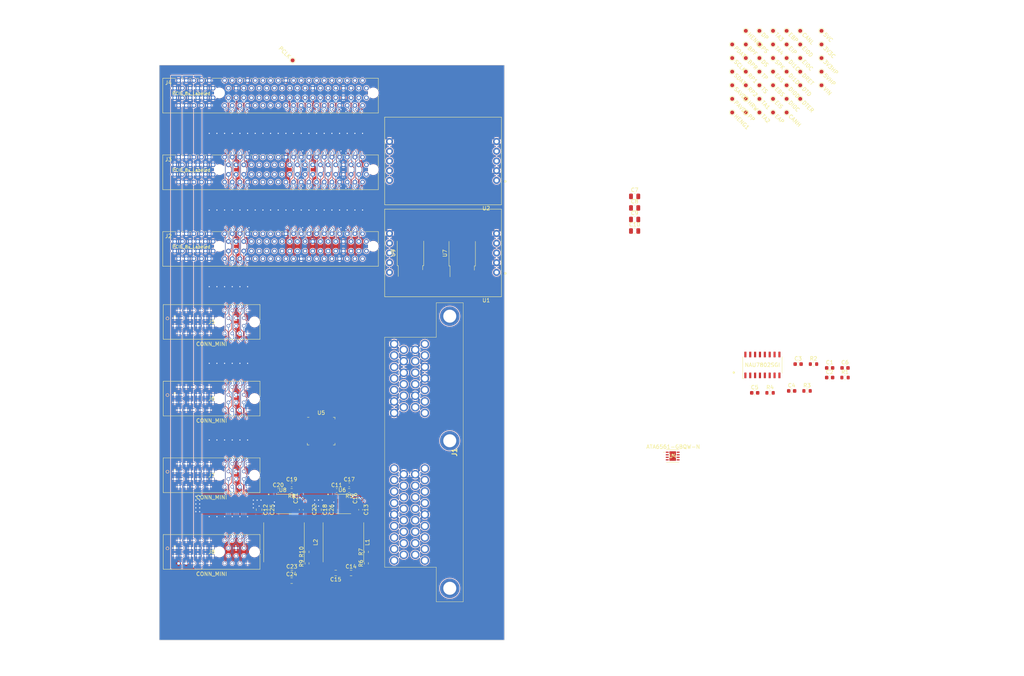
<source format=kicad_pcb>
(kicad_pcb (version 20221018) (generator pcbnew)
  (layers (0 "F.Cu" signal) (31 "B.Cu" signal) (34 "B.Paste" user) (35 "F.Paste" user) (36 "B.SilkS" user "B.Silkscreen") (37 "F.SilkS" user "F.Silkscreen") (38 "B.Mask" user) (39 "F.Mask" user) (44 "Edge.Cuts" user))
  (property "SHEETTOTAL" "1")
  (net 0 "")
  (net 1 "+5V")
  (net 2 "+3V3")
  (net 3 "+8V")
  (net 4 "DAQ_TX0_ECVT_RX0")
  (net 5 "DAQ_RX0_ECVT_TX0")
  (net 6 "DAQ_TX1_DATA")
  (net 7 "HALL1_P")
  (net 8 "HALL2_P")
  (net 9 "HALL3_P")
  (net 10 "GND")
  (net 11 "THERM_P")
  (net 12 "MOT1_P")
  (net 13 "MOT2_P")
  (net 14 "MOT3_P")
  (net 15 "ENCA_P")
  (net 16 "~ENCA_P")
  (net 17 "ENCB_P")
  (net 18 "~ENCB_P")
  (net 19 "ENCI_P")
  (net 20 "~ENCI_P")
  (net 21 "ENCA_S")
  (net 22 "~ENCA_S")
  (net 23 "ENCB_S")
  (net 24 "~ENCB_S")
  (net 25 "ENCI_S")
  (net 26 "~ENCI_S")
  (net 27 "HALL1_S")
  (net 28 "HALL2_S")
  (net 29 "HALL3_S")
  (net 30 "THERM_S")
  (net 31 "MOT1_S")
  (net 32 "MOT2_S")
  (net 33 "MOT3_S")
  (net 34 "HALL_ENG1")
  (net 35 "HALL_ENG2")
  (net 36 "CAN_H")
  (net 37 "CAN_L")
  (net 38 "I2C1_ECVT_EXT_SDA")
  (net 39 "I2C0_DAQ_SDA")
  (net 40 "I2C0_DAQ_SCL")
  (net 41 "I2C1_DAQ_SDA")
  (net 42 "I2C1_DAQ_SCL")
  (net 43 "I2C1_ECVT_EXT_SCL")
  (net 44 "THERM_A1_CASE")
  (net 45 "THERM_A2_CASE")
  (net 46 "IN+_P")
  (net 47 "IN-_P")
  (net 48 "AVDD_P")
  (net 49 "IN+_S")
  (net 50 "IN-_S")
  (net 51 "LOADC_CLK_P")
  (net 52 "LOADC_DAT_P")
  (net 53 "LOADC_DAT_S")
  (net 54 "Net-(U3-VIN1N)")
  (net 55 "I2C0_ECVT_SDA")
  (net 56 "I2C0_ECVT_SCL")
  (net 57 "Net-(U3-VIN1P)")
  (net 58 "Net-(U3-VIN2N)")
  (net 59 "Net-(U3-VIN2P)")
  (net 60 "Net-(U3-VBG)")
  (net 61 "/Analog Frontend/IRQ")
  (net 62 "/Analog Frontend/SCL")
  (net 63 "/Analog Frontend/SDA")
  (net 64 "Net-(U5-VDDA-Pad1)")
  (net 66 "Net-(U5-VDDA3P3-Pad3)")
  (net 121 "SPARK")
  (net 122 "THERM_A3")
  (net 123 "THERM_A4")
  (net 133 "HALL_RW")
  (net 134 "PWM_P")
  (net 135 "DIR_P")
  (net 136 "PWM_S")
  (net 137 "DIR_S")
  (net 138 "BP_FRONT")
  (net 139 "BP_REAR")
  (net 140 "RPOT1")
  (net 141 "RPOT2")
  (net 163 "Net-(J2-PadB48)")
  (net 164 "Net-(J2-PadB49)")
  (net 183 "Net-(U6-SS)")
  (net 184 "Net-(C17-Pad1)")
  (net 185 "Net-(C19-Pad1)")
  (net 186 "Net-(U8-SS)")
  (net 187 "+5VA")
  (net 188 "+3.3VA")
  (net 189 "Net-(U6-LX)")
  (net 190 "Net-(U8-LX)")
  (net 191 "Net-(U6-COMP)")
  (net 192 "Net-(U8-COMP)")
  (net 193 "Net-(U6-BST)")
  (net 194 "Net-(U6-VCC)")
  (net 195 "Net-(U6-FB)")
  (net 196 "Net-(U8-BST)")
  (net 197 "Net-(U8-VCC)")
  (net 198 "Net-(U8-FB)")
  (net 208 "/PSU/VIN")
  (net 209 "/PSU/5V_CLEAN")
  (net 210 "/PSU/3V3_CLEAN")
  (net 211 "/PSU/5V_HP")
  (net 212 "/PSU/3V3_HP")
  (net 213 "LOADC_CLK_S")
  (footprint "Capacitor_SMD:C_0603_1608Metric" (layer "F.Cu") (at 99.5 150 -90)
    (fp_text reference "C26")
    (fp_text value "0.1uF")
  )
  (footprint "!footprints:TestPoint_Pad_D1.0mm" (layer "F.Cu") (at 223.2 35.7)
    (fp_text reference "TP44" hide)
    (fp_text value "DRET")
  )
  (footprint "Capacitor_SMD:C_0603_1608Metric" (layer "F.Cu") (at 234.885 113)
    (fp_text reference "C6")
    (fp_text value "0.1uF")
  )
  (footprint "Resistor_SMD:R_0603_1608Metric" (layer "F.Cu") (at 234.885 115.51)
    (fp_text reference "R1")
    (fp_text value "47")
  )
  (footprint "!footprints:10018784-10200TLF" (layer "F.Cu") (at 60 160)
    (fp_text reference "J8")
    (fp_text value "CONN_MINI")
  )
  (footprint "Capacitor_SMD:C_0603_1608Metric" (layer "F.Cu") (at 230.875 115.51)
    (fp_text reference "C2")
    (fp_text value "0.1uF")
  )
  (footprint "!footprints:TestPoint_Pad_D1.0mm" (layer "F.Cu") (at 216.1 25.05)
    (fp_text reference "TP27" hide)
    (fp_text value "TA3")
  )
  (footprint "!footprints:AOZ6605PI-1" (layer "F.Cu") (at 88.5 148.5)
    (fp_text reference "U8")
    (fp_text value "3.3V Reg")
  )
  (footprint "Capacitor_SMD:C_0603_1608Metric" (layer "F.Cu") (at 230.875 113)
    (fp_text reference "C1")
    (fp_text value "1uF")
  )
  (footprint "Package_TO_SOT_SMD:TO-252-3_TabPin2" (layer "F.Cu") (at 135 83.085 90)
    (fp_text reference "U7")
    (fp_text value "AMS1117CD-5.0")
  )
  (footprint "Capacitor_SMD:C_0603_1608Metric" (layer "F.Cu") (at 108.5 150 -90)
    (fp_text reference "C13")
    (fp_text value "0.1uF")
  )
  (footprint "Resistor_SMD:R_0603_1608Metric" (layer "F.Cu") (at 226.66 112)
    (fp_text reference "R2")
    (fp_text value "47")
  )
  (footprint "!footprints:TestPoint_Pad_D1.0mm" (layer "F.Cu") (at 216.1 42.8)
    (fp_text reference "TP32" hide)
    (fp_text value "EIS")
  )
  (footprint "Resistor_SMD:R_0603_1608Metric" (layer "F.Cu") (at 90.5 145 180)
    (fp_text reference "R8")
    (fp_text value "10K")
  )
  (footprint "!footprints:TestPoint_Pad_D1.0mm" (layer "F.Cu") (at 223.2 42.8)
    (fp_text reference "TP46" hide)
    (fp_text value "DTER")
  )
  (footprint "Capacitor_SMD:C_0603_1608Metric" (layer "F.Cu") (at 102.25 145)
    (fp_text reference "C11")
    (fp_text value "47nF")
  )
  (footprint "Capacitor_SMD:C_0805_2012Metric" (layer "F.Cu") (at 90.55 166.5)
    (fp_text reference "C23")
    (fp_text value "22uF")
  )
  (footprint "Capacitor_SMD:C_0805_2012Metric" (layer "F.Cu") (at 90.5 168.5)
    (fp_text reference "C24")
    (fp_text value "22uF")
  )
  (footprint "!footprints:TestPoint_Pad_D1.0mm" (layer "F.Cu") (at 219.65 46.35)
    (fp_text reference "TP40" hide)
    (fp_text value "CANH")
  )
  (footprint "Capacitor_SMD:C_0603_1608Metric" (layer "F.Cu") (at 93 147 90)
    (fp_text reference "C21")
    (fp_text value "1uF")
  )
  (footprint "Capacitor_SMD:C_0805_2012Metric" (layer "F.Cu") (at 179.9892 77.2728)
    (fp_text reference "C10")
    (fp_text value "22uF")
  )
  (footprint "!footprints:TestPoint_Pad_D1.0mm" (layer "F.Cu") (at 223.2 39.25)
    (fp_text reference "TP45" hide)
    (fp_text value "DTD")
  )
  (footprint "Capacitor_SMD:C_0805_2012Metric" (layer "F.Cu") (at 97.5 150 -90)
    (fp_text reference "C18")
    (fp_text value "22uF")
  )
  (footprint "!footprints:TestPoint_Pad_D1.0mm" (layer "F.Cu") (at 212.55 42.8)
    (fp_text reference "TP25" hide)
    (fp_text value "TA1")
  )
  (footprint "!footprints:TestPoint_Pad_D1.0mm" (layer "F.Cu") (at 212.55 39.25)
    (fp_text reference "TP24" hide)
    (fp_text value "TS")
  )
  (footprint "!footprints:TestPoint_Pad_D1.0mm" (layer "F.Cu") (at 205.45 39.25)
    (fp_text reference "TP5" hide)
    (fp_text value "SAVDD")
  )
  (footprint "!footprints:9-1734774-5" (layer "F.Cu") (at 60 40)
    (fp_text reference "J4")
    (fp_text value "PCIE_8x_Labeled")
  )
  (footprint "!footprints:TestPoint_Pad_D1.0mm" (layer "F.Cu") (at 212.55 25.05)
    (fp_text reference "TP20" hide)
    (fp_text value "DP")
  )
  (footprint "!footprints:TestPoint_Pad_D1.0mm" (layer "F.Cu") (at 223.2 25.05)
    (fp_text reference "TP41" hide)
    (fp_text value "CANL")
  )
  (footprint "Resistor_SMD:R_0603_1608Metric" (layer "F.Cu") (at 105.5 145 180)
    (fp_text reference "R5")
    (fp_text value "14.7K")
  )
  (footprint "!footprints:TestPoint_Pad_D1.0mm" (layer "F.Cu") (at 212.55 46.35)
    (fp_text reference "TP26" hide)
    (fp_text value "TA2")
  )
  (footprint "!footprints:TestPoint_Pad_D1.0mm" (layer "F.Cu") (at 228.75 25.05)
    (fp_text reference "TP7" hide)
    (fp_text value "5VC")
  )
  (footprint "Capacitor_SMD:C_0805_2012Metric" (layer "F.Cu") (at 179.9892 74.2628)
    (fp_text reference "C9")
    (fp_text value "22uF")
  )
  (footprint "!footprints:10018784-10200TLF" (layer "F.Cu") (at 60 140)
    (fp_text reference "J7")
    (fp_text value "CONN_MINI")
  )
  (footprint "!footprints:TestPoint_Pad_D1.0mm" (layer "F.Cu") (at 209 28.6)
    (fp_text reference "TP14" hide)
    (fp_text value "BPF")
  )
  (footprint "Capacitor_SMD:C_0603_1608Metric" (layer "F.Cu") (at 84 150 -90)
    (fp_text reference "C25")
    (fp_text value "0.1uF")
  )
  (footprint "!footprints:TestPoint_Pad_D1.0mm" (layer "F.Cu") (at 219.65 42.8)
    (fp_text reference "TP39" hide)
    (fp_text value "DI0C")
  )
  (footprint "!footprints:TestPoint_Pad_D1.0mm" (layer "F.Cu") (at 209 42.8)
    (fp_text reference "TP18" hide)
    (fp_text value "HRW")
  )
  (footprint "Capacitor_SMD:C_0603_1608Metric" (layer "F.Cu") (at 222.65 112)
    (fp_text reference "C3")
    (fp_text value "1uF")
  )
  (footprint "!footprints:TestPoint_Pad_D1.0mm" (layer "F.Cu") (at 90.75 32.75 180)
    (fp_text reference "TP1" hide)
    (fp_text value "PCLK")
  )
  (footprint "Package_DFN_QFN:QFN-48-1EP_7x7mm_P0.5mm_EP5.3x5.3mm" (layer "F.Cu") (at 98.2 129.5)
    (fp_text reference "U5")
    (fp_text value "ESP32-PICO-D4")
  )
  (footprint "!footprints:TestPoint_Pad_D1.0mm" (layer "F.Cu") (at 223.2 32.15)
    (fp_text reference "TP43" hide)
    (fp_text value "EI0C")
  )
  (footprint "Capacitor_SMD:C_0603_1608Metric" (layer "F.Cu") (at 90.5 143.5)
    (fp_text reference "C19")
    (fp_text value "1.8nF")
  )
  (footprint "!footprints:TestPoint_Pad_D1.0mm" (layer "F.Cu") (at 216.1 32.15)
    (fp_text reference "TP29" hide)
    (fp_text value "SPK")
  )
  (footprint "!footprints:TestPoint_Pad_D1.0mm" (layer "F.Cu") (at 209 32.15)
    (fp_text reference "TP15" hide)
    (fp_text value "BPR")
  )
  (footprint "Capacitor_SMD:C_0603_1608Metric" (layer "F.Cu") (at 93 150 -90)
    (fp_text reference "C22")
    (fp_text value "0.1uF")
  )
  (footprint "!footprints:TestPoint_Pad_D1.0mm" (layer "F.Cu") (at 219.65 39.25)
    (fp_text reference "TP38" hide)
    (fp_text value "DI0D")
  )
  (footprint "!footprints:TestPoint_Pad_D1.0mm" (layer "F.Cu") (at 223.2 28.6)
    (fp_text reference "TP42" hide)
    (fp_text value "EI0D")
  )
  (footprint "Resistor_SMD:R_0603_1608Metric" (layer "F.Cu") (at 110 161 90)
    (fp_text reference "R7")
    (fp_text value "15K")
  )
  (footprint "!footprints:TestPoint_Pad_D1.0mm" (layer "F.Cu") (at 209 46.35)
    (fp_text reference "TP19" hide)
    (fp_text value "PP")
  )
  (footprint "!footprints:TestPoint_Pad_D1.0mm" (layer "F.Cu") (at 216.1 46.35)
    (fp_text reference "TP33" hide)
    (fp_text value "EAP")
  )
  (footprint "!footprints:TestPoint_Pad_D1.0mm" (layer "F.Cu") (at 205.45 28.6)
    (fp_text reference "TP2" hide)
    (fp_text value "PDAT")
  )
  (footprint "Capacitor_SMD:C_0805_2012Metric" (layer "F.Cu") (at 102 166.5 180)
    (fp_text reference "C15")
    (fp_text value "22uF")
  )
  (footprint "!footprints:TestPoint_Pad_D1.0mm" (layer "F.Cu") (at 205.45 46.35)
    (fp_text reference "TP12" hide)
    (fp_text value "HENG1")
  )
  (footprint "!footprints:TestPoint_Pad_D1.0mm" (layer "F.Cu") (at 219.65 35.7)
    (fp_text reference "TP37" hide)
    (fp_text value "DI1D")
  )
  (footprint "!footprints:TestPoint_Pad_D1.0mm" (layer "F.Cu") (at 219.65 28.6)
    (fp_text reference "TP35" hide)
    (fp_text value "EIP")
  )
  (footprint "!footprints:9-1734774-5" (layer "F.Cu") (at 60 60)
    (fp_text reference "J3")
    (fp_text value "PCIE_8x_Labeled")
  )
  (footprint "!footprints:TestPoint_Pad_D1.0mm" (layer "F.Cu") (at 228.75 39.25)
    (fp_text reference "TP11" hide)
    (fp_text value "VIN")
  )
  (footprint "!footprints:TestPoint_Pad_D1.0mm" (layer "F.Cu") (at 228.75 28.6)
    (fp_text reference "TP8" hide)
    (fp_text value "3V3C")
  )
  (footprint "!footprints:9-1734774-5" (layer "F.Cu") (at 60 80)
    (fp_text reference "J2")
    (fp_text value "PCIE_8x_Labeled")
  )
  (footprint "Resistor_SMD:R_0603_1608Metric" (layer "F.Cu") (at 224.975 119)
    (fp_text reference "R3")
    (fp_text value "47")
  )
  (footprint "!footprints:TestPoint_Pad_D1.0mm" (layer "F.Cu") (at 205.45 35.7)
    (fp_text reference "TP4" hide)
    (fp_text value "SDAT")
  )
  (footprint "!footprints:TestPoint_Pad_D1.0mm" (layer "F.Cu") (at 212.55 28.6)
    (fp_text reference "TP21" hide)
    (fp_text value "PS")
  )
  (footprint "!footprints:NAU7802SGI" (layer "F.Cu") (at 213.325 112.22415 90)
    (fp_text reference "U3")
    (fp_text value "NAU7802SGI")
  )
  (footprint "!footprints:TestPoint_Pad_D1.0mm" (layer "F.Cu") (at 205.45 32.15)
    (fp_text reference "TP3" hide)
    (fp_text value "SCLK")
  )
  (footprint "Resistor_SMD:R_0603_1608Metric" (layer "F.Cu") (at 215.325 119.5)
    (fp_text reference "R4")
    (fp_text value "47")
  )
  (footprint "!footprints:TestPoint_Pad_D1.0mm" (layer "F.Cu") (at 209 25.05)
    (fp_text reference "TP13" hide)
    (fp_text value "HENG2")
  )
  (footprint "Capacitor_SMD:C_0603_1608Metric" (layer "F.Cu") (at 108.5 147.025 90)
    (fp_text reference "C16")
    (fp_text value "1uF")
  )
  (footprint "!footprints:TestPoint_Pad_D1.0mm" (layer "F.Cu") (at 205.45 42.8)
    (fp_text reference "TP6" hide)
    (fp_text value "PAVDD")
  )
  (footprint "!footprints:10018784-10200TLF" (layer "F.Cu") (at 60 120)
    (fp_text reference "J6")
    (fp_text value "CONN_MINI")
  )
  (footprint "!footprints:TestPoint_Pad_D1.0mm" (layer "F.Cu") (at 216.1 28.6)
    (fp_text reference "TP28" hide)
    (fp_text value "TA4")
  )
  (footprint "!footprints:SPARKFUN_SEN-13879" (layer "F.Cu") (at 130 59 180)
    (fp_text reference "U2")
    (fp_text value "SECONDARY")
  )
  (footprint "Resistor_SMD:R_0603_1608Metric" (layer "F.Cu") (at 94.5 161 90)
    (fp_text reference "R10")
    (fp_text value "15K")
  )
  (footprint "Inductor_SMD:L_Taiyo-Yuden_NR-10050_9.8x10.0mm_HandSoldering" (layer "F.Cu") (at 104 158.5 -90)
    (fp_text reference "L1")
    (fp_text value "3.8uH")
  )
  (footprint "!footprints:TestPoint_Pad_D1.0mm" (layer "F.Cu") (at 219.65 25.05)
    (fp_text reference "TP34" hide)
    (fp_text value "EBP")
  )
  (footprint "Capacitor_SMD:C_0603_1608Metric" (layer "F.Cu") (at 220.965 119)
    (fp_text reference "C4")
    (fp_text value "0.1uF")
  )
  (footprint "!footprints:TestPoint_Pad_D1.0mm" (layer "F.Cu") (at 216.1 35.7)
    (fp_text reference "TP30" hide)
    (fp_text value "EAS")
  )
  (footprint "!footprints:TestPoint_Pad_D1.0mm" (layer "F.Cu") (at 212.55 35.7)
    (fp_text reference "TP23" hide)
    (fp_text value "TP")
  )
  (footprint "!footprints:64734271" (layer "F.Cu") (at 117.25 163.25 90)
    (fp_text reference "J1")
    (fp_text value "6473427-1" hide)
  )
  (footprint "Inductor_SMD:L_Taiyo-Yuden_NR-10050_9.8x10.0mm_HandSoldering" (layer "F.Cu") (at 88.5 158.5 -90)
    (fp_text reference "L2")
    (fp_text value "3.8uH")
  )
  (footprint "!footprints:TestPoint_Pad_D1.0mm" (layer "F.Cu") (at 228.75 32.15)
    (fp_text reference "TP9" hide)
    (fp_text value "3V3HP")
  )
  (footprint "!footprints:AOZ6605PI-1" (layer "F.Cu") (at 104 148.5)
    (fp_text reference "U6")
    (fp_text value "5V Reg")
  )
  (footprint "!footprints:SPARKFUN_SEN-13879" (layer "F.Cu") (at 130 83 180)
    (fp_text reference "U1")
    (fp_text value "PRIMARY")
  )
  (footprint "!footprints:ATA6561-GBQW-N" (layer "F.Cu") (at 189.9224 135.9906)
    (fp_text reference "U4")
    (fp_text value "ATA6561-GBQW-N")
  )
  (footprint "Package_TO_SOT_SMD:TO-252-3_TabPin2" (layer "F.Cu") (at 121.5 83 90)
    (fp_text reference "U9")
    (fp_text value "AMS1117CD-3.3")
  )
  (footprint "Resistor_SMD:R_0603_1608Metric" (layer "F.Cu") (at 110 164 90)
    (fp_text reference "R6")
    (fp_text value "110K")
  )
  (footprint "!footprints:10018784-10200TLF" (layer "F.Cu") (at 60 100)
    (fp_text reference "J5")
    (fp_text value "CONN_MINI")
  )
  (footprint "Capacitor_SMD:C_0603_1608Metric" (layer "F.Cu") (at 87 145)
    (fp_text reference "C20")
    (fp_text value "47nF")
  )
  (footprint "Capacitor_SMD:C_0805_2012Metric" (layer "F.Cu") (at 106 166.5)
    (fp_text reference "C14")
    (fp_text value "22uF")
  )
  (footprint "Capacitor_SMD:C_0603_1608Metric" (layer "F.Cu") (at 211.315 119.5)
    (fp_text reference "C5")
    (fp_text value "0.1uF")
  )
  (footprint "Capacitor_SMD:C_0603_1608Metric" (layer "F.Cu") (at 105.525 143.5)
    (fp_text reference "C17")
    (fp_text value "1.8nF")
  )
  (footprint "Capacitor_SMD:C_0805_2012Metric" (layer "F.Cu") (at 179.9892 71.2528)
    (fp_text reference "C8")
    (fp_text value "22uF")
  )
  (footprint "!footprints:TestPoint_Pad_D1.0mm" (layer "F.Cu") (at 209 35.7)
    (fp_text reference "TP16" hide)
    (fp_text value "RP1")
  )
  (footprint "Capacitor_SMD:C_0805_2012Metric" (layer "F.Cu") (at 179.9892 68.2428)
    (fp_text reference "C7")
    (fp_text value "22uF")
  )
  (footprint "!footprints:TestPoint_Pad_D1.0mm" (layer "F.Cu") (at 219.65 32.15)
    (fp_text reference "TP36" hide)
    (fp_text value "DI1C")
  )
  (footprint "!footprints:TestPoint_Pad_D1.0mm" (layer "F.Cu") (at 228.75 35.7)
    (fp_text reference "TP10" hide)
    (fp_text value "5VHP")
  )
  (footprint "!footprints:TestPoint_Pad_D1.0mm" (layer "F.Cu") (at 216.1 39.25)
    (fp_text reference "TP31" hide)
    (fp_text value "EBS")
  )
  (footprint "Capacitor_SMD:C_0805_2012Metric" (layer "F.Cu") (at 82 150 -90)
    (fp_text reference "C12")
    (fp_text value "22uF")
  )
  (footprint "Resistor_SMD:R_0603_1608Metric" (layer "F.Cu") (at 94.5 164 90)
    (fp_text reference "R9")
    (fp_text value "67.5K")
  )
  (footprint "!footprints:TestPoint_Pad_D1.0mm" (layer "F.Cu") (at 212.55 32.15)
    (fp_text reference "TP22" hide)
    (fp_text value "DS")
  )
  (footprint "!footprints:TestPoint_Pad_D1.0mm" (layer "F.Cu") (at 209 39.25)
    (fp_text reference "TP17" hide)
    (fp_text value "RP2")
  )
  (gr_rect (start 56 34) (end 146 184) (stroke (width 0.1)) (fill none) (layer "Edge.Cuts"))
  (segment (start 101.021 171.229) (end 65.479 171.229) (width 2.5) (layer "F.Cu") (net 1))
  (segment (start 104 168.25) (end 101.021 171.229) (width 2.5) (layer "F.Cu") (net 1))
  (segment (start 65.479 171.229) (end 60.5 166.25) (width 2.5) (layer "F.Cu") (net 1))
  (segment (start 108.375 163.2) (end 104 163.2) (width 0.25) (layer "F.Cu") (net 1))
  (segment (start 60.5 166.25) (end 60.5 164.5) (width 2.5) (layer "F.Cu") (net 1))
  (segment (start 104 163.2) (end 104 168.25) (width 2.5) (layer "F.Cu") (net 1))
  (segment (start 110 164.825) (end 108.375 163.2) (width 0.25) (layer "F.Cu") (net 1))
  (segment (start 88.5 163.2) (end 88.5 168.602) (width 2.5) (layer "F.Cu") (net 2))
  (segment (start 66.602 168.602) (end 63.25 165.25) (width 2.5) (layer "F.Cu") (net 2))
  (segment (start 94.5 164.825) (end 92.875 163.2) (width 0.25) (layer "F.Cu") (net 2))
  (segment (start 92.875 163.2) (end 88.5 163.2) (width 0.25) (layer "F.Cu") (net 2))
  (segment (start 88.5 168.602) (end 66.602 168.602) (width 2.5) (layer "F.Cu") (net 2))
  (via (at 65.5 148.5) (size 0.6) (drill 0.3) (layers "F.Cu" "B.Cu") (net 3))
  (via (at 97.5 147.5) (size 0.6) (drill 0.3) (layers "F.Cu" "B.Cu") (net 3))
  (via (at 82 149.05) (size 0.6) (drill 0.3) (layers "F.Cu" "B.Cu") (net 3))
  (via (at 98.5 147.5) (size 0.6) (drill 0.3) (layers "F.Cu" "B.Cu") (net 3))
  (via (at 66.5 146.5) (size 0.6) (drill 0.3) (layers "F.Cu" "B.Cu") (net 3))
  (via (at 66.5 147.5) (size 0.6) (drill 0.3) (layers "F.Cu" "B.Cu") (net 3))
  (via (at 65.5 146.5) (size 0.6) (drill 0.3) (layers "F.Cu" "B.Cu") (net 3))
  (via (at 80.5 149.5) (size 0.6) (drill 0.3) (layers "F.Cu" "B.Cu") (net 3))
  (via (at 81.5 147.5) (size 0.6) (drill 0.3) (layers "F.Cu" "B.Cu") (net 3))
  (via (at 65.5 150.5) (size 0.6) (drill 0.3) (layers "F.Cu" "B.Cu") (net 3))
  (via (at 65.5 149.5) (size 0.6) (drill 0.3) (layers "F.Cu" "B.Cu") (net 3))
  (via (at 82.5 147.5) (size 0.6) (drill 0.3) (layers "F.Cu" "B.Cu") (net 3))
  (via (at 66.5 148.5) (size 0.6) (drill 0.3) (layers "F.Cu" "B.Cu") (net 3))
  (via (at 80.5 148.5) (size 0.6) (drill 0.3) (layers "F.Cu" "B.Cu") (net 3))
  (via (at 96.5 149.5) (size 0.6) (drill 0.3) (layers "F.Cu" "B.Cu") (net 3))
  (via (at 80.5 147.5) (size 0.6) (drill 0.3) (layers "F.Cu" "B.Cu") (net 3))
  (via (at 66.5 149.5) (size 0.6) (drill 0.3) (layers "F.Cu" "B.Cu") (net 3))
  (via (at 96.5 147.5) (size 0.6) (drill 0.3) (layers "F.Cu" "B.Cu") (net 3))
  (via (at 65.5 147.5) (size 0.6) (drill 0.3) (layers "F.Cu" "B.Cu") (net 3))
  (via (at 96.5 148.5) (size 0.6) (drill 0.3) (layers "F.Cu" "B.Cu") (net 3))
  (via (at 97.5 149.05) (size 0.6) (drill 0.3) (layers "F.Cu" "B.Cu") (net 3))
  (via (at 66.5 150.5) (size 0.6) (drill 0.3) (layers "F.Cu" "B.Cu") (net 3))
  (segment (start 73.873899 157.126102) (end 73.000001 158) (width 0.15) (layer "F.Cu") (net 4))
  (segment (start 73.188401 83.288401) (end 73.873899 83.973899) (width 0.15) (layer "F.Cu") (net 4))
  (segment (start 73.873899 123.573899) (end 73.873899 137.126102) (width 0.15) (layer "F.Cu") (net 4))
  (segment (start 73.873899 63.973899) (end 73.873899 77.126102) (width 0.15) (layer "F.Cu") (net 4))
  (segment (start 73.873899 137.126102) (end 73.000001 138) (width 0.15) (layer "F.Cu") (net 4))
  (segment (start 73.873899 97.126102) (end 73.000001 98) (width 0.15) (layer "F.Cu") (net 4))
  (segment (start 73.2 122.9) (end 73.873899 123.573899) (width 0.15) (layer "F.Cu") (net 4))
  (segment (start 73.2 102.9) (end 73.873899 103.573899) (width 0.15) (layer "F.Cu") (net 4))
  (segment (start 73.873899 117.126102) (end 73.000001 118) (width 0.15) (layer "F.Cu") (net 4))
  (segment (start 73.2 118.200001) (end 73.2 122.9) (width 0.15) (layer "F.Cu") (net 4))
  (segment (start 73.188401 63.288401) (end 73.873899 63.973899) (width 0.15) (layer "F.Cu") (net 4))
  (segment (start 73.188401 58.1884) (end 73.188401 63.288401) (width 0.15) (layer "F.Cu") (net 4))
  (segment (start 73.873899 57.126102) (end 73.000001 58) (width 0.15) (layer "F.Cu") (net 4))
  (segment (start 73.188401 38.1884) (end 73.188401 43.288401) (width 0.15) (layer "F.Cu") (net 4))
  (segment (start 73.873899 143.573899) (end 73.873899 157.126102) (width 0.15) (layer "F.Cu") (net 4))
  (segment (start 73.873899 103.573899) (end 73.873899 117.126102) (width 0.15) (layer "F.Cu") (net 4))
  (segment (start 73.873899 83.973899) (end 73.873899 97.126102) (width 0.15) (layer "F.Cu") (net 4))
  (segment (start 73.873899 77.126102) (end 73.000001 78) (width 0.15) (layer "F.Cu") (net 4))
  (segment (start 73.2 98.200001) (end 73.2 102.9) (width 0.15) (layer "F.Cu") (net 4))
  (segment (start 73.188401 78.1884) (end 73.188401 83.288401) (width 0.15) (layer "F.Cu") (net 4))
  (segment (start 73.2 142.9) (end 73.873899 143.573899) (width 0.15) (layer "F.Cu") (net 4))
  (segment (start 73.188401 43.288401) (end 73.873899 43.973899) (width 0.15) (layer "F.Cu") (net 4))
  (segment (start 73.2 138.200001) (end 73.2 142.9) (width 0.15) (layer "F.Cu") (net 4))
  (segment (start 73.873899 43.973899) (end 73.873899 57.126102) (width 0.15) (layer "F.Cu") (net 4))
  (segment (start 74.000001 80) (end 74.824101 80.8241) (width 0.15) (layer "F.Cu") (net 5))
  (segment (start 74.824101 43.275899) (end 74.150899 43.949101) (width 0.15) (layer "F.Cu") (net 5))
  (segment (start 74.824101 83.275899) (end 74.150899 83.949101) (width 0.15) (layer "F.Cu") (net 5))
  (segment (start 74.000001 60) (end 74.824101 60.8241) (width 0.15) (layer "F.Cu") (net 5))
  (segment (start 74.000001 100) (end 74.824101 100.824102) (width 0.15) (layer "F.Cu") (net 5))
  (segment (start 74.000001 140) (end 74.824101 140.824102) (width 0.15) (layer "F.Cu") (net 5))
  (segment (start 74.824101 102.875899) (end 74.150899 103.549101) (width 0.15) (layer "F.Cu") (net 5))
  (segment (start 74.150899 43.949101) (end 74.150899 59.849102) (width 0.15) (layer "F.Cu") (net 5))
  (segment (start 74.150899 103.549101) (end 74.150899 119.8491) (width 0.15) (layer "F.Cu") (net 5))
  (segment (start 74.824101 120.824102) (end 74.824101 122.875899) (width 0.15) (layer "F.Cu") (net 5))
  (segment (start 74.824101 100.824102) (end 74.824101 102.875899) (width 0.15) (layer "F.Cu") (net 5))
  (segment (start 74.824101 60.8241) (end 74.824101 63.275899) (width 0.15) (layer "F.Cu") (net 5))
  (segment (start 74.824101 140.824102) (end 74.824101 142.875899) (width 0.15) (layer "F.Cu") (net 5))
  (segment (start 74.824101 40.8241) (end 74.824101 43.275899) (width 0.15) (layer "F.Cu") (net 5))
  (segment (start 74.824101 63.275899) (end 74.150899 63.949101) (width 0.15) (layer "F.Cu") (net 5))
  (segment (start 74.150899 143.549101) (end 74.150899 159.8491) (width 0.15) (layer "F.Cu") (net 5))
  (segment (start 74.000001 40) (end 74.824101 40.8241) (width 0.15) (layer "F.Cu") (net 5))
  (segment (start 74.824101 142.875899) (end 74.150899 143.549101) (width 0.15) (layer "F.Cu") (net 5))
  (segment (start 74.000001 120) (end 74.824101 120.824102) (width 0.15) (layer "F.Cu") (net 5))
  (segment (start 74.150899 63.949101) (end 74.150899 79.849102) (width 0.15) (layer "F.Cu") (net 5))
  (segment (start 74.824101 80.8241) (end 74.824101 83.275899) (width 0.15) (layer "F.Cu") (net 5))
  (segment (start 74.824101 122.875899) (end 74.150899 123.549101) (width 0.15) (layer "F.Cu") (net 5))
  (segment (start 74.150899 123.549101) (end 74.150899 139.8491) (width 0.15) (layer "F.Cu") (net 5))
  (segment (start 74.150899 83.949101) (end 74.150899 99.8491) (width 0.15) (layer "F.Cu") (net 5))
  (segment (start 75.873899 83.973899) (end 75.873899 97.126102) (width 0.15) (layer "F.Cu") (net 6))
  (segment (start 75.188401 58.1884) (end 75.188401 63.288401) (width 0.15) (layer "F.Cu") (net 6))
  (segment (start 75.873899 77.126102) (end 75.000001 78) (width 0.15) (layer "F.Cu") (net 6))
  (segment (start 75.2 118.200001) (end 75.2 122.9) (width 0.15) (layer "F.Cu") (net 6))
  (segment (start 75.188401 63.288401) (end 75.873899 63.973899) (width 0.15) (layer "F.Cu") (net 6))
  (segment (start 75.873899 117.126102) (end 75.000001 118) (width 0.15) (layer "F.Cu") (net 6))
  (segment (start 75.2 142.9) (end 75.873899 143.573899) (width 0.15) (layer "F.Cu") (net 6))
  (segment (start 75.2 102.9) (end 75.873899 103.573899) (width 0.15) (layer "F.Cu") (net 6))
  (segment (start 75.873899 63.973899) (end 75.873899 77.126102) (width 0.15) (layer "F.Cu") (net 6))
  (segment (start 75.188401 43.288401) (end 75.873899 43.973899) (width 0.15) (layer "F.Cu") (net 6))
  (segment (start 75.873899 137.126102) (end 75.000001 138) (width 0.15) (layer "F.Cu") (net 6))
  (segment (start 75.873899 157.126102) (end 75.000001 158) (width 0.15) (layer "F.Cu") (net 6))
  (segment (start 75.188401 83.288401) (end 75.873899 83.973899) (width 0.15) (layer "F.Cu") (net 6))
  (segment (start 75.873899 43.973899) (end 75.873899 57.126102) (width 0.15) (layer "F.Cu") (net 6))
  (segment (start 75.188401 38.1884) (end 75.188401 43.288401) (width 0.15) (layer "F.Cu") (net 6))
  (segment (start 75.2 98.200001) (end 75.2 102.9) (width 0.15) (layer "F.Cu") (net 6))
  (segment (start 75.873899 143.573899) (end 75.873899 157.126102) (width 0.15) (layer "F.Cu") (net 6))
  (segment (start 75.873899 103.573899) (end 75.873899 117.126102) (width 0.15) (layer "F.Cu") (net 6))
  (segment (start 75.2 138.200001) (end 75.2 142.9) (width 0.15) (layer "F.Cu") (net 6))
  (segment (start 75.188401 78.1884) (end 75.188401 83.288401) (width 0.15) (layer "F.Cu") (net 6))
  (segment (start 75.2 122.9) (end 75.873899 123.573899) (width 0.15) (layer "F.Cu") (net 6))
  (segment (start 75.873899 97.126102) (end 75.000001 98) (width 0.15) (layer "F.Cu") (net 6))
  (segment (start 75.873899 123.573899) (end 75.873899 137.126102) (width 0.15) (layer "F.Cu") (net 6))
  (segment (start 75.873899 57.126102) (end 75.000001 58) (width 0.15) (layer "F.Cu") (net 6))
  (segment (start 96.824101 43.275899) (end 96.150899 43.949101) (width 0.15) (layer "F.Cu") (net 10))
  (segment (start 76.824101 80.8241) (end 76.824101 83.275899) (width 0.15) (layer "F.Cu") (net 10))
  (segment (start 104.824101 43.275899) (end 104.150899 43.949101) (width 0.15) (layer "F.Cu") (net 10))
  (segment (start 76.824101 102.875899) (end 76.150899 103.549101) (width 0.15) (layer "F.Cu") (net 10))
  (segment (start 76.824101 120.824102) (end 76.824101 122.875899) (width 0.15) (layer "F.Cu") (net 10))
  (segment (start 104.000001 60) (end 104.824101 60.8241) (width 0.15) (layer "F.Cu") (net 10))
  (segment (start 76.824101 83.275899) (end 76.150899 83.949101) (width 0.15) (layer "F.Cu") (net 10))
  (segment (start 104.824101 63.275899) (end 104.150899 63.949101) (width 0.15) (layer "F.Cu") (net 10))
  (segment (start 76.824101 122.875899) (end 76.150899 123.549101) (width 0.15) (layer "F.Cu") (net 10))
  (segment (start 79.188401 58.1884) (end 79.188401 63.288401) (width 0.15) (layer "F.Cu") (net 10))
  (segment (start 84.37 150.405) (end 84 150.775) (width 0.5) (layer "F.Cu") (net 10))
  (segment (start 96.824101 63.275899) (end 96.150899 63.949101) (width 0.15) (layer "F.Cu") (net 10))
  (segment (start 101.525 150.405) (end 100.5 151.43) (width 0.5) (layer "F.Cu") (net 10))
  (segment (start 103.596899 56.161699) (end 103.596899 45.8245) (width 0.15) (layer "F.Cu") (net 10))
  (segment (start 104.000001 40) (end 104.824101 40.8241) (width 0.15) (layer "F.Cu") (net 10))
  (segment (start 76.824101 63.275899) (end 76.150899 63.949101) (width 0.15) (layer "F.Cu") (net 10))
  (segment (start 104.427899 46.3245) (end 104.427899 56.6755) (width 0.15) (layer "F.Cu") (net 10))
  (segment (start 89.188401 58.1884) (end 89.188401 63.288401) (width 0.15) (layer "F.Cu") (net 10))
  (segment (start 79.188401 43.288401) (end 79.873899 43.973899) (width 0.15) (layer "F.Cu") (net 10))
  (segment (start 89.873899 57.126102) (end 89.000001 58) (width 0.15) (layer "F.Cu") (net 10))
  (segment (start 104.824101 60.8241) (end 104.824101 63.275899) (width 0.15) (layer "F.Cu") (net 10))
  (segment (start 79.873899 43.973899) (end 79.873899 57.126102) (width 0.15) (layer "F.Cu") (net 10))
  (segment (start 76.000001 140) (end 76.824101 140.824102) (width 0.15) (layer "F.Cu") (net 10))
  (segment (start 104.427899 56.6755) (end 104.652399 56.9) (width 0.15) (layer "F.Cu") (net 10))
  (segment (start 103.596899 65.8245) (end 103.372399 65.6) (width 0.15) (layer "F.Cu") (net 10))
  (segment (start 76.824101 60.8241) (end 76.824101 63.275899) (width 0.15) (layer "F.Cu") (net 10))
  (segment (start 103.372399 56.386199) (end 103.596899 56.161699) (width 0.15) (layer "F.Cu") (net 10))
  (segment (start 103.372399 76.386199) (end 103.596899 76.161699) (width 0.15) (layer "F.Cu") (net 10))
  (segment (start 76.150899 83.949101) (end 76.150899 99.8491) (width 0.15) (layer "F.Cu") (net 10))
  (segment (start 79.873899 57.126102) (end 79.000001 58) (width 0.15) (layer "F.Cu") (net 10))
  (segment (start 99.5 150.775) (end 97.675 150.775) (width 0.5) (layer "F.Cu") (net 10))
  (segment (start 79.372399 76.386199) (end 79.596899 76.161699) (width 0.15) (layer "F.Cu") (net 10))
  (segment (start 104.652399 46.1) (end 104.427899 46.3245) (width 0.15) (layer "F.Cu") (net 10))
  (segment (start 96.824101 40.8241) (end 96.824101 43.275899) (width 0.15) (layer "F.Cu") (net 10))
  (segment (start 89.188401 38.1884) (end 89.188401 43.288401) (width 0.15) (layer "F.Cu") (net 10))
  (segment (start 76.150899 123.549101) (end 76.150899 139.8491) (width 0.15) (layer "F.Cu") (net 10))
  (segment (start 104.150899 63.949101) (end 104.150899 79.849102) (width 0.15) (layer "F.Cu") (net 10))
  (segment (start 103.596899 45.8245) (end 103.372399 45.6) (width 0.15) (layer "F.Cu") (net 10))
  (segment (start 76.150899 63.949101) (end 76.150899 79.849102) (width 0.15) (layer "F.Cu") (net 10))
  (segment (start 96.824101 60.8241) (end 96.824101 63.275899) (width 0.15) (layer "F.Cu") (net 10))
  (segment (start 76.150899 43.949101) (end 76.150899 59.849102) (width 0.15) (layer "F.Cu") (net 10))
  (segment (start 96.000001 40) (end 96.824101 40.8241) (width 0.15) (layer "F.Cu") (net 10))
  (segment (start 89.873899 77.126102) (end 89.000001 78) (width 0.15) (layer "F.Cu") (net 10))
  (segment (start 93.596899 56.161699) (end 93.596899 45.8245) (width 0.15) (layer "F.Cu") (net 10))
  (segment (start 89.873899 63.973899) (end 89.873899 77.126102) (width 0.15) (layer "F.Cu") (net 10))
  (segment (start 96.150899 43.949101) (end 96.150899 59.849102) (width 0.15) (layer "F.Cu") (net 10))
  (segment (start 104.427899 66.3245) (end 104.427899 76.6755) (width 0.15) (layer "F.Cu") (net 10))
  (segment (start 76.000001 120) (end 76.824101 120.824102) (width 0.15) (layer "F.Cu") (net 10))
  (segment (start 76.150899 103.549101) (end 76.150899 119.8491) (width 0.15) (layer "F.Cu") (net 10))
  (segment (start 100.5 151.43) (end 100.5 153) (width 0.5) (layer "F.Cu") (net 10))
  (segment (start 96.000001 60) (end 96.824101 60.8241) (width 0.15) (layer "F.Cu") (net 10))
  (segment (start 79.873899 63.973899) (end 79.873899 77.126102) (width 0.15) (layer "F.Cu") (net 10))
  (segment (start 79.596899 76.161699) (end 79.596899 65.8245) (width 0.15) (layer "F.Cu") (net 10))
  (segment (start 103.596899 76.161699) (end 103.596899 65.8245) (width 0.15) (layer "F.Cu") (net 10))
  (segment (start 89.873899 43.973899) (end 89.873899 57.126102) (width 0.15) (layer "F.Cu") (net 10))
  (segment (start 79.596899 45.8245) (end 79.372399 45.6) (width 0.15) (layer "F.Cu") (net 10))
  (segment (start 76.824101 100.824102) (end 76.824101 102.875899) (width 0.15) (layer "F.Cu") (net 10))
  (segment (start 104.150899 43.949101) (end 104.150899 59.849102) (width 0.15) (layer "F.Cu") (net 10))
  (segment (start 76.824101 142.875899) (end 76.150899 143.549101) (width 0.15) (layer "F.Cu") (net 10))
  (segment (start 76.000001 100) (end 76.824101 100.824102) (width 0.15) (layer "F.Cu") (net 10))
  (segment (start 79.596899 56.161699) (end 79.596899 45.8245) (width 0.15) (layer "F.Cu") (net 10))
  (segment (start 76.000001 60) (end 76.824101 60.8241) (width 0.15) (layer "F.Cu") (net 10))
  (segment (start 76.824101 43.275899) (end 76.150899 43.949101) (width 0.15) (layer "F.Cu") (net 10))
  (segment (start 96.150899 63.949101) (end 96.150899 79.849102) (width 0.15) (layer "F.Cu") (net 10))
  (segment (start 104.824101 40.8241) (end 104.824101 43.275899) (width 0.15) (layer "F.Cu") (net 10))
  (segment (start 93.372399 76.386199) (end 93.596899 76.161699) (width 0.15) (layer "F.Cu") (net 10))
  (segment (start 84 150.775) (end 82.175 150.775) (width 0.5) (layer "F.Cu") (net 10))
  (segment (start 99.87 150.405) (end 99.5 150.775) (width 0.5) (layer "F.Cu") (net 10))
  (segment (start 89.188401 63.288401) (end 89.873899 63.973899) (width 0.15) (layer "F.Cu") (net 10))
  (segment (start 76.824101 140.824102) (end 76.824101 142.875899) (width 0.15) (layer "F.Cu") (net 10))
  (segment (start 101.525 150.405) (end 99.87 150.405) (width 0.5) (layer "F.Cu") (net 10))
  (segment (start 93.372399 56.386199) (end 93.596899 56.161699) (width 0.15) (layer "F.Cu") (net 10))
  (segment (start 79.596899 65.8245) (end 79.372399 65.6) (width 0.15) (layer "F.Cu") (net 10))
  (segment (start 86.025 150.405) (end 85.25 151.18) (width 0.5) (layer "F.Cu") (net 10))
  (segment (start 76.000001 80) (end 76.824101 80.8241) (width 0.15) (layer "F.Cu") (net 10))
  (segment (start 104.427899 76.6755) (end 104.652399 76.9) (width 0.15) (layer "F.Cu") (net 10))
  (segment (start 85.25 151.18) (end 85.25 153.25) (width 0.5) (layer "F.Cu") (net 10))
  (segment (start 89.188401 43.288401) (end 89.873899 43.973899) (width 0.15) (layer "F.Cu") (net 10))
  (segment (start 86.025 150.405) (end 84.37 150.405) (width 0.5) (layer "F.Cu") (net 10))
  (segment (start 79.188401 38.1884) (end 79.188401 43.288401) (width 0.15) (layer "F.Cu") (net 10))
  (segment (start 76.824101 40.8241) (end 76.824101 43.275899) (width 0.15) (layer "F.Cu") (net 10))
  (segment (start 79.873899 77.126102) (end 79.000001 78) (width 0.15) (layer "F.Cu") (net 10))
  (segment (start 76.000001 40) (end 76.824101 40.8241) (width 0.15) (layer "F.Cu") (net 10))
  (segment (start 93.596899 76.161699) (end 93.596899 65.8245) (width 0.15) (layer "F.Cu") (net 10))
  (segment (start 93.596899 45.8245) (end 93.372399 45.6) (width 0.15) (layer "F.Cu") (net 10))
  (segment (start 104.652399 66.1) (end 104.427899 66.3245) (width 0.15) (layer "F.Cu") (net 10))
  (segment (start 79.372399 56.386199) (end 79.596899 56.161699) (width 0.15) (layer "F.Cu") (net 10))
  (segment (start 79.188401 63.288401) (end 79.873899 63.973899) (width 0.15) (layer "F.Cu") (net 10))
  (segment (start 93.596899 65.8245) (end 93.372399 65.6) (width 0.15) (layer "F.Cu") (net 10))
  (segment (start 76.150899 143.549101) (end 76.150899 159.8491) (width 0.15) (layer "F.Cu") (net 10))
  (via (at 77 131.8) (size 0.6) (drill 0.3) (layers "F.Cu" "B.Cu") (net 10))
  (via (at 99 71.8) (size 0.6) (drill 0.3) (layers "F.Cu" "B.Cu") (net 10))
  (via (at 69 131.8) (size 0.6) (drill 0.3) (layers "F.Cu" "B.Cu") (net 10))
  (via (at 93.372399 65.6) (size 0.6) (drill 0.3) (layers "F.Cu" "B.Cu") (net 10))
  (via (at 69 151.8) (size 0.6) (drill 0.3) (layers "F.Cu" "B.Cu") (net 10))
  (via (at 95 71.8) (size 0.6) (drill 0.3) (layers "F.Cu" "B.Cu") (net 10))
  (via (at 73 151.8) (size 0.6) (drill 0.3) (layers "F.Cu" "B.Cu") (net 10))
  (via (at 107 51.8) (size 0.6) (drill 0.3) (layers "F.Cu" "B.Cu") (net 10))
  (via (at 79.372399 45.6) (size 0.6) (drill 0.3) (layers "F.Cu" "B.Cu") (net 10))
  (via (at 71 71.8) (size 0.6) (drill 0.3) (layers "F.Cu" "B.Cu") (net 10))
  (via (at 75 111.8) (size 0.6) (drill 0.3) (layers "F.Cu" "B.Cu") (net 10))
  (via (at 71 151.8) (size 0.6) (drill 0.3) (layers "F.Cu" "B.Cu") (net 10))
  (via (at 75 91.8) (size 0.6) (drill 0.3) (layers "F.Cu" "B.Cu") (net 10))
  (via (at 71 111.8) (size 0.6) (drill 0.3) (layers "F.Cu" "B.Cu") (net 10))
  (via (at 77 71.8) (size 0.6) (drill 0.3) (layers "F.Cu" "B.Cu") (net 10))
  (via (at 103.372399 76.386199) (size 0.6) (drill 0.3) (layers "F.Cu" "B.Cu") (net 10))
  (via (at 73 71.8) (size 0.6) (drill 0.3) (layers "F.Cu" "B.Cu") (net 10))
  (via (at 69 91.8) (size 0.6) (drill 0.3) (layers "F.Cu" "B.Cu") (net 10))
  (via (at 104.652399 76.9) (size 0.6) (drill 0.3) (layers "F.Cu" "B.Cu") (net 10))
  (via (at 79 71.8) (size 0.6) (drill 0.3) (layers "F.Cu" "B.Cu") (net 10))
  (via (at 77 91.8) (size 0.6) (drill 0.3) (layers "F.Cu" "B.Cu") (net 10))
  (via (at 103.372399 65.6) (size 0.6) (drill 0.3) (layers "F.Cu" "B.Cu") (net 10))
  (via (at 79 51.8) (size 0.6) (drill 0.3) (layers "F.Cu" "B.Cu") (net 10))
  (via (at 69 51.8) (size 0.6) (drill 0.3) (layers "F.Cu" "B.Cu") (net 10))
  (via (at 89 71.8) (size 0.6) (drill 0.3) (layers "F.Cu" "B.Cu") (net 10))
  (via (at 85 71.8) (size 0.6) (drill 0.3) (layers "F.Cu" "B.Cu") (net 10))
  (via (at 75 71.8) (size 0.6) (drill 0.3) (layers "F.Cu" "B.Cu") (net 10))
  (via (at 79.372399 65.6) (size 0.6) (drill 0.3) (layers "F.Cu" "B.Cu") (net 10))
  (via (at 105 71.8) (size 0.6) (drill 0.3) (layers "F.Cu" "B.Cu") (net 10))
  (via (at 87 71.8) (size 0.6) (drill 0.3) (layers "F.Cu" "B.Cu") (net 10))
  (via (at 93.372399 76.386199) (size 0.6) (drill 0.3) (layers "F.Cu" "B.Cu") (net 10))
  (via (at 89 51.8) (size 0.6) (drill 0.3) (layers "F.Cu" "B.Cu") (net 10))
  (via (at 81 71.8) (size 0.6) (drill 0.3) (layers "F.Cu" "B.Cu") (net 10))
  (via (at 77 51.8) (size 0.6) (drill 0.3) (layers "F.Cu" "B.Cu") (net 10))
  (via (at 104.652399 46.1) (size 0.6) (drill 0.3) (layers "F.Cu" "B.Cu") (net 10))
  (via (at 104.652399 56.9) (size 0.6) (drill 0.3) (layers "F.Cu" "B.Cu") (net 10))
  (via (at 101 51.8) (size 0.6) (drill 0.3) (layers "F.Cu" "B.Cu") (net 10))
  (via (at 95 51.8) (size 0.6) (drill 0.3) (layers "F.Cu" "B.Cu") (net 10))
  (via (at 75 51.8) (size 0.6) (drill 0.3) (layers "F.Cu" "B.Cu") (net 10))
  (via (at 104.652399 66.1) (size 0.6) (drill 0.3) (layers "F.Cu" "B.Cu") (net 10))
  (via (at 103.372399 45.6) (size 0.6) (drill 0.3) (layers "F.Cu" "B.Cu") (net 10))
  (via (at 73 111.8) (size 0.6) (drill 0.3) (layers "F.Cu" "B.Cu") (net 10))
  (via (at 97 51.8) (size 0.6) (drill 0.3) (layers "F.Cu" "B.Cu") (net 10))
  (via (at 93.372399 56.386199) (size 0.6) (drill 0.3) (layers "F.Cu" "B.Cu") (net 10))
  (via (at 99 51.8) (size 0.6) (drill 0.3) (layers "F.Cu" "B.Cu") (net 10))
  (via (at 103 51.8) (size 0.6) (drill 0.3) (layers "F.Cu" "B.Cu") (net 10))
  (via (at 93 51.8) (size 0.6) (drill 0.3) (layers "F.Cu" "B.Cu") (net 10))
  (via (at 73 51.8) (size 0.6) (drill 0.3) (layers "F.Cu" "B.Cu") (net 10))
  (via (at 79.372399 76.386199) (size 0.6) (drill 0.3) (layers "F.Cu" "B.Cu") (net 10))
  (via (at 109 71.8) (size 0.6) (drill 0.3) (layers "F.Cu" "B.Cu") (net 10))
  (via (at 73 91.8) (size 0.6) (drill 0.3) (layers "F.Cu" "B.Cu") (net 10))
  (via (at 105 51.8) (size 0.6) (drill 0.3) (layers "F.Cu" "B.Cu") (net 10))
  (via (at 91 51.8) (size 0.6) (drill 0.3) (layers "F.Cu" "B.Cu") (net 10))
  (via (at 103.372399 56.386199) (size 0.6) (drill 0.3) (layers "F.Cu" "B.Cu") (net 10))
  (via (at 107 71.8) (size 0.6) (drill 0.3) (layers "F.Cu" "B.Cu") (net 10))
  (via (at 79 91.8) (size 0.6) (drill 0.3) (layers "F.Cu" "B.Cu") (net 10))
  (via (at 71 51.8) (size 0.6) (drill 0.3) (layers "F.Cu" "B.Cu") (net 10))
  (via (at 97 71.8) (size 0.6) (drill 0.3) (layers "F.Cu" "B.Cu") (net 10))
  (via (at 69 111.8) (size 0.6) (drill 0.3) (layers "F.Cu" "B.Cu") (net 10))
  (via (at 93.372399 45.6) (size 0.6) (drill 0.3) (layers "F.Cu" "B.Cu") (net 10))
  (via (at 91 71.8) (size 0.6) (drill 0.3) (layers "F.Cu" "B.Cu") (net 10))
  (via (at 73 131.8) (size 0.6) (drill 0.3) (layers "F.Cu" "B.Cu") (net 10))
  (via (at 79 131.8) (size 0.6) (drill 0.3) (layers "F.Cu" "B.Cu") (net 10))
  (via (at 85 51.8) (size 0.6) (drill 0.3) (layers "F.Cu" "B.Cu") (net 10))
  (via (at 109 51.8) (size 0.6) (drill 0.3) (layers "F.Cu" "B.Cu") (net 10))
  (via (at 103 71.8) (size 0.6) (drill 0.3) (layers "F.Cu" "B.Cu") (net 10))
  (via (at 79 151.8) (size 0.6) (drill 0.3) (layers "F.Cu" "B.Cu") (net 10))
  (via (at 79.372399 56.386199) (size 0.6) (drill 0.3) (layers "F.Cu" "B.Cu") (net 10))
  (via (at 81 51.8) (size 0.6) (drill 0.3) (layers "F.Cu" "B.Cu") (net 10))
  (via (at 87 51.8) (size 0.6) (drill 0.3) (layers "F.Cu" "B.Cu") (net 10))
  (via (at 83 71.8) (size 0.6) (drill 0.3) (layers "F.Cu" "B.Cu") (net 10))
  (via (at 75 131.8) (size 0.6) (drill 0.3) (layers "F.Cu" "B.Cu") (net 10))
  (via (at 79 111.8) (size 0.6) (drill 0.3) (layers "F.Cu" "B.Cu") (net 10))
  (via (at 93 71.8) (size 0.6) (drill 0.3) (layers "F.Cu" "B.Cu") (net 10))
  (via (at 77 151.8) (size 0.6) (drill 0.3) (layers "F.Cu" "B.Cu") (net 10))
  (via (at 69 71.8) (size 0.6) (drill 0.3) (layers "F.Cu" "B.Cu") (net 10))
  (via (at 71 131.8) (size 0.6) (drill 0.3) (layers "F.Cu" "B.Cu") (net 10))
  (via (at 101 71.8) (size 0.6) (drill 0.3) (layers "F.Cu" "B.Cu") (net 10))
  (via (at 77 111.8) (size 0.6) (drill 0.3) (layers "F.Cu" "B.Cu") (net 10))
  (via (at 83 51.8) (size 0.6) (drill 0.3) (layers "F.Cu" "B.Cu") (net 10))
  (via (at 75 151.8) (size 0.6) (drill 0.3) (layers "F.Cu" "B.Cu") (net 10))
  (via (at 71 91.8) (size 0.6) (drill 0.3) (layers "F.Cu" "B.Cu") (net 10))
  (segment (start 79.4 57.252223) (end 79.811601 57.663824) (width 0.15) (layer "B.Cu") (net 10))
  (segment (start 93.175901 59.317099) (end 93.175901 64.3241) (width 0.15) (layer "B.Cu") (net 10))
  (segment (start 103.811601 57.663824) (end 103.811601 58.681399) (width 0.15) (layer "B.Cu") (net 10))
  (segment (start 103.811601 58.681399) (end 103.175901 59.317099) (width 0.15) (layer "B.Cu") (net 10))
  (segment (start 93.4 57.252223) (end 93.811601 57.663824) (width 0.15) (layer "B.Cu") (net 10))
  (segment (start 79.372399 76.386199) (end 79.4 76.4138) (width 0.15) (layer "B.Cu") (net 10))
  (segment (start 104.000001 44.647778) (end 104.000001 42.5) (width 0.15) (layer "B.Cu") (net 10))
  (segment (start 93.4 45.572399) (end 93.4 45.4) (width 0.15) (layer "B.Cu") (net 10))
  (segment (start 104.188399 78.888399) (end 104.824101 79.524101) (width 0.15) (layer "B.Cu") (net 10))
  (segment (start 79.4 44.899999) (end 79.4 45.4) (width 0.15) (layer "B.Cu") (net 10))
  (segment (start 104.652399 65.300176) (end 104.000001 64.647778) (width 0.15) (layer "B.Cu") (net 10))
  (segment (start 104.824101 81.6759) (end 104.000001 82.5) (width 0.15) (layer "B.Cu") (net 10))
  (segment (start 103.4 76.4138) (end 103.4 77.252223) (width 0.15) (layer "B.Cu") (net 10))
  (segment (start 103.372399 76.386199) (end 103.4 76.4138) (width 0.15) (layer "B.Cu") (net 10))
  (segment (start 104.824101 79.524101) (end 104.824101 81.6759) (width 0.15) (layer "B.Cu") (net 10))
  (segment (start 79.4 77.252223) (end 79.811601 77.663824) (width 0.15) (layer "B.Cu") (net 10))
  (segment (start 103.811601 78.681399) (end 103.175901 79.317099) (width 0.15) (layer "B.Cu") (net 10))
  (segment (start 79.372399 56.386199) (end 79.4 56.4138) (width 0.15) (layer "B.Cu") (net 10))
  (segment (start 79.4 65.572399) (end 79.4 65.4) (width 0.15) (layer "B.Cu") (net 10))
  (segment (start 104.000001 64.647778) (end 104.000001 62.5) (width 0.15) (layer "B.Cu") (net 10))
  (segment (start 79.4 76.4138) (end 79.4 77.252223) (width 0.15) (layer "B.Cu") (net 10))
  (segment (start 93.4 56.4138) (end 93.4 57.252223) (width 0.15) (layer "B.Cu") (net 10))
  (segment (start 79.4 64.899999) (end 79.4 65.4) (width 0.15) (layer "B.Cu") (net 10))
  (segment (start 79.4 56.4138) (end 79.4 57.252223) (width 0.15) (layer "B.Cu") (net 10))
  (segment (start 103.372399 45.6) (end 103.4 45.572399) (width 0.15) (layer "B.Cu") (net 10))
  (segment (start 103.000001 64.5) (end 103.4 64.899999) (width 0.15) (layer "B.Cu") (net 10))
  (segment (start 79.811601 77.663824) (end 79.811601 78.681399) (width 0.15) (layer "B.Cu") (net 10))
  (segment (start 93.175901 79.317099) (end 93.175901 84.3241) (width 0.15) (layer "B.Cu") (net 10))
  (segment (start 103.000001 44.5) (end 103.4 44.899999) (width 0.15) (layer "B.Cu") (net 10))
  (segment (start 104.188399 57.663824) (end 104.188399 58.888399) (width 0.15) (layer "B.Cu") (net 10))
  (segment (start 104.188399 77.663824) (end 104.188399 78.888399) (width 0.15) (layer "B.Cu") (net 10))
  (segment (start 79.4 45.572399) (end 79.4 45.4) (width 0.15) (layer "B.Cu") (net 10))
  (segment (start 93.4 64.899999) (end 93.4 65.4) (width 0.15) (layer "B.Cu") (net 10))
  (segment (start 104.824101 59.524101) (end 104.824101 61.6759) (width 0.15) (layer "B.Cu") (net 10))
  (segment (start 103.4 64.899999) (end 103.4 65.4) (width 0.15) (layer "B.Cu") (net 10))
  (segment (start 103.4 44.899999) (end 103.4 45.4) (width 0.15) (layer "B.Cu") (net 10))
  (segment (start 103.4 57.252223) (end 103.811601 57.663824) (width 0.15) (layer "B.Cu") (net 10))
  (segment (start 79.175901 79.317099) (end 79.175901 84.3241) (width 0.15) (layer "B.Cu") (net 10))
  (segment (start 93.811601 77.663824) (end 93.811601 78.681399) (width 0.15) (layer "B.Cu") (net 10))
  (segment (start 103.372399 56.386199) (end 103.4 56.4138) (width 0.15) (layer "B.Cu") (net 10))
  (segment (start 103.4 77.252223) (end 103.811601 77.663824) (width 0.15) (layer "B.Cu") (net 10))
  (segment (start 79.000001 64.5) (end 79.4 64.899999) (width 0.15) (layer "B.Cu") (net 10))
  (segment (start 93.4 65.572399) (end 93.4 65.4) (width 0.15) (layer "B.Cu") (net 10))
  (segment (start 103.811601 77.663824) (end 103.811601 78.681399) (width 0.15) (layer "B.Cu") (net 10))
  (segment (start 79.811601 78.681399) (end 79.175901 79.317099) (width 0.15) (layer "B.Cu") (net 10))
  (segment (start 93.811601 57.663824) (end 93.811601 58.681399) (width 0.15) (layer "B.Cu") (net 10))
  (segment (start 93.372399 45.6) (end 93.4 45.572399) (width 0.15) (layer "B.Cu") (net 10))
  (segment (start 79.372399 65.6) (end 79.4 65.572399) (width 0.15) (layer "B.Cu") (net 10))
  (segment (start 79.811601 58.681399) (end 79.175901 59.317099) (width 0.15) (layer "B.Cu") (net 10))
  (segment (start 104.188399 58.888399) (end 104.824101 59.524101) (width 0.15) (layer "B.Cu") (net 10))
  (segment (start 93.000001 44.5) (end 93.4 44.899999) (width 0.15) (layer "B.Cu") (net 10))
  (segment (start 93.372399 56.386199) (end 93.4 56.4138) (width 0.15) (layer "B.Cu") (net 10))
  (segment (start 79.175901 59.317099) (end 79.175901 64.3241) (width 0.15) (layer "B.Cu") (net 10))
  (segment (start 103.175901 79.317099) (end 103.175901 84.3241) (width 0.15) (layer "B.Cu") (net 10))
  (segment (start 104.824101 61.6759) (end 104.000001 62.5) (width 0.15) (layer "B.Cu") (net 10))
  (segment (start 104.652399 56.9) (end 104.652399 57.199824) (width 0.15) (layer "B.Cu") (net 10))
  (segment (start 104.652399 46.1) (end 104.652399 45.300176) (width 0.15) (layer "B.Cu") (net 10))
  (segment (start 93.372399 65.6) (end 93.4 65.572399) (width 0.15) (layer "B.Cu") (net 10))
  (segment (start 103.4 56.4138) (end 103.4 57.252223) (width 0.15) (layer "B.Cu") (net 10))
  (segment (start 93.4 44.899999) (end 93.4 45.4) (width 0.15) (layer "B.Cu") (net 10))
  (segment (start 93.000001 64.5) (end 93.4 64.899999) (width 0.15) (layer "B.Cu") (net 10))
  (segment (start 104.652399 76.9) (end 104.652399 77.199824) (width 0.15) (layer "B.Cu") (net 10))
  (segment (start 103.175901 59.317099) (end 103.175901 64.3241) (width 0.15) (layer "B.Cu") (net 10))
  (segment (start 79.372399 45.6) (end 79.4 45.572399) (width 0.15) (layer "B.Cu") (net 10))
  (segment (start 103.4 45.572399) (end 103.4 45.4) (width 0.15) (layer "B.Cu") (net 10))
  (segment (start 79.811601 57.663824) (end 79.811601 58.681399) (width 0.15) (layer "B.Cu") (net 10))
  (segment (start 93.372399 76.386199) (end 93.4 76.4138) (width 0.15) (layer "B.Cu") (net 10))
  (segment (start 104.652399 66.1) (end 104.652399 65.300176) (width 0.15) (layer "B.Cu") (net 10))
  (segment (start 103.4 65.572399) (end 103.4 65.4) (width 0.15) (layer "B.Cu") (net 10))
  (segment (start 104.652399 77.199824) (end 104.188399 77.663824) (width 0.15) (layer "B.Cu") (net 10))
  (segment (start 103.372399 65.6) (end 103.4 65.572399) (width 0.15) (layer "B.Cu") (net 10))
  (segment (start 93.811601 78.681399) (end 93.175901 79.317099) (width 0.15) (layer "B.Cu") (net 10))
  (segment (start 104.652399 57.199824) (end 104.188399 57.663824) (width 0.15) (layer "B.Cu") (net 10))
  (segment (start 104.652399 45.300176) (end 104.000001 44.647778) (width 0.15) (layer "B.Cu") (net 10))
  (segment (start 93.4 77.252223) (end 93.811601 77.663824) (width 0.15) (layer "B.Cu") (net 10))
  (segment (start 93.4 76.4138) (end 93.4 77.252223) (width 0.15) (layer "B.Cu") (net 10))
  (segment (start 79.000001 44.5) (end 79.4 44.899999) (width 0.15) (layer "B.Cu") (net 10))
  (segment (start 93.811601 58.681399) (end 93.175901 59.317099) (width 0.15) (layer "B.Cu") (net 10))
  (segment (start 105.873899 57.126102) (end 105.000001 58) (width 0.15) (layer "F.Cu") (net 11))
  (segment (start 105.873899 77.126102) (end 105.000001 78) (width 0.15) (layer "F.Cu") (net 11))
  (segment (start 105.188401 58.1884) (end 105.188401 63.288401) (width 0.15) (layer "F.Cu") (net 11))
  (segment (start 105.188401 63.288401) (end 105.873899 63.973899) (width 0.15) (layer "F.Cu") (net 11))
  (segment (start 105.873899 63.973899) (end 105.873899 77.126102) (width 0.15) (layer "F.Cu") (net 11))
  (segment (start 105.188401 43.288401) (end 105.873899 43.973899) (width 0.15) (layer "F.Cu") (net 11))
  (segment (start 105.188401 38.1884) (end 105.188401 43.288401) (width 0.15) (layer "F.Cu") (net 11))
  (segment (start 105.873899 43.973899) (end 105.873899 57.126102) (width 0.15) (layer "F.Cu") (net 11))
  (segment (start 90.824101 63.275899) (end 90.150899 63.949101) (width 0.15) (layer "F.Cu") (net 15))
  (segment (start 90.824101 43.275899) (end 90.150899 43.949101) (width 0.15) (layer "F.Cu") (net 15))
  (segment (start 90.824101 60.8241) (end 90.824101 63.275899) (width 0.15) (layer "F.Cu") (net 15))
  (segment (start 90.150899 43.949101) (end 90.150899 59.849102) (width 0.15) (layer "F.Cu") (net 15))
  (segment (start 90.150899 63.949101) (end 90.150899 79.849102) (width 0.15) (layer "F.Cu") (net 15))
  (segment (start 90.000001 40) (end 90.824101 40.8241) (width 0.15) (layer "F.Cu") (net 15))
  (segment (start 90.000001 60) (end 90.824101 60.8241) (width 0.15) (layer "F.Cu") (net 15))
  (segment (start 90.824101 40.8241) (end 90.824101 43.275899) (width 0.15) (layer "F.Cu") (net 15))
  (segment (start 91.188401 43.288401) (end 91.873899 43.973899) (width 0.15) (layer "F.Cu") (net 16))
  (segment (start 91.188401 38.1884) (end 91.188401 43.288401) (width 0.15) (layer "F.Cu") (net 16))
  (segment (start 91.873899 57.126102) (end 91.000001 58) (width 0.15) (layer "F.Cu") (net 16))
  (segment (start 91.188401 63.288401) (end 91.873899 63.973899) (width 0.15) (layer "F.Cu") (net 16))
  (segment (start 91.873899 63.973899) (end 91.873899 77.126102) (width 0.15) (layer "F.Cu") (net 16))
  (segment (start 91.873899 43.973899) (end 91.873899 57.126102) (width 0.15) (layer "F.Cu") (net 16))
  (segment (start 91.873899 77.126102) (end 91.000001 78) (width 0.15) (layer "F.Cu") (net 16))
  (segment (start 91.188401 58.1884) (end 91.188401 63.288401) (width 0.15) (layer "F.Cu") (net 16))
  (segment (start 92.150899 43.949101) (end 92.150899 59.849102) (width 0.15) (layer "F.Cu") (net 17))
  (segment (start 92.150899 63.949101) (end 92.150899 79.849102) (width 0.15) (layer "F.Cu") (net 17))
  (segment (start 92.000001 60) (end 92.824101 60.8241) (width 0.15) (layer "F.Cu") (net 17))
  (segment (start 92.824101 40.8241) (end 92.824101 43.275899) (width 0.15) (layer "F.Cu") (net 17))
  (segment (start 92.824101 60.8241) (end 92.824101 63.275899) (width 0.15) (layer "F.Cu") (net 17))
  (segment (start 92.000001 40) (end 92.824101 40.8241) (width 0.15) (layer "F.Cu") (net 17))
  (segment (start 92.824101 43.275899) (end 92.150899 43.949101) (width 0.15) (layer "F.Cu") (net 17))
  (segment (start 92.824101 63.275899) (end 92.150899 63.949101) (width 0.15) (layer "F.Cu") (net 17))
  (segment (start 93.873899 63.973899) (end 93.873899 77.126102) (width 0.15) (layer "F.Cu") (net 18))
  (segment (start 93.873899 77.126102) (end 93.000001 78) (width 0.15) (layer "F.Cu") (net 18))
  (segment (start 93.873899 57.126102) (end 93.000001 58) (width 0.15) (layer "F.Cu") (net 18))
  (segment (start 93.188401 38.1884) (end 93.188401 43.288401) (width 0.15) (layer "F.Cu") (net 18))
  (segment (start 93.188401 58.1884) (end 93.188401 63.288401) (width 0.15) (layer "F.Cu") (net 18))
  (segment (start 93.188401 63.288401) (end 93.873899 63.973899) (width 0.15) (layer "F.Cu") (net 18))
  (segment (start 93.873899 43.973899) (end 93.873899 57.126102) (width 0.15) (layer "F.Cu") (net 18))
  (segment (start 93.188401 43.288401) (end 93.873899 43.973899) (width 0.15) (layer "F.Cu") (net 18))
  (segment (start 94.000001 60) (end 94.824101 60.8241) (width 0.15) (layer "F.Cu") (net 19))
  (segment (start 94.824101 40.8241) (end 94.824101 43.275899) (width 0.15) (layer "F.Cu") (net 19))
  (segment (start 94.150899 43.949101) (end 94.150899 59.849102) (width 0.15) (layer "F.Cu") (net 19))
  (segment (start 94.824101 60.8241) (end 94.824101 63.275899) (width 0.15) (layer "F.Cu") (net 19))
  (segment (start 94.150899 63.949101) (end 94.150899 79.849102) (width 0.15) (layer "F.Cu") (net 19))
  (segment (start 94.000001 40) (end 94.824101 40.8241) (width 0.15) (layer "F.Cu") (net 19))
  (segment (start 94.824101 63.275899) (end 94.150899 63.949101) (width 0.15) (layer "F.Cu") (net 19))
  (segment (start 94.824101 43.275899) (end 94.150899 43.949101) (width 0.15) (layer "F.Cu") (net 19))
  (segment (start 95.873899 63.973899) (end 95.873899 77.126102) (width 0.15) (layer "F.Cu") (net 20))
  (segment (start 95.188401 38.1884) (end 95.188401 43.288401) (width 0.15) (layer "F.Cu") (net 20))
  (segment (start 95.188401 58.1884) (end 95.188401 63.288401) (width 0.15) (layer "F.Cu") (net 20))
  (segment (start 95.188401 63.288401) (end 95.873899 63.973899) (width 0.15) (layer "F.Cu") (net 20))
  (segment (start 95.188401 43.288401) (end 95.873899 43.973899) (width 0.15) (layer "F.Cu") (net 20))
  (segment (start 95.873899 77.126102) (end 95.000001 78) (width 0.15) (layer "F.Cu") (net 20))
  (segment (start 95.873899 57.126102) (end 95.000001 58) (width 0.15) (layer "F.Cu") (net 20))
  (segment (start 95.873899 43.973899) (end 95.873899 57.126102) (width 0.15) (layer "F.Cu") (net 20))
  (segment (start 97.188401 63.288401) (end 97.873899 63.973899) (width 0.15) (layer "F.Cu") (net 21))
  (segment (start 97.873899 43.973899) (end 97.873899 57.126102) (width 0.15) (layer "F.Cu") (net 21))
  (segment (start 97.873899 77.126102) (end 97.000001 78) (width 0.15) (layer "F.Cu") (net 21))
  (segment (start 97.188401 58.1884) (end 97.188401 63.288401) (width 0.15) (layer "F.Cu") (net 21))
  (segment (start 97.188401 38.1884) (end 97.188401 43.288401) (width 0.15) (layer "F.Cu") (net 21))
  (segment (start 97.873899 57.126102) (end 97.000001 58) (width 0.15) (layer "F.Cu") (net 21))
  (segment (start 97.188401 43.288401) (end 97.873899 43.973899) (width 0.15) (layer "F.Cu") (net 21))
  (segment (start 97.873899 63.973899) (end 97.873899 77.126102) (width 0.15) (layer "F.Cu") (net 21))
  (segment (start 98.150899 43.949101) (end 98.150899 59.849102) (width 0.15) (layer "F.Cu") (net 22))
  (segment (start 98.000001 40) (end 98.824101 40.8241) (width 0.15) (layer "F.Cu") (net 22))
  (segment (start 98.000001 60) (end 98.824101 60.8241) (width 0.15) (layer "F.Cu") (net 22))
  (segment (start 98.150899 63.949101) (end 98.150899 79.849102) (width 0.15) (layer "F.Cu") (net 22))
  (segment (start 98.824101 60.8241) (end 98.824101 63.275899) (width 0.15) (layer "F.Cu") (net 22))
  (segment (start 98.824101 63.275899) (end 98.150899 63.949101) (width 0.15) (layer "F.Cu") (net 22))
  (segment (start 98.824101 43.275899) (end 98.150899 43.949101) (width 0.15) (layer "F.Cu") (net 22))
  (segment (start 98.824101 40.8241) (end 98.824101 43.275899) (width 0.15) (layer "F.Cu") (net 22))
  (segment (start 99.188401 43.288401) (end 99.873899 43.973899) (width 0.15) (layer "F.Cu") (net 23))
  (segment (start 99.188401 63.288401) (end 99.873899 63.973899) (width 0.15) (layer "F.Cu") (net 23))
  (segment (start 99.873899 57.126102) (end 99.000001 58) (width 0.15) (layer "F.Cu") (net 23))
  (segment (start 99.873899 63.973899) (end 99.873899 77.126102) (width 0.15) (layer "F.Cu") (net 23))
  (segment (start 99.188401 38.1884) (end 99.188401 43.288401) (width 0.15) (layer "F.Cu") (net 23))
  (segment (start 99.188401 58.1884) (end 99.188401 63.288401) (width 0.15) (layer "F.Cu") (net 23))
  (segment (start 99.873899 77.126102) (end 99.000001 78) (width 0.15) (layer "F.Cu") (net 23))
  (segment (start 99.873899 43.973899) (end 99.873899 57.126102) (width 0.15) (layer "F.Cu") (net 23))
  (segment (start 100.150899 63.949101) (end 100.150899 79.849102) (width 0.15) (layer "F.Cu") (net 24))
  (segment (start 100.824101 43.275899) (end 100.150899 43.949101) (width 0.15) (layer "F.Cu") (net 24))
  (segment (start 100.824101 63.275899) (end 100.150899 63.949101) (width 0.15) (layer "F.Cu") (net 24))
  (segment (start 100.150899 43.949101) (end 100.150899 59.849102) (width 0.15) (layer "F.Cu") (net 24))
  (segment (start 100.824101 40.8241) (end 100.824101 43.275899) (width 0.15) (layer "F.Cu") (net 24))
  (segment (start 100.824101 60.8241) (end 100.824101 63.275899) (width 0.15) (layer "F.Cu") (net 24))
  (segment (start 100.000001 40) (end 100.824101 40.8241) (width 0.15) (layer "F.Cu") (net 24))
  (segment (start 100.000001 60) (end 100.824101 60.8241) (width 0.15) (layer "F.Cu") (net 24))
  (segment (start 101.188401 38.1884) (end 101.188401 43.288401) (width 0.15) (layer "F.Cu") (net 25))
  (segment (start 101.188401 63.288401) (end 101.873899 63.973899) (width 0.15) (layer "F.Cu") (net 25))
  (segment (start 101.873899 63.973899) (end 101.873899 77.126102) (width 0.15) (layer "F.Cu") (net 25))
  (segment (start 101.188401 58.1884) (end 101.188401 63.288401) (width 0.15) (layer "F.Cu") (net 25))
  (segment (start 101.188401 43.288401) (end 101.873899 43.973899) (width 0.15) (layer "F.Cu") (net 25))
  (segment (start 101.873899 57.126102) (end 101.000001 58) (width 0.15) (layer "F.Cu") (net 25))
  (segment (start 101.873899 77.126102) (end 101.000001 78) (width 0.15) (layer "F.Cu") (net 25))
  (segment (start 101.873899 43.973899) (end 101.873899 57.126102) (width 0.15) (layer "F.Cu") (net 25))
  (segment (start 102.824101 43.275899) (end 102.150899 43.949101) (width 0.15) (layer "F.Cu") (net 26))
  (segment (start 102.150899 63.949101) (end 102.150899 79.849102) (width 0.15) (layer "F.Cu") (net 26))
  (segment (start 102.824101 40.8241) (end 102.824101 43.275899) (width 0.15) (layer "F.Cu") (net 26))
  (segment (start 102.000001 60) (end 102.824101 60.8241) (width 0.15) (layer "F.Cu") (net 26))
  (segment (start 102.824101 63.275899) (end 102.150899 63.949101) (width 0.15) (layer "F.Cu") (net 26))
  (segment (start 102.824101 60.8241) (end 102.824101 63.275899) (width 0.15) (layer "F.Cu") (net 26))
  (segment (start 102.000001 40) (end 102.824101 40.8241) (width 0.15) (layer "F.Cu") (net 26))
  (segment (start 102.150899 43.949101) (end 102.150899 59.849102) (width 0.15) (layer "F.Cu") (net 26))
  (segment (start 106.000001 40) (end 106.824101 40.8241) (width 0.15) (layer "F.Cu") (net 30))
  (segment (start 106.150899 43.949101) (end 106.150899 59.849102) (width 0.15) (layer "F.Cu") (net 30))
  (segment (start 106.824101 40.8241) (end 106.824101 43.275899) (width 0.15) (layer "F.Cu") (net 30))
  (segment (start 106.824101 63.275899) (end 106.150899 63.949101) (width 0.15) (layer "F.Cu") (net 30))
  (segment (start 106.150899 63.949101) (end 106.150899 79.849102) (width 0.15) (layer "F.Cu") (net 30))
  (segment (start 106.824101 60.8241) (end 106.824101 63.275899) (width 0.15) (layer "F.Cu") (net 30))
  (segment (start 106.000001 60) (end 106.824101 60.8241) (width 0.15) (layer "F.Cu") (net 30))
  (segment (start 106.824101 43.275899) (end 106.150899 43.949101) (width 0.15) (layer "F.Cu") (net 30))
  (segment (start 94.427899 56.6755) (end 94.652399 56.9) (width 0.15) (layer "F.Cu") (net 34))
  (segment (start 94.427899 76.6755) (end 94.652399 76.9) (width 0.15) (layer "F.Cu") (net 34))
  (segment (start 94.427899 66.3245) (end 94.427899 76.6755) (width 0.15) (layer "F.Cu") (net 34))
  (segment (start 94.652399 66.1) (end 94.427899 66.3245) (width 0.15) (layer "F.Cu") (net 34))
  (segment (start 94.652399 46.1) (end 94.427899 46.3245) (width 0.15) (layer "F.Cu") (net 34))
  (segment (start 94.427899 46.3245) (end 94.427899 56.6755) (width 0.15) (layer "F.Cu") (net 34))
  (via (at 94.652399 66.1) (size 0.6) (drill 0.3) (layers "F.Cu" "B.Cu") (net 34))
  (via (at 94.652399 76.9) (size 0.6) (drill 0.3) (layers "F.Cu" "B.Cu") (net 34))
  (via (at 94.652399 56.9) (size 0.6) (drill 0.3) (layers "F.Cu" "B.Cu") (net 34))
  (via (at 94.652399 46.1) (size 0.6) (drill 0.3) (layers "F.Cu" "B.Cu") (net 34))
  (segment (start 94.652399 77.199824) (end 94.188399 77.663824) (width 0.15) (layer "B.Cu") (net 34))
  (segment (start 94.652399 46.1) (end 94.652399 45.300176) (width 0.15) (layer "B.Cu") (net 34))
  (segment (start 94.188399 57.663824) (end 94.188399 58.888399) (width 0.15) (layer "B.Cu") (net 34))
  (segment (start 94.652399 65.300176) (end 94.000001 64.647778) (width 0.15) (layer "B.Cu") (net 34))
  (segment (start 94.188399 78.888399) (end 94.824101 79.524101) (width 0.15) (layer "B.Cu") (net 34))
  (segment (start 94.000001 44.647778) (end 94.000001 42.5) (width 0.15) (layer "B.Cu") (net 34))
  (segment (start 94.824101 81.6759) (end 94.000001 82.5) (width 0.15) (layer "B.Cu") (net 34))
  (segment (start 94.652399 76.9) (end 94.652399 77.199824) (width 0.15) (layer "B.Cu") (net 34))
  (segment (start 94.824101 79.524101) (end 94.824101 81.6759) (width 0.15) (layer "B.Cu") (net 34))
  (segment (start 94.824101 59.524101) (end 94.824101 61.6759) (width 0.15) (layer "B.Cu") (net 34))
  (segment (start 94.824101 61.6759) (end 94.000001 62.5) (width 0.15) (layer "B.Cu") (net 34))
  (segment (start 94.000001 64.647778) (end 94.000001 62.5) (width 0.15) (layer "B.Cu") (net 34))
  (segment (start 94.652399 57.199824) (end 94.188399 57.663824) (width 0.15) (layer "B.Cu") (net 34))
  (segment (start 94.652399 66.1) (end 94.652399 65.300176) (width 0.15) (layer "B.Cu") (net 34))
  (segment (start 94.652399 45.300176) (end 94.000001 44.647778) (width 0.15) (layer "B.Cu") (net 34))
  (segment (start 94.652399 56.9) (end 94.652399 57.199824) (width 0.15) (layer "B.Cu") (net 34))
  (segment (start 94.188399 58.888399) (end 94.824101 59.524101) (width 0.15) (layer "B.Cu") (net 34))
  (segment (start 94.188399 77.663824) (end 94.188399 78.888399) (width 0.15) (layer "B.Cu") (net 34))
  (segment (start 102.427899 66.3245) (end 102.427899 76.6755) (width 0.15) (layer "F.Cu") (net 35))
  (segment (start 102.652399 66.1) (end 102.427899 66.3245) (width 0.15) (layer "F.Cu") (net 35))
  (segment (start 102.427899 76.6755) (end 102.652399 76.9) (width 0.15) (layer "F.Cu") (net 35))
  (segment (start 102.652399 46.1) (end 102.427899 46.3245) (width 0.15) (layer "F.Cu") (net 35))
  (segment (start 102.427899 56.6755) (end 102.652399 56.9) (width 0.15) (layer "F.Cu") (net 35))
  (segment (start 102.427899 46.3245) (end 102.427899 56.6755) (width 0.15) (layer "F.Cu") (net 35))
  (via (at 102.652399 76.9) (size 0.6) (drill 0.3) (layers "F.Cu" "B.Cu") (net 35))
  (via (at 102.652399 56.9) (size 0.6) (drill 0.3) (layers "F.Cu" "B.Cu") (net 35))
  (via (at 102.652399 46.1) (size 0.6) (drill 0.3) (layers "F.Cu" "B.Cu") (net 35))
  (via (at 102.652399 66.1) (size 0.6) (drill 0.3) (layers "F.Cu" "B.Cu") (net 35))
  (segment (start 102.824101 79.524101) (end 102.824101 81.6759) (width 0.15) (layer "B.Cu") (net 35))
  (segment (start 102.188399 57.663824) (end 102.188399 58.888399) (width 0.15) (layer "B.Cu") (net 35))
  (segment (start 102.652399 77.199824) (end 102.188399 77.663824) (width 0.15) (layer "B.Cu") (net 35))
  (segment (start 102.652399 46.1) (end 102.652399 45.300176) (width 0.15) (layer "B.Cu") (net 35))
  (segment (start 102.652399 45.300176) (end 102.000001 44.647778) (width 0.15) (layer "B.Cu") (net 35))
  (segment (start 102.652399 66.1) (end 102.652399 65.300176) (width 0.15) (layer "B.Cu") (net 35))
  (segment (start 102.824101 81.6759) (end 102.000001 82.5) (width 0.15) (layer "B.Cu") (net 35))
  (segment (start 102.188399 77.663824) (end 102.188399 78.888399) (width 0.15) (layer "B.Cu") (net 35))
  (segment (start 102.652399 57.199824) (end 102.188399 57.663824) (width 0.15) (layer "B.Cu") (net 35))
  (segment (start 102.824101 61.6759) (end 102.000001 62.5) (width 0.15) (layer "B.Cu") (net 35))
  (segment (start 102.188399 58.888399) (end 102.824101 59.524101) (width 0.15) (layer "B.Cu") (net 35))
  (segment (start 102.652399 56.9) (end 102.652399 57.199824) (width 0.15) (layer "B.Cu") (net 35))
  (segment (start 102.000001 44.647778) (end 102.000001 42.5) (width 0.15) (layer "B.Cu") (net 35))
  (segment (start 102.652399 76.9) (end 102.652399 77.199824) (width 0.15) (layer "B.Cu") (net 35))
  (segment (start 102.000001 64.647778) (end 102.000001 62.5) (width 0.15) (layer "B.Cu") (net 35))
  (segment (start 102.824101 59.524101) (end 102.824101 61.6759) (width 0.15) (layer "B.Cu") (net 35))
  (segment (start 102.652399 65.300176) (end 102.000001 64.647778) (width 0.15) (layer "B.Cu") (net 35))
  (segment (start 102.188399 78.888399) (end 102.824101 79.524101) (width 0.15) (layer "B.Cu") (net 35))
  (segment (start 73.372399 56.386199) (end 73.596899 56.161699) (width 0.15) (layer "F.Cu") (net 36))
  (segment (start 73.596899 45.8245) (end 73.372399 45.6) (width 0.15) (layer "F.Cu") (net 36))
  (segment (start 73.596899 116.161699) (end 73.596899 105.8245) (width 0.15) (layer "F.Cu") (net 36))
  (segment (start 73.372399 136.386199) (end 73.596899 136.161699) (width 0.15) (layer "F.Cu") (net 36))
  (segment (start 73.372399 96.386199) (end 73.596899 96.161699) (width 0.15) (layer "F.Cu") (net 36))
  (segment (start 73.596899 76.161699) (end 73.596899 65.8245) (width 0.15) (layer "F.Cu") (net 36))
  (segment (start 73.596899 105.8245) (end 73.372399 105.6) (width 0.15) (layer "F.Cu") (net 36))
  (segment (start 73.596899 156.161699) (end 73.596899 145.8245) (width 0.15) (layer "F.Cu") (net 36))
  (segment (start 73.596899 145.8245) (end 73.372399 145.6) (width 0.15) (layer "F.Cu") (net 36))
  (segment (start 73.596899 125.8245) (end 73.372399 125.6) (width 0.15) (layer "F.Cu") (net 36))
  (segment (start 73.596899 96.161699) (end 73.596899 85.8245) (width 0.15) (layer "F.Cu") (net 36))
  (segment (start 73.372399 156.386199) (end 73.596899 156.161699) (width 0.15) (layer "F.Cu") (net 36))
  (segment (start 73.596899 85.8245) (end 73.372399 85.6) (width 0.15) (layer "F.Cu") (net 36))
  (segment (start 73.596899 56.161699) (end 73.596899 45.8245) (width 0.15) (layer "F.Cu") (net 36))
  (segment (start 73.596899 136.161699) (end 73.596899 125.8245) (width 0.15) (layer "F.Cu") (net 36))
  (segment (start 73.372399 76.386199) (end 73.596899 76.161699) (width 0.15) (layer "F.Cu") (net 36))
  (segment (start 73.596899 65.8245) (end 73.372399 65.6) (width 0.15) (layer "F.Cu") (net 36))
  (segment (start 73.372399 116.386199) (end 73.596899 116.161699) (width 0.15) (layer "F.Cu") (net 36))
  (via (at 73.372399 56.386199) (size 0.6) (drill 0.3) (layers "F.Cu" "B.Cu") (net 36))
  (via (at 73.372399 96.386199) (size 0.6) (drill 0.3) (layers "F.Cu" "B.Cu") (net 36))
  (via (at 73.372399 65.6) (size 0.6) (drill 0.3) (layers "F.Cu" "B.Cu") (net 36))
  (via (at 73.372399 85.6) (size 0.6) (drill 0.3) (layers "F.Cu" "B.Cu") (net 36))
  (via (at 73.372399 125.6) (size 0.6) (drill 0.3) (layers "F.Cu" "B.Cu") (net 36))
  (via (at 73.372399 156.386199) (size 0.6) (drill 0.3) (layers "F.Cu" "B.Cu") (net 36))
  (via (at 73.372399 116.386199) (size 0.6) (drill 0.3) (layers "F.Cu" "B.Cu") (net 36))
  (via (at 73.372399 105.6) (size 0.6) (drill 0.3) (layers "F.Cu" "B.Cu") (net 36))
  (via (at 73.372399 45.6) (size 0.6) (drill 0.3) (layers "F.Cu" "B.Cu") (net 36))
  (via (at 73.372399 145.6) (size 0.6) (drill 0.3) (layers "F.Cu" "B.Cu") (net 36))
  (via (at 73.372399 76.386199) (size 0.6) (drill 0.3) (layers "F.Cu" "B.Cu") (net 36))
  (via (at 73.372399 136.386199) (size 0.6) (drill 0.3) (layers "F.Cu" "B.Cu") (net 36))
  (segment (start 73.4 116.4138) (end 73.4 117.252223) (width 0.15) (layer "B.Cu") (net 36))
  (segment (start 73.811601 97.663824) (end 73.811601 98.681399) (width 0.15) (layer "B.Cu") (net 36))
  (segment (start 73.372399 45.6) (end 73.4 45.572399) (width 0.15) (layer "B.Cu") (net 36))
  (segment (start 73.4 45.572399) (end 73.4 45.4) (width 0.15) (layer "B.Cu") (net 36))
  (segment (start 73.4 85.572399) (end 73.4 85.4) (width 0.15) (layer "B.Cu") (net 36))
  (segment (start 73.4 136.4138) (end 73.4 137.252223) (width 0.15) (layer "B.Cu") (net 36))
  (segment (start 73.4 124.400002) (end 73.4 125.572399) (width 0.15) (layer "B.Cu") (net 36))
  (segment (start 73.175901 99.317099) (end 73.175901 104.3241) (width 0.15) (layer "B.Cu") (net 36))
  (segment (start 73.372399 85.6) (end 73.4 85.572399) (width 0.15) (layer "B.Cu") (net 36))
  (segment (start 73.811601 77.663824) (end 73.811601 78.681399) (width 0.15) (layer "B.Cu") (net 36))
  (segment (start 73.4 84.899999) (end 73.4 85.4) (width 0.15) (layer "B.Cu") (net 36))
  (segment (start 73.372399 116.386199) (end 73.4 116.4138) (width 0.15) (layer "B.Cu") (net 36))
  (segment (start 73.811601 158.681399) (end 73.175901 159.317099) (width 0.15) (layer "B.Cu") (net 36))
  (segment (start 73 144.000002) (end 73.4 144.400002) (width 0.15) (layer "B.Cu") (net 36))
  (segment (start 73.4 156.4138) (end 73.4 157.252223) (width 0.15) (layer "B.Cu") (net 36))
  (segment (start 73.4 97.252223) (end 73.811601 97.663824) (width 0.15) (layer "B.Cu") (net 36))
  (segment (start 73.175901 59.317099) (end 73.175901 64.3241) (width 0.15) (layer "B.Cu") (net 36))
  (segment (start 73.4 105.572399) (end 73.372399 105.6) (width 0.15) (layer "B.Cu") (net 36))
  (segment (start 73.4 157.252223) (end 73.811601 157.663824) (width 0.15) (layer "B.Cu") (net 36))
  (segment (start 73.4 144.400002) (end 73.4 145.572399) (width 0.15) (layer "B.Cu") (net 36))
  (segment (start 73.175901 139.317099) (end 73.175901 143.824101) (width 0.15) (layer "B.Cu") (net 36))
  (segment (start 73.372399 96.386199) (end 73.4 96.4138) (width 0.15) (layer "B.Cu") (net 36))
  (segment (start 73.811601 98.681399) (end 73.175901 99.317099) (width 0.15) (layer "B.Cu") (net 36))
  (segment (start 73.4 44.899999) (end 73.4 45.4) (width 0.15) (layer "B.Cu") (net 36))
  (segment (start 73.811601 157.663824) (end 73.811601 158.681399) (width 0.15) (layer "B.Cu") (net 36))
  (segment (start 73.4 57.252223) (end 73.811601 57.663824) (width 0.15) (layer "B.Cu") (net 36))
  (segment (start 73.4 145.572399) (end 73.372399 145.6) (width 0.15) (layer "B.Cu") (net 36))
  (segment (start 73.000001 64.5) (end 73.4 64.899999) (width 0.15) (layer "B.Cu") (net 36))
  (segment (start 73.811601 78.681399) (end 73.175901 79.317099) (width 0.15) (layer "B.Cu") (net 36))
  (segment (start 73 104.000002) (end 73.4 104.400002) (width 0.15) (layer "B.Cu") (net 36))
  (segment (start 73.4 137.252223) (end 73.811601 137.663824) (width 0.15) (layer "B.Cu") (net 36))
  (segment (start 73.811601 58.681399) (end 73.175901 59.317099) (width 0.15) (layer "B.Cu") (net 36))
  (segment (start 73.4 104.400002) (end 73.4 105.572399) (width 0.15) (layer "B.Cu") (net 36))
  (segment (start 73.372399 56.386199) (end 73.4 56.4138) (width 0.15) (layer "B.Cu") (net 36))
  (segment (start 73.372399 65.6) (end 73.4 65.572399) (width 0.15) (layer "B.Cu") (net 36))
  (segment (start 73.175901 159.317099) (end 73.175901 163.824101) (width 0.15) (layer "B.Cu") (net 36))
  (segment (start 73.372399 136.386199) (end 73.4 136.4138) (width 0.15) (layer "B.Cu") (net 36))
  (segment (start 73.4 56.4138) (end 73.4 57.252223) (width 0.15) (layer "B.Cu") (net 36))
  (segment (start 73.4 125.572399) (end 73.372399 125.6) (width 0.15) (layer "B.Cu") (net 36))
  (segment (start 73.000001 44.5) (end 73.4 44.899999) (width 0.15) (layer "B.Cu") (net 36))
  (segment (start 73.4 117.252223) (end 73.811601 117.663824) (width 0.15) (layer "B.Cu") (net 36))
  (segment (start 73.372399 76.386199) (end 73.4 76.4138) (width 0.15) (layer "B.Cu") (net 36))
  (segment (start 73.175901 119.317099) (end 73.175901 123.824101) (width 0.15) (layer "B.Cu") (net 36))
  (segment (start 73.000001 84.5) (end 73.4 84.899999) (width 0.15) (layer "B.Cu") (net 36))
  (segment (start 73.811601 118.681399) (end 73.175901 119.317099) (width 0.15) (layer "B.Cu") (net 36))
  (segment (start 73.811601 137.663824) (end 73.811601 138.681399) (width 0.15) (layer "B.Cu") (net 36))
  (segment (start 73.811601 117.663824) (end 73.811601 118.681399) (width 0.15) (layer "B.Cu") (net 36))
  (segment (start 73.372399 156.386199) (end 73.4 156.4138) (width 0.15) (layer "B.Cu") (net 36))
  (segment (start 73 124.000002) (end 73.4 124.400002) (width 0.15) (layer "B.Cu") (net 36))
  (segment (start 73.4 77.252223) (end 73.811601 77.663824) (width 0.15) (layer "B.Cu") (net 36))
  (segment (start 73.4 76.4138) (end 73.4 77.252223) (width 0.15) (layer "B.Cu") (net 36))
  (segment (start 73.175901 79.317099) (end 73.175901 84.3241) (width 0.15) (layer "B.Cu") (net 36))
  (segment (start 73.811601 57.663824) (end 73.811601 58.681399) (width 0.15) (layer "B.Cu") (net 36))
  (segment (start 73.811601 138.681399) (end 73.175901 139.317099) (width 0.15) (layer "B.Cu") (net 36))
  (segment (start 73.4 96.4138) (end 73.4 97.252223) (width 0.15) (layer "B.Cu") (net 36))
  (segment (start 73.4 64.899999) (end 73.4 65.4) (width 0.15) (layer "B.Cu") (net 36))
  (segment (start 73.4 65.572399) (end 73.4 65.4) (width 0.15) (layer "B.Cu") (net 36))
  (segment (start 74.427899 136.6755) (end 74.652399 136.9) (width 0.15) (layer "F.Cu") (net 37))
  (segment (start 74.427899 76.6755) (end 74.652399 76.9) (width 0.15) (layer "F.Cu") (net 37))
  (segment (start 74.652399 106.1) (end 74.427899 106.3245) (width 0.15) (layer "F.Cu") (net 37))
  (segment (start 74.427899 106.3245) (end 74.427899 116.6755) (width 0.15) (layer "F.Cu") (net 37))
  (segment (start 74.427899 66.3245) (end 74.427899 76.6755) (width 0.15) (layer "F.Cu") (net 37))
  (segment (start 74.427899 146.3245) (end 74.427899 156.6755) (width 0.15) (layer "F.Cu") (net 37))
  (segment (start 74.427899 56.6755) (end 74.652399 56.9) (width 0.15) (layer "F.Cu") (net 37))
  (segment (start 74.427899 96.6755) (end 74.652399 96.9) (width 0.15) (layer "F.Cu") (net 37))
  (segment (start 74.652399 46.1) (end 74.427899 46.3245) (width 0.15) (layer "F.Cu") (net 37))
  (segment (start 74.652399 86.1) (end 74.427899 86.3245) (width 0.15) (layer "F.Cu") (net 37))
  (segment (start 74.427899 116.6755) (end 74.652399 116.9) (width 0.15) (layer "F.Cu") (net 37))
  (segment (start 74.427899 156.6755) (end 74.652399 156.9) (width 0.15) (layer "F.Cu") (net 37))
  (segment (start 74.652399 146.1) (end 74.427899 146.3245) (width 0.15) (layer "F.Cu") (net 37))
  (segment (start 74.427899 126.3245) (end 74.427899 136.6755) (width 0.15) (layer "F.Cu") (net 37))
  (segment (start 74.652399 126.1) (end 74.427899 126.3245) (width 0.15) (layer "F.Cu") (net 37))
  (segment (start 74.427899 46.3245) (end 74.427899 56.6755) (width 0.15) (layer "F.Cu") (net 37))
  (segment (start 74.427899 86.3245) (end 74.427899 96.6755) (width 0.15) (layer "F.Cu") (net 37))
  (segment (start 74.652399 66.1) (end 74.427899 66.3245) (width 0.15) (layer "F.Cu") (net 37))
  (via (at 74.652399 156.9) (size 0.6) (drill 0.3) (layers "F.Cu" "B.Cu") (net 37))
  (via (at 74.652399 46.1) (size 0.6) (drill 0.3) (layers "F.Cu" "B.Cu") (net 37))
  (via (at 74.652399 76.9) (size 0.6) (drill 0.3) (layers "F.Cu" "B.Cu") (net 37))
  (via (at 74.652399 136.9) (size 0.6) (drill 0.3) (layers "F.Cu" "B.Cu") (net 37))
  (via (at 74.652399 86.1) (size 0.6) (drill 0.3) (layers "F.Cu" "B.Cu") (net 37))
  (via (at 74.652399 116.9) (size 0.6) (drill 0.3) (layers "F.Cu" "B.Cu") (net 37))
  (via (at 74.652399 106.1) (size 0.6) (drill 0.3) (layers "F.Cu" "B.Cu") (net 37))
  (via (at 74.652399 126.1) (size 0.6) (drill 0.3) (layers "F.Cu" "B.Cu") (net 37))
  (via (at 74.652399 66.1) (size 0.6) (drill 0.3) (layers "F.Cu" "B.Cu") (net 37))
  (via (at 74.652399 56.9) (size 0.6) (drill 0.3) (layers "F.Cu" "B.Cu") (net 37))
  (via (at 74.652399 146.1) (size 0.6) (drill 0.3) (layers "F.Cu" "B.Cu") (net 37))
  (via (at 74.652399 96.9) (size 0.6) (drill 0.3) (layers "F.Cu" "B.Cu") (net 37))
  (segment (start 74.652399 156.9) (end 74.652399 157.199824) (width 0.15) (layer "B.Cu") (net 37))
  (segment (start 74.000001 44.647778) (end 74.000001 42.5) (width 0.15) (layer "B.Cu") (net 37))
  (segment (start 74.652399 46.1) (end 74.652399 45.300176) (width 0.15) (layer "B.Cu") (net 37))
  (segment (start 74.188399 58.888399) (end 74.824101 59.524101) (width 0.15) (layer "B.Cu") (net 37))
  (segment (start 74.188399 98.888399) (end 74.824101 99.524101) (width 0.15) (layer "B.Cu") (net 37))
  (segment (start 74.824101 61.6759) (end 74.000001 62.5) (width 0.15) (layer "B.Cu") (net 37))
  (segment (start 74.000001 142.000001) (end 74.000001 144.647778) (width 0.15) (layer "B.Cu") (net 37))
  (segment (start 74.652399 136.9) (end 74.652399 137.199824) (width 0.15) (layer "B.Cu") (net 37))
  (segment (start 74.824101 141.175901) (end 74.000001 142.000001) (width 0.15) (layer "B.Cu") (net 37))
  (segment (start 74.652399 56.9) (end 74.652399 57.199824) (width 0.15) (layer "B.Cu") (net 37))
  (segment (start 74.188399 137.663824) (end 74.188399 138.888399) (width 0.15) (layer "B.Cu") (net 37))
  (segment (start 74.652399 157.199824) (end 74.188399 157.663824) (width 0.15) (layer "B.Cu") (net 37))
  (segment (start 74.652399 76.9) (end 74.652399 77.199824) (width 0.15) (layer "B.Cu") (net 37))
  (segment (start 74.652399 77.199824) (end 74.188399 77.663824) (width 0.15) (layer "B.Cu") (net 37))
  (segment (start 74.652399 145.300176) (end 74.652399 146.1) (width 0.15) (layer "B.Cu") (net 37))
  (segment (start 74.188399 138.888399) (end 74.824101 139.524101) (width 0.15) (layer "B.Cu") (net 37))
  (segment (start 74.824101 161.175901) (end 74.000001 162.000001) (width 0.15) (layer "B.Cu") (net 37))
  (segment (start 74.652399 66.1) (end 74.652399 65.300176) (width 0.15) (layer "B.Cu") (net 37))
  (segment (start 74.000001 144.647778) (end 74.652399 145.300176) (width 0.15) (layer "B.Cu") (net 37))
  (segment (start 74.000001 124.647778) (end 74.652399 125.300176) (width 0.15) (layer "B.Cu") (net 37))
  (segment (start 74.652399 117.199824) (end 74.188399 117.663824) (width 0.15) (layer "B.Cu") (net 37))
  (segment (start 74.188399 118.888399) (end 74.824101 119.524101) (width 0.15) (layer "B.Cu") (net 37))
  (segment (start 74.188399 158.888399) (end 74.824101 159.524101) (width 0.15) (layer "B.Cu") (net 37))
  (segment (start 74.000001 64.647778) (end 74.000001 62.5) (width 0.15) (layer "B.Cu") (net 37))
  (segment (start 74.652399 96.9) (end 74.652399 97.199824) (width 0.15) (layer "B.Cu") (net 37))
  (segment (start 74.652399 45.300176) (end 74.000001 44.647778) (width 0.15) (layer "B.Cu") (net 37))
  (segment (start 74.188399 78.888399) (end 74.824101 79.524101) (width 0.15) (layer "B.Cu") (net 37))
  (segment (start 74.652399 105.300176) (end 74.652399 106.1) (width 0.15) (layer "B.Cu") (net 37))
  (segment (start 74.188399 97.663824) (end 74.188399 98.888399) (width 0.15) (layer "B.Cu") (net 37))
  (segment (start 74.000001 122.000001) (end 74.000001 124.647778) (width 0.15) (layer "B.Cu") (net 37))
  (segment (start 74.652399 97.199824) (end 74.188399 97.663824) (width 0.15) (layer "B.Cu") (net 37))
  (segment (start 74.824101 119.524101) (end 74.824101 121.175901) (width 0.15) (layer "B.Cu") (net 37))
  (segment (start 74.188399 77.663824) (end 74.188399 78.888399) (width 0.15) (layer "B.Cu") (net 37))
  (segment (start 74.652399 57.199824) (end 74.188399 57.663824) (width 0.15) (layer "B.Cu") (net 37))
  (segment (start 74.824101 59.524101) (end 74.824101 61.6759) (width 0.15) (layer "B.Cu") (net 37))
  (segment (start 74.652399 137.199824) (end 74.188399 137.663824) (width 0.15) (layer "B.Cu") (net 37))
  (segment (start 74.824101 121.175901) (end 74.000001 122.000001) (width 0.15) (layer "B.Cu") (net 37))
  (segment (start 74.652399 85.300176) (end 74.000001 84.647778) (width 0.15) (layer "B.Cu") (net 37))
  (segment (start 74.652399 125.300176) (end 74.652399 126.1) (width 0.15) (layer "B.Cu") (net 37))
  (segment (start 74.188399 117.663824) (end 74.188399 118.888399) (width 0.15) (layer "B.Cu") (net 37))
  (segment (start 74.652399 116.9) (end 74.652399 117.199824) (width 0.15) (layer "B.Cu") (net 37))
  (segment (start 74.824101 79.524101) (end 74.824101 81.6759) (width 0.15) (layer "B.Cu") (net 37))
  (segment (start 74.188399 157.663824) (end 74.188399 158.888399) (width 0.15) (layer "B.Cu") (net 37))
  (segment (start 74.824101 139.524101) (end 74.824101 141.175901) (width 0.15) (layer "B.Cu") (net 37))
  (segment (start 74.000001 84.647778) (end 74.000001 82.5) (width 0.15) (layer "B.Cu") (net 37))
  (segment (start 74.188399 57.663824) (end 74.188399 58.888399) (width 0.15) (layer "B.Cu") (net 37))
  (segment (start 74.000001 102.000001) (end 74.000001 104.647778) (width 0.15) (layer "B.Cu") (net 37))
  (segment (start 74.824101 81.6759) (end 74.000001 82.5) (width 0.15) (layer "B.Cu") (net 37))
  (segment (start 74.652399 65.300176) (end 74.000001 64.647778) (width 0.15) (layer "B.Cu") (net 37))
  (segment (start 74.824101 99.524101) (end 74.824101 101.175901) (width 0.15) (layer "B.Cu") (net 37))
  (segment (start 74.652399 86.1) (end 74.652399 85.300176) (width 0.15) (layer "B.Cu") (net 37))
  (segment (start 74.000001 104.647778) (end 74.652399 105.300176) (width 0.15) (layer "B.Cu") (net 37))
  (segment (start 74.824101 159.524101) (end 74.824101 161.175901) (width 0.15) (layer "B.Cu") (net 37))
  (segment (start 74.824101 101.175901) (end 74.000001 102.000001) (width 0.15) (layer "B.Cu") (net 37))
  (segment (start 100.427899 56.6755) (end 100.652399 56.9) (width 0.15) (layer "F.Cu") (net 38))
  (segment (start 100.427899 76.6755) (end 100.652399 76.9) (width 0.15) (layer "F.Cu") (net 38))
  (segment (start 100.652399 46.1) (end 100.427899 46.3245) (width 0.15) (layer "F.Cu") (net 38))
  (segment (start 100.652399 66.1) (end 100.427899 66.3245) (width 0.15) (layer "F.Cu") (net 38))
  (segment (start 100.427899 66.3245) (end 100.427899 76.6755) (width 0.15) (layer "F.Cu") (net 38))
  (segment (start 100.427899 46.3245) (end 100.427899 56.6755) (width 0.15) (layer "F.Cu") (net 38))
  (via (at 100.652399 46.1) (size 0.6) (drill 0.3) (layers "F.Cu" "B.Cu") (net 38))
  (via (at 100.652399 66.1) (size 0.6) (drill 0.3) (layers "F.Cu" "B.Cu") (net 38))
  (via (at 100.652399 56.9) (size 0.6) (drill 0.3) (layers "F.Cu" "B.Cu") (net 38))
  (via (at 100.652399 76.9) (size 0.6) (drill 0.3) (layers "F.Cu" "B.Cu") (net 38))
  (segment (start 100.652399 46.1) (end 100.652399 45.300176) (width 0.15) (layer "B.Cu") (net 38))
  (segment (start 100.652399 45.300176) (end 100.000001 44.647778) (width 0.15) (layer "B.Cu") (net 38))
  (segment (start 100.000001 44.647778) (end 100.000001 42.5) (width 0.15) (layer "B.Cu") (net 38))
  (segment (start 100.824101 61.6759) (end 100.000001 62.5) (width 0.15) (layer "B.Cu") (net 38))
  (segment (start 100.000001 64.647778) (end 100.000001 62.5) (width 0.15) (layer "B.Cu") (net 38))
  (segment (start 100.188399 57.663824) (end 100.188399 58.888399) (width 0.15) (layer "B.Cu") (net 38))
  (segment (start 100.652399 76.9) (end 100.652399 77.199824) (width 0.15) (layer "B.Cu") (net 38))
  (segment (start 100.652399 65.300176) (end 100.000001 64.647778) (width 0.15) (layer "B.Cu") (net 38))
  (segment (start 100.652399 77.199824) (end 100.188399 77.663824) (width 0.15) (layer "B.Cu") (net 38))
  (segment (start 100.188399 58.888399) (end 100.824101 59.524101) (width 0.15) (layer "B.Cu") (net 38))
  (segment (start 100.652399 56.9) (end 100.652399 57.199824) (width 0.15) (layer "B.Cu") (net 38))
  (segment (start 100.652399 57.199824) (end 100.188399 57.663824) (width 0.15) (layer "B.Cu") (net 38))
  (segment (start 100.188399 78.888399) (end 100.824101 79.524101) (width 0.15) (layer "B.Cu") (net 38))
  (segment (start 100.652399 66.1) (end 100.652399 65.300176) (width 0.15) (layer "B.Cu") (net 38))
  (segment (start 100.824101 59.524101) (end 100.824101 61.6759) (width 0.15) (layer "B.Cu") (net 38))
  (segment (start 100.824101 81.6759) (end 100.000001 82.5) (width 0.15) (layer "B.Cu") (net 38))
  (segment (start 100.188399 77.663824) (end 100.188399 78.888399) (width 0.15) (layer "B.Cu") (net 38))
  (segment (start 100.824101 79.524101) (end 100.824101 81.6759) (width 0.15) (layer "B.Cu") (net 38))
  (segment (start 75.372399 156.386199) (end 75.596899 156.161699) (width 0.15) (layer "F.Cu") (net 39))
  (segment (start 75.596899 56.161699) (end 75.596899 45.8245) (width 0.15) (layer "F.Cu") (net 39))
  (segment (start 75.596899 85.8245) (end 75.372399 85.6) (width 0.15) (layer "F.Cu") (net 39))
  (segment (start 75.596899 136.161699) (end 75.596899 125.8245) (width 0.15) (layer "F.Cu") (net 39))
  (segment (start 75.372399 136.386199) (end 75.596899 136.161699) (width 0.15) (layer "F.Cu") (net 39))
  (segment (start 75.596899 45.8245) (end 75.372399 45.6) (width 0.15) (layer "F.Cu") (net 39))
  (segment (start 75.596899 96.161699) (end 75.596899 85.8245) (width 0.15) (layer "F.Cu") (net 39))
  (segment (start 75.596899 76.161699) (end 75.596899 65.8245) (width 0.15) (layer "F.Cu") (net 39))
  (segment (start 75.372399 96.386199) (end 75.596899 96.161699) (width 0.15) (layer "F.Cu") (net 39))
  (segment (start 75.596899 156.161699) (end 75.596899 145.8245) (width 0.15) (layer "F.Cu") (net 39))
  (segment (start 75.596899 125.8245) (end 75.372399 125.6) (width 0.15) (layer "F.Cu") (net 39))
  (segment (start 75.596899 105.8245) (end 75.372399 105.6) (width 0.15) (layer "F.Cu") (net 39))
  (segment (start 75.596899 145.8245) (end 75.372399 145.6) (width 0.15) (layer "F.Cu") (net 39))
  (segment (start 75.372399 116.386199) (end 75.596899 116.161699) (width 0.15) (layer "F.Cu") (net 39))
  (segment (start 75.372399 56.386199) (end 75.596899 56.161699) (width 0.15) (layer "F.Cu") (net 39))
  (segment (start 75.596899 116.161699) (end 75.596899 105.8245) (width 0.15) (layer "F.Cu") (net 39))
  (segment (start 75.372399 76.386199) (end 75.596899 76.161699) (width 0.15) (layer "F.Cu") (net 39))
  (segment (start 75.596899 65.8245) (end 75.372399 65.6) (width 0.15) (layer "F.Cu") (net 39))
  (via (at 75.372399 136.386199) (size 0.6) (drill 0.3) (layers "F.Cu" "B.Cu") (net 39))
  (via (at 75.372399 105.6) (size 0.6) (drill 0.3) (layers "F.Cu" "B.Cu") (net 39))
  (via (at 75.372399 145.6) (size 0.6) (drill 0.3) (layers "F.Cu" "B.Cu") (net 39))
  (via (at 75.372399 85.6) (size 0.6) (drill 0.3) (layers "F.Cu" "B.Cu") (net 39))
  (via (at 75.372399 56.386199) (size 0.6) (drill 0.3) (layers "F.Cu" "B.Cu") (net 39))
  (via (at 75.372399 65.6) (size 0.6) (drill 0.3) (layers "F.Cu" "B.Cu") (net 39))
  (via (at 75.372399 76.386199) (size 0.6) (drill 0.3) (layers "F.Cu" "B.Cu") (net 39))
  (via (at 75.372399 116.386199) (size 0.6) (drill 0.3) (layers "F.Cu" "B.Cu") (net 39))
  (via (at 75.372399 96.386199) (size 0.6) (drill 0.3) (layers "F.Cu" "B.Cu") (net 39))
  (via (at 75.372399 125.6) (size 0.6) (drill 0.3) (layers "F.Cu" "B.Cu") (net 39))
  (via (at 75.372399 45.6) (size 0.6) (drill 0.3) (layers "F.Cu" "B.Cu") (net 39))
  (via (at 75.372399 156.386199) (size 0.6) (drill 0.3) (layers "F.Cu" "B.Cu") (net 39))
  (segment (start 75.372399 76.386199) (end 75.4 76.4138) (width 0.15) (layer "B.Cu") (net 39))
  (segment (start 75.4 65.572399) (end 75.4 65.4) (width 0.15) (layer "B.Cu") (net 39))
  (segment (start 75.4 56.4138) (end 75.4 57.252223) (width 0.15) (layer "B.Cu") (net 39))
  (segment (start 75.4 77.252223) (end 75.811601 77.663824) (width 0.15) (layer "B.Cu") (net 39))
  (segment (start 75.811601 118.681399) (end 75.175901 119.317099) (width 0.15) (layer "B.Cu") (net 39))
  (segment (start 75.4 104.400002) (end 75.4 105.572399) (width 0.15) (layer "B.Cu") (net 39))
  (segment (start 75.000001 64.5) (end 75.4 64.899999) (width 0.15) (layer "B.Cu") (net 39))
  (segment (start 75.175901 139.317099) (end 75.175901 143.824101) (width 0.15) (layer "B.Cu") (net 39))
  (segment (start 75 104.000002) (end 75.4 104.400002) (width 0.15) (layer "B.Cu") (net 39))
  (segment (start 75.811601 158.681399) (end 75.175901 159.317099) (width 0.15) (layer "B.Cu") (net 39))
  (segment (start 75.372399 65.6) (end 75.4 65.572399) (width 0.15) (layer "B.Cu") (net 39))
  (segment (start 75.4 64.899999) (end 75.4 65.4) (width 0.15) (layer "B.Cu") (net 39))
  (segment (start 75 124.000002) (end 75.4 124.400002) (width 0.15) (layer "B.Cu") (net 39))
  (segment (start 75.811601 57.663824) (end 75.811601 58.681399) (width 0.15) (layer "B.Cu") (net 39))
  (segment (start 75.4 44.899999) (end 75.4 45.4) (width 0.15) (layer "B.Cu") (net 39))
  (segment (start 75.4 97.252223) (end 75.811601 97.663824) (width 0.15) (layer "B.Cu") (net 39))
  (segment (start 75.811601 77.663824) (end 75.811601 78.681399) (width 0.15) (layer "B.Cu") (net 39))
  (segment (start 75.175901 159.317099) (end 75.175901 163.824101) (width 0.15) (layer "B.Cu") (net 39))
  (segment (start 75.175901 119.317099) (end 75.175901 123.824101) (width 0.15) (layer "B.Cu") (net 39))
  (segment (start 75.811601 58.681399) (end 75.175901 59.317099) (width 0.15) (layer "B.Cu") (net 39))
  (segment (start 75.372399 45.6) (end 75.4 45.572399) (width 0.15) (layer "B.Cu") (net 39))
  (segment (start 75.4 96.4138) (end 75.4 97.252223) (width 0.15) (layer "B.Cu") (net 39))
  (segment (start 75.000001 44.5) (end 75.4 44.899999) (width 0.15) (layer "B.Cu") (net 39))
  (segment (start 75.4 84.899999) (end 75.4 85.4) (width 0.15) (layer "B.Cu") (net 39))
  (segment (start 75.811601 78.681399) (end 75.175901 79.317099) (width 0.15) (layer "B.Cu") (net 39))
  (segment (start 75.811601 98.681399) (end 75.175901 99.317099) (width 0.15) (layer "B.Cu") (net 39))
  (segment (start 75.4 117.252223) (end 75.811601 117.663824) (width 0.15) (layer "B.Cu") (net 39))
  (segment (start 75 144.000002) (end 75.4 144.400002) (width 0.15) (layer "B.Cu") (net 39))
  (segment (start 75.4 76.4138) (end 75.4 77.252223) (width 0.15) (layer "B.Cu") (net 39))
  (segment (start 75.811601 97.663824) (end 75.811601 98.681399) (width 0.15) (layer "B.Cu") (net 39))
  (segment (start 75.4 157.252223) (end 75.811601 157.663824) (width 0.15) (layer "B.Cu") (net 39))
  (segment (start 75.372399 85.6) (end 75.4 85.572399) (width 0.15) (layer "B.Cu") (net 39))
  (segment (start 75.4 105.572399) (end 75.372399 105.6) (width 0.15) (layer "B.Cu") (net 39))
  (segment (start 75.811601 117.663824) (end 75.811601 118.681399) (width 0.15) (layer "B.Cu") (net 39))
  (segment (start 75.4 136.4138) (end 75.4 137.252223) (width 0.15) (layer "B.Cu") (net 39))
  (segment (start 75.4 137.252223) (end 75.811601 137.663824) (width 0.15) (layer "B.Cu") (net 39))
  (segment (start 75.175901 99.317099) (end 75.175901 104.3241) (width 0.15) (layer "B.Cu") (net 39))
  (segment (start 75.372399 156.386199) (end 75.4 156.4138) (width 0.15) (layer "B.Cu") (net 39))
  (segment (start 75.4 45.572399) (end 75.4 45.4) (width 0.15) (layer "B.Cu") (net 39))
  (segment (start 75.4 125.572399) (end 75.372399 125.6) (width 0.15) (layer "B.Cu") (net 39))
  (segment (start 75.4 116.4138) (end 75.4 117.252223) (width 0.15) (layer "B.Cu") (net 39))
  (segment (start 75.372399 116.386199) (end 75.4 116.4138) (width 0.15) (layer "B.Cu") (net 39))
  (segment (start 75.372399 96.386199) (end 75.4 96.4138) (width 0.15) (layer "B.Cu") (net 39))
  (segment (start 75.811601 157.663824) (end 75.811601 158.681399) (width 0.15) (layer "B.Cu") (net 39))
  (segment (start 75.000001 84.5) (end 75.4 84.899999) (width 0.15) (layer "B.Cu") (net 39))
  (segment (start 75.4 85.572399) (end 75.4 85.4) (width 0.15) (layer "B.Cu") (net 39))
  (segment (start 75.811601 137.663824) (end 75.811601 138.681399) (width 0.15) (layer "B.Cu") (net 39))
  (segment (start 75.4 156.4138) (end 75.4 157.252223) (width 0.15) (layer "B.Cu") (net 39))
  (segment (start 75.4 145.572399) (end 75.372399 145.6) (width 0.15) (layer "B.Cu") (net 39))
  (segment (start 75.175901 79.317099) (end 75.175901 84.3241) (width 0.15) (layer "B.Cu") (net 39))
  (segment (start 75.175901 59.317099) (end 75.175901 64.3241) (width 0.15) (layer "B.Cu") (net 39))
  (segment (start 75.4 57.252223) (end 75.811601 57.663824) (width 0.15) (layer "B.Cu") (net 39))
  (segment (start 75.372399 136.386199) (end 75.4 136.4138) (width 0.15) (layer "B.Cu") (net 39))
  (segment (start 75.811601 138.681399) (end 75.175901 139.317099) (width 0.15) (layer "B.Cu") (net 39))
  (segment (start 75.4 124.400002) (end 75.4 125.572399) (width 0.15) (layer "B.Cu") (net 39))
  (segment (start 75.372399 56.386199) (end 75.4 56.4138) (width 0.15) (layer "B.Cu") (net 39))
  (segment (start 75.4 144.400002) (end 75.4 145.572399) (width 0.15) (layer "B.Cu") (net 39))
  (segment (start 76.427899 136.6755) (end 76.652399 136.9) (width 0.15) (layer "F.Cu") (net 40))
  (segment (start 76.427899 146.3245) (end 76.427899 156.6755) (width 0.15) (layer "F.Cu") (net 40))
  (segment (start 76.652399 106.1) (end 76.427899 106.3245) (width 0.15) (layer "F.Cu") (net 40))
  (segment (start 76.427899 116.6755) (end 76.652399 116.9) (width 0.15) (layer "F.Cu") (net 40))
  (segment (start 76.427899 156.6755) (end 76.652399 156.9) (width 0.15) (layer "F.Cu") (net 40))
  (segment (start 76.652399 46.1) (end 76.427899 46.3245) (width 0.15) (layer "F.Cu") (net 40))
  (segment (start 76.652399 86.1) (end 76.427899 86.3245) (width 0.15) (layer "F.Cu") (net 40))
  (segment (start 76.652399 146.1) (end 76.427899 146.3245) (width 0.15) (layer "F.Cu") (net 40))
  (segment (start 76.427899 66.3245) (end 76.427899 76.6755) (width 0.15) (layer "F.Cu") (net 40))
  (segment (start 76.652399 126.1) (end 76.427899 126.3245) (width 0.15) (layer "F.Cu") (net 40))
  (segment (start 76.427899 86.3245) (end 76.427899 96.6755) (width 0.15) (layer "F.Cu") (net 40))
  (segment (start 76.427899 106.3245) (end 76.427899 116.6755) (width 0.15) (layer "F.Cu") (net 40))
  (segment (start 76.427899 126.3245) (end 76.427899 136.6755) (width 0.15) (layer "F.Cu") (net 40))
  (segment (start 76.652399 66.1) (end 76.427899 66.3245) (width 0.15) (layer "F.Cu") (net 40))
  (segment (start 76.427899 46.3245) (end 76.427899 56.6755) (width 0.15) (layer "F.Cu") (net 40))
  (segment (start 76.427899 76.6755) (end 76.652399 76.9) (width 0.15) (layer "F.Cu") (net 40))
  (segment (start 76.427899 96.6755) (end 76.652399 96.9) (width 0.15) (layer "F.Cu") (net 40))
  (segment (start 76.427899 56.6755) (end 76.652399 56.9) (width 0.15) (layer "F.Cu") (net 40))
  (via (at 76.652399 76.9) (size 0.6) (drill 0.3) (layers "F.Cu" "B.Cu") (net 40))
  (via (at 76.652399 106.1) (size 0.6) (drill 0.3) (layers "F.Cu" "B.Cu") (net 40))
  (via (at 76.652399 56.9) (size 0.6) (drill 0.3) (layers "F.Cu" "B.Cu") (net 40))
  (via (at 76.652399 116.9) (size 0.6) (drill 0.3) (layers "F.Cu" "B.Cu") (net 40))
  (via (at 76.652399 156.9) (size 0.6) (drill 0.3) (layers "F.Cu" "B.Cu") (net 40))
  (via (at 76.652399 66.1) (size 0.6) (drill 0.3) (layers "F.Cu" "B.Cu") (net 40))
  (via (at 76.652399 96.9) (size 0.6) (drill 0.3) (layers "F.Cu" "B.Cu") (net 40))
  (via (at 76.652399 46.1) (size 0.6) (drill 0.3) (layers "F.Cu" "B.Cu") (net 40))
  (via (at 76.652399 136.9) (size 0.6) (drill 0.3) (layers "F.Cu" "B.Cu") (net 40))
  (via (at 76.652399 86.1) (size 0.6) (drill 0.3) (layers "F.Cu" "B.Cu") (net 40))
  (via (at 76.652399 126.1) (size 0.6) (drill 0.3) (layers "F.Cu" "B.Cu") (net 40))
  (via (at 76.652399 146.1) (size 0.6) (drill 0.3) (layers "F.Cu" "B.Cu") (net 40))
  (segment (start 76.824101 61.6759) (end 76.000001 62.5) (width 0.15) (layer "B.Cu") (net 40))
  (segment (start 76.652399 97.199824) (end 76.188399 97.663824) (width 0.15) (layer "B.Cu") (net 40))
  (segment (start 76.188399 158.888399) (end 76.824101 159.524101) (width 0.15) (layer "B.Cu") (net 40))
  (segment (start 76.824101 101.175901) (end 76.000001 102.000001) (width 0.15) (layer "B.Cu") (net 40))
  (segment (start 76.652399 125.300176) (end 76.652399 126.1) (width 0.15) (layer "B.Cu") (net 40))
  (segment (start 76.824101 121.175901) (end 76.000001 122.000001) (width 0.15) (layer "B.Cu") (net 40))
  (segment (start 76.824101 81.6759) (end 76.000001 82.5) (width 0.15) (layer "B.Cu") (net 40))
  (segment (start 76.824101 119.524101) (end 76.824101 121.175901) (width 0.15) (layer "B.Cu") (net 40))
  (segment (start 76.652399 157.199824) (end 76.188399 157.663824) (width 0.15) (layer "B.Cu") (net 40))
  (segment (start 76.824101 139.524101) (end 76.824101 141.175901) (width 0.15) (layer "B.Cu") (net 40))
  (segment (start 76.188399 78.888399) (end 76.824101 79.524101) (width 0.15) (layer "B.Cu") (net 40))
  (segment (start 76.188399 138.888399) (end 76.824101 139.524101) (width 0.15) (layer "B.Cu") (net 40))
  (segment (start 76.824101 79.524101) (end 76.824101 81.6759) (width 0.15) (layer "B.Cu") (net 40))
  (segment (start 76.652399 77.199824) (end 76.188399 77.663824) (width 0.15) (layer "B.Cu") (net 40))
  (segment (start 76.652399 65.300176) (end 76.000001 64.647778) (width 0.15) (layer "B.Cu") (net 40))
  (segment (start 76.188399 137.663824) (end 76.188399 138.888399) (width 0.15) (layer "B.Cu") (net 40))
  (segment (start 76.652399 85.300176) (end 76.000001 84.647778) (width 0.15) (layer "B.Cu") (net 40))
  (segment (start 76.188399 117.663824) (end 76.188399 118.888399) (width 0.15) (layer "B.Cu") (net 40))
  (segment (start 76.652399 46.1) (end 76.652399 45.300176) (width 0.15) (layer "B.Cu") (net 40))
  (segment (start 76.188399 97.663824) (end 76.188399 98.888399) (width 0.15) (layer "B.Cu") (net 40))
  (segment (start 76.000001 104.647778) (end 76.652399 105.300176) (width 0.15) (layer "B.Cu") (net 40))
  (segment (start 76.188399 157.663824) (end 76.188399 158.888399) (width 0.15) (layer "B.Cu") (net 40))
  (segment (start 76.652399 56.9) (end 76.652399 57.199824) (width 0.15) (layer "B.Cu") (net 40))
  (segment (start 76.188399 118.888399) (end 76.824101 119.524101) (width 0.15) (layer "B.Cu") (net 40))
  (segment (start 76.000001 84.647778) (end 76.000001 82.5) (width 0.15) (layer "B.Cu") (net 40))
  (segment (start 76.652399 86.1) (end 76.652399 85.300176) (width 0.15) (layer "B.Cu") (net 40))
  (segment (start 76.824101 59.524101) (end 76.824101 61.6759) (width 0.15) (layer "B.Cu") (net 40))
  (segment (start 76.188399 58.888399) (end 76.824101 59.524101) (width 0.15) (layer "B.Cu") (net 40))
  (segment (start 76.000001 44.647778) (end 76.000001 42.5) (width 0.15) (layer "B.Cu") (net 40))
  (segment (start 76.000001 124.647778) (end 76.652399 125.300176) (width 0.15) (layer "B.Cu") (net 40))
  (segment (start 76.000001 102.000001) (end 76.000001 104.647778) (width 0.15) (layer "B.Cu") (net 40))
  (segment (start 76.824101 99.524101) (end 76.824101 101.175901) (width 0.15) (layer "B.Cu") (net 40))
  (segment (start 76.652399 96.9) (end 76.652399 97.199824) (width 0.15) (layer "B.Cu") (net 40))
  (segment (start 76.652399 105.300176) (end 76.652399 106.1) (width 0.15) (layer "B.Cu") (net 40))
  (segment (start 76.000001 64.647778) (end 76.000001 62.5) (width 0.15) (layer "B.Cu") (net 40))
  (segment (start 76.652399 156.9) (end 76.652399 157.199824) (width 0.15) (layer "B.Cu") (net 40))
  (segment (start 76.000001 144.647778) (end 76.652399 145.300176) (width 0.15) (layer "B.Cu") (net 40))
  (segment (start 76.652399 117.199824) (end 76.188399 117.663824) (width 0.15) (layer "B.Cu") (net 40))
  (segment (start 76.824101 161.175901) (end 76.000001 162.000001) (width 0.15) (layer "B.Cu") (net 40))
  (segment (start 76.188399 98.888399) (end 76.824101 99.524101) (width 0.15) (layer "B.Cu") (net 40))
  (segment (start 76.652399 45.300176) (end 76.000001 44.647778) (width 0.15) (layer "B.Cu") (net 40))
  (segment (start 76.652399 57.199824) (end 76.188399 57.663824) (width 0.15) (layer "B.Cu") (net 40))
  (segment (start 76.824101 141.175901) (end 76.000001 142.000001) (width 0.15) (layer "B.Cu") (net 40))
  (segment (start 76.652399 136.9) (end 76.652399 137.199824) (width 0.15) (layer "B.Cu") (net 40))
  (segment (start 76.652399 116.9) (end 76.652399 117.199824) (width 0.15) (layer "B.Cu") (net 40))
  (segment (start 76.652399 145.300176) (end 76.652399 146.1) (width 0.15) (layer "B.Cu") (net 40))
  (segment (start 76.824101 159.524101) (end 76.824101 161.175901) (width 0.15) (layer "B.Cu") (net 40))
  (segment (start 76.652399 66.1) (end 76.652399 65.300176) (width 0.15) (layer "B.Cu") (net 40))
  (segment (start 76.188399 77.663824) (end 76.188399 78.888399) (width 0.15) (layer "B.Cu") (net 40))
  (segment (start 76.652399 76.9) (end 76.652399 77.199824) (width 0.15) (layer "B.Cu") (net 40))
  (segment (start 76.188399 57.663824) (end 76.188399 58.888399) (width 0.15) (layer "B.Cu") (net 40))
  (segment (start 76.000001 142.000001) (end 76.000001 144.647778) (width 0.15) (layer "B.Cu") (net 40))
  (segment (start 76.652399 137.199824) (end 76.188399 137.663824) (width 0.15) (layer "B.Cu") (net 40))
  (segment (start 76.000001 122.000001) (end 76.000001 124.647778) (width 0.15) (layer "B.Cu") (net 40))
  (segment (start 77.2 118.200001) (end 77.2 122.9) (width 0.15) (layer "F.Cu") (net 41))
  (segment (start 77.188401 38.1884) (end 77.188401 43.288401) (width 0.15) (layer "F.Cu") (net 41))
  (segment (start 77.188401 58.1884) (end 77.188401 63.288401) (width 0.15) (layer "F.Cu") (net 41))
  (segment (start 77.873899 97.126102) (end 77.000001 98) (width 0.15) (layer "F.Cu") (net 41))
  (segment (start 77.873899 57.126102) (end 77.000001 58) (width 0.15) (layer "F.Cu") (net 41))
  (segment (start 77.2 98.200001) (end 77.2 102.9) (width 0.15) (layer "F.Cu") (net 41))
  (segment (start 77.873899 157.126102) (end 77.000001 158) (width 0.15) (layer "F.Cu") (net 41))
  (segment (start 77.873899 117.126102) (end 77.000001 118) (width 0.15) (layer "F.Cu") (net 41))
  (segment (start 77.188401 78.1884) (end 77.188401 83.288401) (width 0.15) (layer "F.Cu") (net 41))
  (segment (start 77.873899 143.573899) (end 77.873899 157.126102) (width 0.15) (layer "F.Cu") (net 41))
  (segment (start 77.873899 43.973899) (end 77.873899 57.126102) (width 0.15) (layer "F.Cu") (net 41))
  (segment (start 77.2 138.200001) (end 77.2 142.9) (width 0.15) (layer "F.Cu") (net 41))
  (segment (start 77.2 142.9) (end 77.873899 143.573899) (width 0.15) (layer "F.Cu") (net 41))
  (segment (start 77.873899 83.973899) (end 77.873899 97.126102) (width 0.15) (layer "F.Cu") (net 41))
  (segment (start 77.188401 43.288401) (end 77.873899 43.973899) (width 0.15) (layer "F.Cu") (net 41))
  (segment (start 77.873899 63.973899) (end 77.873899 77.126102) (width 0.15) (layer "F.Cu") (net 41))
  (segment (start 77.2 102.9) (end 77.873899 103.573899) (width 0.15) (layer "F.Cu") (net 41))
  (segment (start 77.873899 137.126102) (end 77.000001 138) (width 0.15) (layer "F.Cu") (net 41))
  (segment (start 77.188401 83.288401) (end 77.873899 83.973899) (width 0.15) (layer "F.Cu") (net 41))
  (segment (start 77.873899 103.573899) (end 77.873899 117.126102) (width 0.15) (layer "F.Cu") (net 41))
  (segment (start 77.873899 77.126102) (end 77.000001 78) (width 0.15) (layer "F.Cu") (net 41))
  (segment (start 77.873899 123.573899) (end 77.873899 137.126102) (width 0.15) (layer "F.Cu") (net 41))
  (segment (start 77.188401 63.288401) (end 77.873899 63.973899) (width 0.15) (layer "F.Cu") (net 41))
  (segment (start 77.2 122.9) (end 77.873899 123.573899) (width 0.15) (layer "F.Cu") (net 41))
  (segment (start 78.150899 63.949101) (end 78.150899 79.849102) (width 0.15) (layer "F.Cu") (net 42))
  (segment (start 78.000001 80) (end 78.824101 80.8241) (width 0.15) (layer "F.Cu") (net 42))
  (segment (start 78.824101 142.875899) (end 78.150899 143.549101) (width 0.15) (layer "F.Cu") (net 42))
  (segment (start 78.824101 80.8241) (end 78.824101 83.275899) (width 0.15) (layer "F.Cu") (net 42))
  (segment (start 78.824101 83.275899) (end 78.150899 83.949101) (width 0.15) (layer "F.Cu") (net 42))
  (segment (start 78.824101 122.875899) (end 78.150899 123.549101) (width 0.15) (layer "F.Cu") (net 42))
  (segment (start 78.000001 140) (end 78.824101 140.824102) (width 0.15) (layer "F.Cu") (net 42))
  (segment (start 78.824101 40.8241) (end 78.824101 43.275899) (width 0.15) (layer "F.Cu") (net 42))
  (segment (start 78.824101 100.824102) (end 78.824101 102.875899) (width 0.15) (layer "F.Cu") (net 42))
  (segment (start 78.150899 123.549101) (end 78.150899 139.8491) (width 0.15) (layer "F.Cu") (net 42))
  (segment (start 78.150899 103.549101) (end 78.150899 119.8491) (width 0.15) (layer "F.Cu") (net 42))
  (segment (start 78.824101 43.275899) (end 78.150899 43.949101) (width 0.15) (layer "F.Cu") (net 42))
  (segment (start 78.824101 63.275899) (end 78.150899 63.949101) (width 0.15) (layer "F.Cu") (net 42))
  (segment (start 78.824101 102.875899) (end 78.150899 103.549101) (width 0.15) (layer "F.Cu") (net 42))
  (segment (start 78.000001 120) (end 78.824101 120.824102) (width 0.15) (layer "F.Cu") (net 42))
  (segment (start 78.150899 43.949101) (end 78.150899 59.849102) (width 0.15) (layer "F.Cu") (net 42))
  (segment (start 78.150899 143.549101) (end 78.150899 159.8491) (width 0.15) (layer "F.Cu") (net 42))
  (segment (start 78.824101 60.8241) (end 78.824101 63.275899) (width 0.15) (layer "F.Cu") (net 42))
  (segment (start 78.150899 83.949101) (end 78.150899 99.8491) (width 0.15) (layer "F.Cu") (net 42))
  (segment (start 78.000001 60) (end 78.824101 60.8241) (width 0.15) (layer "F.Cu") (net 42))
  (segment (start 78.000001 100) (end 78.824101 100.824102) (width 0.15) (layer "F.Cu") (net 42))
  (segment (start 78.824101 140.824102) (end 78.824101 142.875899) (width 0.15) (layer "F.Cu") (net 42))
  (segment (start 78.824101 120.824102) (end 78.824101 122.875899) (width 0.15) (layer "F.Cu") (net 42))
  (segment (start 78.000001 40) (end 78.824101 40.8241) (width 0.15) (layer "F.Cu") (net 42))
  (segment (start 101.596899 76.161699) (end 101.596899 65.8245) (width 0.15) (layer "F.Cu") (net 43))
  (segment (start 101.596899 56.161699) (end 101.596899 45.8245) (width 0.15) (layer "F.Cu") (net 43))
  (segment (start 101.596899 45.8245) (end 101.372399 45.6) (width 0.15) (layer "F.Cu") (net 43))
  (segment (start 101.372399 76.386199) (end 101.596899 76.161699) (width 0.15) (layer "F.Cu") (net 43))
  (segment (start 101.596899 65.8245) (end 101.372399 65.6) (width 0.15) (layer "F.Cu") (net 43))
  (segment (start 101.372399 56.386199) (end 101.596899 56.161699) (width 0.15) (layer "F.Cu") (net 43))
  (via (at 101.372399 76.386199) (size 0.6) (drill 0.3) (layers "F.Cu" "B.Cu") (net 43))
  (via (at 101.372399 65.6) (size 0.6) (drill 0.3) (layers "F.Cu" "B.Cu") (net 43))
  (via (at 101.372399 45.6) (size 0.6) (drill 0.3) (layers "F.Cu" "B.Cu") (net 43))
  (via (at 101.372399 56.386199) (size 0.6) (drill 0.3) (layers "F.Cu" "B.Cu") (net 43))
  (segment (start 101.372399 65.6) (end 101.4 65.572399) (width 0.15) (layer "B.Cu") (net 43))
  (segment (start 101.4 64.899999) (end 101.4 65.4) (width 0.15) (layer "B.Cu") (net 43))
  (segment (start 101.4 57.252223) (end 101.811601 57.663824) (width 0.15) (layer "B.Cu") (net 43))
  (segment (start 101.811601 78.681399) (end 101.175901 79.317099) (width 0.15) (layer "B.Cu") (net 43))
  (segment (start 101.4 76.4138) (end 101.4 77.252223) (width 0.15) (layer "B.Cu") (net 43))
  (segment (start 101.000001 44.5) (end 101.4 44.899999) (width 0.15) (layer "B.Cu") (net 43))
  (segment (start 101.000001 64.5) (end 101.4 64.899999) (width 0.15) (layer "B.Cu") (net 43))
  (segment (start 101.372399 45.6) (end 101.4 45.572399) (width 0.15) (layer "B.Cu") (net 43))
  (segment (start 101.175901 59.317099) (end 101.175901 64.3241) (width 0.15) (layer "B.Cu") (net 43))
  (segment (start 101.372399 56.386199) (end 101.4 56.4138) (width 0.15) (layer "B.Cu") (net 43))
  (segment (start 101.4 56.4138) (end 101.4 57.252223) (width 0.15) (layer "B.Cu") (net 43))
  (segment (start 101.4 77.252223) (end 101.811601 77.663824) (width 0.15) (layer "B.Cu") (net 43))
  (segment (start 101.811601 57.663824) (end 101.811601 58.681399) (width 0.15) (layer "B.Cu") (net 43))
  (segment (start 101.4 45.572399) (end 101.4 45.4) (width 0.15) (layer "B.Cu") (net 43))
  (segment (start 101.4 65.572399) (end 101.4 65.4) (width 0.15) (layer "B.Cu") (net 43))
  (segment (start 101.811601 58.681399) (end 101.175901 59.317099) (width 0.15) (layer "B.Cu") (net 43))
  (segment (start 101.811601 77.663824) (end 101.811601 78.681399) (width 0.15) (layer "B.Cu") (net 43))
  (segment (start 101.4 44.899999) (end 101.4 45.4) (width 0.15) (layer "B.Cu") (net 43))
  (segment (start 101.372399 76.386199) (end 101.4 76.4138) (width 0.15) (layer "B.Cu") (net 43))
  (segment (start 101.175901 79.317099) (end 101.175901 84.3241) (width 0.15) (layer "B.Cu") (net 43))
  (segment (start 107.188401 58.1884) (end 107.188401 63.288401) (width 0.15) (layer "F.Cu") (net 44))
  (segment (start 107.873899 57.126102) (end 107.000001 58) (width 0.15) (layer "F.Cu") (net 44))
  (segment (start 107.188401 43.288401) (end 107.873899 43.973899) (width 0.15) (layer "F.Cu") (net 44))
  (segment (start 107.873899 77.126102) (end 107.000001 78) (width 0.15) (layer "F.Cu") (net 44))
  (segment (start 107.188401 63.288401) (end 107.873899 63.973899) (width 0.15) (layer "F.Cu") (net 44))
  (segment (start 107.873899 43.973899) (end 107.873899 57.126102) (width 0.15) (layer "F.Cu") (net 44))
  (segment (start 107.188401 38.1884) (end 107.188401 43.288401) (width 0.15) (layer "F.Cu") (net 44))
  (segment (start 107.873899 63.973899) (end 107.873899 77.126102) (width 0.15) (layer "F.Cu") (net 44))
  (segment (start 108.824101 63.275899) (end 108.150899 63.949101) (width 0.15) (layer "F.Cu") (net 45))
  (segment (start 108.824101 43.275899) (end 108.150899 43.949101) (width 0.15) (layer "F.Cu") (net 45))
  (segment (start 108.000001 40) (end 108.824101 40.8241) (width 0.15) (layer "F.Cu") (net 45))
  (segment (start 108.824101 60.8241) (end 108.824101 63.275899) (width 0.15) (layer "F.Cu") (net 45))
  (segment (start 108.150899 63.949101) (end 108.150899 79.849102) (width 0.15) (layer "F.Cu") (net 45))
  (segment (start 108.150899 43.949101) (end 108.150899 59.849102) (width 0.15) (layer "F.Cu") (net 45))
  (segment (start 108.824101 40.8241) (end 108.824101 43.275899) (width 0.15) (layer "F.Cu") (net 45))
  (segment (start 108.000001 60) (end 108.824101 60.8241) (width 0.15) (layer "F.Cu") (net 45))
  (segment (start 91.596899 65.8245) (end 91.372399 65.6) (width 0.15) (layer "F.Cu") (net 51))
  (segment (start 91.596899 56.161699) (end 91.596899 45.8245) (width 0.15) (layer "F.Cu") (net 51))
  (segment (start 91.596899 76.161699) (end 91.596899 65.8245) (width 0.15) (layer "F.Cu") (net 51))
  (segment (start 91.372399 76.386199) (end 91.596899 76.161699) (width 0.15) (layer "F.Cu") (net 51))
  (segment (start 89.596899 45.8245) (end 89.372399 45.6) (width 0.15) (layer "F.Cu") (net 51))
  (segment (start 91.596899 45.8245) (end 91.372399 45.6) (width 0.15) (layer "F.Cu") (net 51))
  (segment (start 89.596899 76.161699) (end 89.596899 65.8245) (width 0.15) (layer "F.Cu") (net 51))
  (segment (start 89.372399 56.386199) (end 89.596899 56.161699) (width 0.15) (layer "F.Cu") (net 51))
  (segment (start 91.372399 56.386199) (end 91.596899 56.161699) (width 0.15) (layer "F.Cu") (net 51))
  (segment (start 89.596899 56.161699) (end 89.596899 45.8245) (width 0.15) (layer "F.Cu") (net 51))
  (segment (start 89.372399 76.386199) (end 89.596899 76.161699) (width 0.15) (layer "F.Cu") (net 51))
  (segment (start 89.596899 65.8245) (end 89.372399 65.6) (width 0.15) (layer "F.Cu") (net 51))
  (via (at 91.372399 76.386199) (size 0.6) (drill 0.3) (layers "F.Cu" "B.Cu") (net 51))
  (via (at 89.372399 65.6) (size 0.6) (drill 0.3) (layers "F.Cu" "B.Cu") (net 51))
  (via (at 89.372399 76.386199) (size 0.6) (drill 0.3) (layers "F.Cu" "B.Cu") (net 51))
  (via (at 91.372399 56.386199) (size 0.6) (drill 0.3) (layers "F.Cu" "B.Cu") (net 51))
  (via (at 91.372399 45.6) (size 0.6) (drill 0.3) (layers "F.Cu" "B.Cu") (net 51))
  (via (at 89.372399 56.386199) (size 0.6) (drill 0.3) (layers "F.Cu" "B.Cu") (net 51))
  (via (at 91.372399 65.6) (size 0.6) (drill 0.3) (layers "F.Cu" "B.Cu") (net 51))
  (via (at 89.372399 45.6) (size 0.6) (drill 0.3) (layers "F.Cu" "B.Cu") (net 51))
  (segment (start 89.811601 57.663824) (end 89.811601 58.681399) (width 0.15) (layer "B.Cu") (net 51))
  (segment (start 91.4 45.572399) (end 91.4 45.4) (width 0.15) (layer "B.Cu") (net 51))
  (segment (start 91.372399 56.386199) (end 91.4 56.4138) (width 0.15) (layer "B.Cu") (net 51))
  (segment (start 91.175901 59.317099) (end 91.175901 64.3241) (width 0.15) (layer "B.Cu") (net 51))
  (segment (start 89.372399 45.6) (end 89.4 45.572399) (width 0.15) (layer "B.Cu") (net 51))
  (segment (start 91.4 44.899999) (end 91.4 45.4) (width 0.15) (layer "B.Cu") (net 51))
  (segment (start 91.372399 45.6) (end 91.4 45.572399) (width 0.15) (layer "B.Cu") (net 51))
  (segment (start 91.175901 79.317099) (end 91.175901 84.3241) (width 0.15) (layer "B.Cu") (net 51))
  (segment (start 91.811601 78.681399) (end 91.175901 79.317099) (width 0.15) (layer "B.Cu") (net 51))
  (segment (start 91.4 65.572399) (end 91.4 65.4) (width 0.15) (layer "B.Cu") (net 51))
  (segment (start 91.4 64.899999) (end 91.4 65.4) (width 0.15) (layer "B.Cu") (net 51))
  (segment (start 89.175901 59.317099) (end 89.175901 64.3241) (width 0.15) (layer "B.Cu") (net 51))
  (segment (start 91.4 76.4138) (end 91.4 77.252223) (width 0.15) (layer "B.Cu") (net 51))
  (segment (start 89.000001 64.5) (end 89.4 64.899999) (width 0.15) (layer "B.Cu") (net 51))
  (segment (start 89.811601 77.663824) (end 89.811601 78.681399) (width 0.15) (layer "B.Cu") (net 51))
  (segment (start 89.4 76.4138) (end 89.4 77.252223) (width 0.15) (layer "B.Cu") (net 51))
  (segment (start 89.4 64.899999) (end 89.4 65.4) (width 0.15) (layer "B.Cu") (net 51))
  (segment (start 89.372399 56.386199) (end 89.4 56.4138) (width 0.15) (layer "B.Cu") (net 51))
  (segment (start 89.372399 65.6) (end 89.4 65.572399) (width 0.15) (layer "B.Cu") (net 51))
  (segment (start 89.4 65.572399) (end 89.4 65.4) (width 0.15) (layer "B.Cu") (net 51))
  (segment (start 91.372399 65.6) (end 91.4 65.572399) (width 0.15) (layer "B.Cu") (net 51))
  (segment (start 91.372399 76.386199) (end 91.4 76.4138) (width 0.15) (layer "B.Cu") (net 51))
  (segment (start 89.4 44.899999) (end 89.4 45.4) (width 0.15) (layer "B.Cu") (net 51))
  (segment (start 89.4 57.252223) (end 89.811601 57.663824) (width 0.15) (layer "B.Cu") (net 51))
  (segment (start 89.4 45.572399) (end 89.4 45.4) (width 0.15) (layer "B.Cu") (net 51))
  (segment (start 91.811601 57.663824) (end 91.811601 58.681399) (width 0.15) (layer "B.Cu") (net 51))
  (segment (start 91.4 57.252223) (end 91.811601 57.663824) (width 0.15) (layer "B.Cu") (net 51))
  (segment (start 89.000001 44.5) (end 89.4 44.899999) (width 0.15) (layer "B.Cu") (net 51))
  (segment (start 91.4 56.4138) (end 91.4 57.252223) (width 0.15) (layer "B.Cu") (net 51))
  (segment (start 89.4 77.252223) (end 89.811601 77.663824) (width 0.15) (layer "B.Cu") (net 51))
  (segment (start 89.811601 58.681399) (end 89.175901 59.317099) (width 0.15) (layer "B.Cu") (net 51))
  (segment (start 89.4 56.4138) (end 89.4 57.252223) (width 0.15) (layer "B.Cu") (net 51))
  (segment (start 89.175901 79.317099) (end 89.175901 84.3241) (width 0.15) (layer "B.Cu") (net 51))
  (segment (start 91.000001 44.5) (end 91.4 44.899999) (width 0.15) (layer "B.Cu") (net 51))
  (segment (start 89.811601 78.681399) (end 89.175901 79.317099) (width 0.15) (layer "B.Cu") (net 51))
  (segment (start 91.811601 77.663824) (end 91.811601 78.681399) (width 0.15) (layer "B.Cu") (net 51))
  (segment (start 91.4 77.252223) (end 91.811601 77.663824) (width 0.15) (layer "B.Cu") (net 51))
  (segment (start 91.000001 64.5) (end 91.4 64.899999) (width 0.15) (layer "B.Cu") (net 51))
  (segment (start 91.811601 58.681399) (end 91.175901 59.317099) (width 0.15) (layer "B.Cu") (net 51))
  (segment (start 89.372399 76.386199) (end 89.4 76.4138) (width 0.15) (layer "B.Cu") (net 51))
  (segment (start 90.652399 66.1) (end 90.427899 66.3245) (width 0.15) (layer "F.Cu") (net 52))
  (segment (start 90.652399 46.1) (end 90.427899 46.3245) (width 0.15) (layer "F.Cu") (net 52))
  (segment (start 90.427899 46.3245) (end 90.427899 56.6755) (width 0.15) (layer "F.Cu") (net 52))
  (segment (start 90.427899 56.6755) (end 90.652399 56.9) (width 0.15) (layer "F.Cu") (net 52))
  (segment (start 90.427899 66.3245) (end 90.427899 76.6755) (width 0.15) (layer "F.Cu") (net 52))
  (segment (start 90.427899 76.6755) (end 90.652399 76.9) (width 0.15) (layer "F.Cu") (net 52))
  (via (at 90.652399 66.1) (size 0.6) (drill 0.3) (layers "F.Cu" "B.Cu") (net 52))
  (via (at 90.652399 46.1) (size 0.6) (drill 0.3) (layers "F.Cu" "B.Cu") (net 52))
  (via (at 90.652399 56.9) (size 0.6) (drill 0.3) (layers "F.Cu" "B.Cu") (net 52))
  (via (at 90.652399 76.9) (size 0.6) (drill 0.3) (layers "F.Cu" "B.Cu") (net 52))
  (segment (start 90.652399 76.9) (end 90.652399 77.199824) (width 0.15) (layer "B.Cu") (net 52))
  (segment (start 90.652399 56.9) (end 90.652399 57.199824) (width 0.15) (layer "B.Cu") (net 52))
  (segment (start 90.188399 77.663824) (end 90.188399 78.888399) (width 0.15) (layer "B.Cu") (net 52))
  (segment (start 90.000001 44.647778) (end 90.000001 42.5) (width 0.15) (layer "B.Cu") (net 52))
  (segment (start 90.652399 77.199824) (end 90.188399 77.663824) (width 0.15) (layer "B.Cu") (net 52))
  (segment (start 90.824101 79.524101) (end 90.824101 81.6759) (width 0.15) (layer "B.Cu") (net 52))
  (segment (start 90.188399 57.663824) (end 90.188399 58.888399) (width 0.15) (layer "B.Cu") (net 52))
  (segment (start 90.824101 81.6759) (end 90.000001 82.5) (width 0.15) (layer "B.Cu") (net 52))
  (segment (start 90.824101 61.6759) (end 90.000001 62.5) (width 0.15) (layer "B.Cu") (net 52))
  (segment (start 90.000001 64.647778) (end 90.000001 62.5) (width 0.15) (layer "B.Cu") (net 52))
  (segment (start 90.188399 58.888399) (end 90.824101 59.524101) (width 0.15) (layer "B.Cu") (net 52))
  (segment (start 90.188399 78.888399) (end 90.824101 79.524101) (width 0.15) (layer "B.Cu") (net 52))
  (segment (start 90.652399 65.300176) (end 90.000001 64.647778) (width 0.15) (layer "B.Cu") (net 52))
  (segment (start 90.652399 46.1) (end 90.652399 45.300176) (width 0.15) (layer "B.Cu") (net 52))
  (segment (start 90.652399 66.1) (end 90.652399 65.300176) (width 0.15) (layer "B.Cu") (net 52))
  (segment (start 90.652399 45.300176) (end 90.000001 44.647778) (width 0.15) (layer "B.Cu") (net 52))
  (segment (start 90.652399 57.199824) (end 90.188399 57.663824) (width 0.15) (layer "B.Cu") (net 52))
  (segment (start 90.824101 59.524101) (end 90.824101 61.6759) (width 0.15) (layer "B.Cu") (net 52))
  (segment (start 92.427899 56.6755) (end 92.652399 56.9) (width 0.15) (layer "F.Cu") (net 53))
  (segment (start 92.427899 76.6755) (end 92.652399 76.9) (width 0.15) (layer "F.Cu") (net 53))
  (segment (start 92.652399 46.1) (end 92.427899 46.3245) (width 0.15) (layer "F.Cu") (net 53))
  (segment (start 92.427899 46.3245) (end 92.427899 56.6755) (width 0.15) (layer "F.Cu") (net 53))
  (segment (start 92.652399 66.1) (end 92.427899 66.3245) (width 0.15) (layer "F.Cu") (net 53))
  (segment (start 92.427899 66.3245) (end 92.427899 76.6755) (width 0.15) (layer "F.Cu") (net 53))
  (via (at 92.652399 46.1) (size 0.6) (drill 0.3) (layers "F.Cu" "B.Cu") (net 53))
  (via (at 92.652399 56.9) (size 0.6) (drill 0.3) (layers "F.Cu" "B.Cu") (net 53))
  (via (at 92.652399 66.1) (size 0.6) (drill 0.3) (layers "F.Cu" "B.Cu") (net 53))
  (via (at 92.652399 76.9) (size 0.6) (drill 0.3) (layers "F.Cu" "B.Cu") (net 53))
  (segment (start 92.000001 64.647778) (end 92.000001 62.5) (width 0.15) (layer "B.Cu") (net 53))
  (segment (start 92.652399 57.199824) (end 92.188399 57.663824) (width 0.15) (layer "B.Cu") (net 53))
  (segment (start 92.824101 79.524101) (end 92.824101 81.6759) (width 0.15) (layer "B.Cu") (net 53))
  (segment (start 92.188399 58.888399) (end 92.824101 59.524101) (width 0.15) (layer "B.Cu") (net 53))
  (segment (start 92.188399 77.663824) (end 92.188399 78.888399) (width 0.15) (layer "B.Cu") (net 53))
  (segment (start 92.188399 57.663824) (end 92.188399 58.888399) (width 0.15) (layer "B.Cu") (net 53))
  (segment (start 92.652399 77.199824) (end 92.188399 77.663824) (width 0.15) (layer "B.Cu") (net 53))
  (segment (start 92.652399 46.1) (end 92.652399 45.300176) (width 0.15) (layer "B.Cu") (net 53))
  (segment (start 92.652399 76.9) (end 92.652399 77.199824) (width 0.15) (layer "B.Cu") (net 53))
  (segment (start 92.652399 66.1) (end 92.652399 65.300176) (width 0.15) (layer "B.Cu") (net 53))
  (segment (start 92.824101 61.6759) (end 92.000001 62.5) (width 0.15) (layer "B.Cu") (net 53))
  (segment (start 92.824101 59.524101) (end 92.824101 61.6759) (width 0.15) (layer "B.Cu") (net 53))
  (segment (start 92.652399 45.300176) (end 92.000001 44.647778) (width 0.15) (layer "B.Cu") (net 53))
  (segment (start 92.824101 81.6759) (end 92.000001 82.5) (width 0.15) (layer "B.Cu") (net 53))
  (segment (start 92.652399 65.300176) (end 92.000001 64.647778) (width 0.15) (layer "B.Cu") (net 53))
  (segment (start 92.000001 44.647778) (end 92.000001 42.5) (width 0.15) (layer "B.Cu") (net 53))
  (segment (start 92.652399 56.9) (end 92.652399 57.199824) (width 0.15) (layer "B.Cu") (net 53))
  (segment (start 92.188399 78.888399) (end 92.824101 79.524101) (width 0.15) (layer "B.Cu") (net 53))
  (segment (start 77.596899 76.161699) (end 77.596899 65.8245) (width 0.15) (layer "F.Cu") (net 55))
  (segment (start 77.596899 45.8245) (end 77.372399 45.6) (width 0.15) (layer "F.Cu") (net 55))
  (segment (start 77.596899 125.8245) (end 77.372399 125.6) (width 0.15) (layer "F.Cu") (net 55))
  (segment (start 77.372399 116.386199) (end 77.596899 116.161699) (width 0.15) (layer "F.Cu") (net 55))
  (segment (start 77.596899 105.8245) (end 77.372399 105.6) (width 0.15) (layer "F.Cu") (net 55))
  (segment (start 77.596899 145.8245) (end 77.372399 145.6) (width 0.15) (layer "F.Cu") (net 55))
  (segment (start 77.596899 56.161699) (end 77.596899 45.8245) (width 0.15) (layer "F.Cu") (net 55))
  (segment (start 77.372399 96.386199) (end 77.596899 96.161699) (width 0.15) (layer "F.Cu") (net 55))
  (segment (start 77.596899 65.8245) (end 77.372399 65.6) (width 0.15) (layer "F.Cu") (net 55))
  (segment (start 77.596899 85.8245) (end 77.372399 85.6) (width 0.15) (layer "F.Cu") (net 55))
  (segment (start 77.596899 96.161699) (end 77.596899 85.8245) (width 0.15) (layer "F.Cu") (net 55))
  (segment (start 77.372399 56.386199) (end 77.596899 56.161699) (width 0.15) (layer "F.Cu") (net 55))
  (segment (start 77.372399 76.386199) (end 77.596899 76.161699) (width 0.15) (layer "F.Cu") (net 55))
  (segment (start 77.596899 116.161699) (end 77.596899 105.8245) (width 0.15) (layer "F.Cu") (net 55))
  (segment (start 77.372399 136.386199) (end 77.596899 136.161699) (width 0.15) (layer "F.Cu") (net 55))
  (segment (start 77.596899 156.161699) (end 77.596899 145.8245) (width 0.15) (layer "F.Cu") (net 55))
  (segment (start 77.596899 136.161699) (end 77.596899 125.8245) (width 0.15) (layer "F.Cu") (net 55))
  (segment (start 77.372399 156.386199) (end 77.596899 156.161699) (width 0.15) (layer "F.Cu") (net 55))
  (via (at 77.372399 85.6) (size 0.6) (drill 0.3) (layers "F.Cu" "B.Cu") (net 55))
  (via (at 77.372399 76.386199) (size 0.6) (drill 0.3) (layers "F.Cu" "B.Cu") (net 55))
  (via (at 77.372399 136.386199) (size 0.6) (drill 0.3) (layers "F.Cu" "B.Cu") (net 55))
  (via (at 77.372399 105.6) (size 0.6) (drill 0.3) (layers "F.Cu" "B.Cu") (net 55))
  (via (at 77.372399 156.386199) (size 0.6) (drill 0.3) (layers "F.Cu" "B.Cu") (net 55))
  (via (at 77.372399 65.6) (size 0.6) (drill 0.3) (layers "F.Cu" "B.Cu") (net 55))
  (via (at 77.372399 56.386199) (size 0.6) (drill 0.3) (layers "F.Cu" "B.Cu") (net 55))
  (via (at 77.372399 125.6) (size 0.6) (drill 0.3) (layers "F.Cu" "B.Cu") (net 55))
  (via (at 77.372399 96.386199) (size 0.6) (drill 0.3) (layers "F.Cu" "B.Cu") (net 55))
  (via (at 77.372399 45.6) (size 0.6) (drill 0.3) (layers "F.Cu" "B.Cu") (net 55))
  (via (at 77.372399 145.6) (size 0.6) (drill 0.3) (layers "F.Cu" "B.Cu") (net 55))
  (via (at 77.372399 116.386199) (size 0.6) (drill 0.3) (layers "F.Cu" "B.Cu") (net 55))
  (segment (start 77.4 65.572399) (end 77.4 65.4) (width 0.15) (layer "B.Cu") (net 55))
  (segment (start 77 104.000002) (end 77.4 104.400002) (width 0.15) (layer "B.Cu") (net 55))
  (segment (start 77.811601 57.663824) (end 77.811601 58.681399) (width 0.15) (layer "B.Cu") (net 55))
  (segment (start 77.811601 97.663824) (end 77.811601 98.681399) (width 0.15) (layer "B.Cu") (net 55))
  (segment (start 77.4 117.252223) (end 77.811601 117.663824) (width 0.15) (layer "B.Cu") (net 55))
  (segment (start 77.372399 85.6) (end 77.4 85.572399) (width 0.15) (layer "B.Cu") (net 55))
  (segment (start 77.4 144.400002) (end 77.4 145.572399) (width 0.15) (layer "B.Cu") (net 55))
  (segment (start 77.4 145.572399) (end 77.372399 145.6) (width 0.15) (layer "B.Cu") (net 55))
  (segment (start 77.4 77.252223) (end 77.811601 77.663824) (width 0.15) (layer "B.Cu") (net 55))
  (segment (start 77.4 56.4138) (end 77.4 57.252223) (width 0.15) (layer "B.Cu") (net 55))
  (segment (start 77.372399 65.6) (end 77.4 65.572399) (width 0.15) (layer "B.Cu") (net 55))
  (segment (start 77 144.000002) (end 77.4 144.400002) (width 0.15) (layer "B.Cu") (net 55))
  (segment (start 77.4 85.572399) (end 77.4 85.4) (width 0.15) (layer "B.Cu") (net 55))
  (segment (start 77.372399 56.386199) (end 77.4 56.4138) (width 0.15) (layer "B.Cu") (net 55))
  (segment (start 77.175901 79.317099) (end 77.175901 84.3241) (width 0.15) (layer "B.Cu") (net 55))
  (segment (start 77.4 104.400002) (end 77.4 105.572399) (width 0.15) (layer "B.Cu") (net 55))
  (segment (start 77.811601 77.663824) (end 77.811601 78.681399) (width 0.15) (layer "B.Cu") (net 55))
  (segment (start 77.811601 158.681399) (end 77.175901 159.317099) (width 0.15) (layer "B.Cu") (net 55))
  (segment (start 77.175901 139.317099) (end 77.175901 143.824101) (width 0.15) (layer "B.Cu") (net 55))
  (segment (start 77.372399 96.386199) (end 77.4 96.4138) (width 0.15) (layer "B.Cu") (net 55))
  (segment (start 77.4 137.252223) (end 77.811601 137.663824) (width 0.15) (layer "B.Cu") (net 55))
  (segment (start 77.175901 99.317099) (end 77.175901 104.3241) (width 0.15) (layer "B.Cu") (net 55))
  (segment (start 77.372399 156.386199) (end 77.4 156.4138) (width 0.15) (layer "B.Cu") (net 55))
  (segment (start 77.4 76.4138) (end 77.4 77.252223) (width 0.15) (layer "B.Cu") (net 55))
  (segment (start 77.811601 157.663824) (end 77.811601 158.681399) (width 0.15) (layer "B.Cu") (net 55))
  (segment (start 77.175901 119.317099) (end 77.175901 123.824101) (width 0.15) (layer "B.Cu") (net 55))
  (segment (start 77.175901 59.317099) (end 77.175901 64.3241) (width 0.15) (layer "B.Cu") (net 55))
  (segment (start 77.372399 76.386199) (end 77.4 76.4138) (width 0.15) (layer "B.Cu") (net 55))
  (segment (start 77.811601 138.681399) (end 77.175901 139.317099) (width 0.15) (layer "B.Cu") (net 55))
  (segment (start 77.4 84.899999) (end 77.4 85.4) (width 0.15) (layer "B.Cu") (net 55))
  (segment (start 77.4 44.899999) (end 77.4 45.4) (width 0.15) (layer "B.Cu") (net 55))
  (segment (start 77.4 97.252223) (end 77.811601 97.663824) (width 0.15) (layer "B.Cu") (net 55))
  (segment (start 77.4 116.4138) (end 77.4 117.252223) (width 0.15) (layer "B.Cu") (net 55))
  (segment (start 77.000001 84.5) (end 77.4 84.899999) (width 0.15) (layer "B.Cu") (net 55))
  (segment (start 77.4 136.4138) (end 77.4 137.252223) (width 0.15) (layer "B.Cu") (net 55))
  (segment (start 77.4 157.252223) (end 77.811601 157.663824) (width 0.15) (layer "B.Cu") (net 55))
  (segment (start 77.4 45.572399) (end 77.4 45.4) (width 0.15) (layer "B.Cu") (net 55))
  (segment (start 77.811601 98.681399) (end 77.175901 99.317099) (width 0.15) (layer "B.Cu") (net 55))
  (segment (start 77.811601 137.663824) (end 77.811601 138.681399) (width 0.15) (layer "B.Cu") (net 55))
  (segment (start 77.372399 116.386199) (end 77.4 116.4138) (width 0.15) (layer "B.Cu") (net 55))
  (segment (start 77.811601 58.681399) (end 77.175901 59.317099) (width 0.15) (layer "B.Cu") (net 55))
  (segment (start 77.175901 159.317099) (end 77.175901 163.824101) (width 0.15) (layer "B.Cu") (net 55))
  (segment (start 77 124.000002) (end 77.4 124.400002) (width 0.15) (layer "B.Cu") (net 55))
  (segment (start 77.4 57.252223) (end 77.811601 57.663824) (width 0.15) (layer "B.Cu") (net 55))
  (segment (start 77.4 64.899999) (end 77.4 65.4) (width 0.15) (layer "B.Cu") (net 55))
  (segment (start 77.4 124.400002) (end 77.4 125.572399) (width 0.15) (layer "B.Cu") (net 55))
  (segment (start 77.4 96.4138) (end 77.4 97.252223) (width 0.15) (layer "B.Cu") (net 55))
  (segment (start 77.4 125.572399) (end 77.372399 125.6) (width 0.15) (layer "B.Cu") (net 55))
  (segment (start 77.372399 136.386199) (end 77.4 136.4138) (width 0.15) (layer "B.Cu") (net 55))
  (segment (start 77.811601 78.681399) (end 77.175901 79.317099) (width 0.15) (layer "B.Cu") (net 55))
  (segment (start 77.811601 117.663824) (end 77.811601 118.681399) (width 0.15) (layer "B.Cu") (net 55))
  (segment (start 77.000001 44.5) (end 77.4 44.899999) (width 0.15) (layer "B.Cu") (net 55))
  (segment (start 77.4 105.572399) (end 77.372399 105.6) (width 0.15) (layer "B.Cu") (net 55))
  (segment (start 77.811601 118.681399) (end 77.175901 119.317099) (width 0.15) (layer "B.Cu") (net 55))
  (segment (start 77.000001 64.5) (end 77.4 64.899999) (width 0.15) (layer "B.Cu") (net 55))
  (segment (start 77.372399 45.6) (end 77.4 45.572399) (width 0.15) (layer "B.Cu") (net 55))
  (segment (start 77.4 156.4138) (end 77.4 157.252223) (width 0.15) (layer "B.Cu") (net 55))
  (segment (start 78.427899 136.6755) (end 78.652399 136.9) (width 0.15) (layer "F.Cu") (net 56))
  (segment (start 78.427899 46.3245) (end 78.427899 56.6755) (width 0.15) (layer "F.Cu") (net 56))
  (segment (start 78.427899 116.6755) (end 78.652399 116.9) (width 0.15) (layer "F.Cu") (net 56))
  (segment (start 78.427899 56.6755) (end 78.652399 56.9) (width 0.15) (layer "F.Cu") (net 56))
  (segment (start 78.652399 66.1) (end 78.427899 66.3245) (width 0.15) (layer "F.Cu") (net 56))
  (segment (start 78.427899 146.3245) (end 78.427899 156.6755) (width 0.15) (layer "F.Cu") (net 56))
  (segment (start 78.427899 106.3245) (end 78.427899 116.6755) (width 0.15) (layer "F.Cu") (net 56))
  (segment (start 78.427899 86.3245) (end 78.427899 96.6755) (width 0.15) (layer "F.Cu") (net 56))
  (segment (start 78.652399 46.1) (end 78.427899 46.3245) (width 0.15) (layer "F.Cu") (net 56))
  (segment (start 78.652399 126.1) (end 78.427899 126.3245) (width 0.15) (layer "F.Cu") (net 56))
  (segment (start 78.427899 66.3245) (end 78.427899 76.6755) (width 0.15) (layer "F.Cu") (net 56))
  (segment (start 78.652399 146.1) (end 78.427899 146.3245) (width 0.15) (layer "F.Cu") (net 56))
  (segment (start 78.652399 106.1) (end 78.427899 106.3245) (width 0.15) (layer "F.Cu") (net 56))
  (segment (start 78.427899 156.6755) (end 78.652399 156.9) (width 0.15) (layer "F.Cu") (net 56))
  (segment (start 78.427899 96.6755) (end 78.652399 96.9) (width 0.15) (layer "F.Cu") (net 56))
  (segment (start 78.652399 86.1) (end 78.427899 86.3245) (width 0.15) (layer "F.Cu") (net 56))
  (segment (start 78.427899 76.6755) (end 78.652399 76.9) (width 0.15) (layer "F.Cu") (net 56))
  (segment (start 78.427899 126.3245) (end 78.427899 136.6755) (width 0.15) (layer "F.Cu") (net 56))
  (via (at 78.652399 136.9) (size 0.6) (drill 0.3) (layers "F.Cu" "B.Cu") (net 56))
  (via (at 78.652399 46.1) (size 0.6) (drill 0.3) (layers "F.Cu" "B.Cu") (net 56))
  (via (at 78.652399 126.1) (size 0.6) (drill 0.3) (layers "F.Cu" "B.Cu") (net 56))
  (via (at 78.652399 86.1) (size 0.6) (drill 0.3) (layers "F.Cu" "B.Cu") (net 56))
  (via (at 78.652399 156.9) (size 0.6) (drill 0.3) (layers "F.Cu" "B.Cu") (net 56))
  (via (at 78.652399 116.9) (size 0.6) (drill 0.3) (layers "F.Cu" "B.Cu") (net 56))
  (via (at 78.652399 96.9) (size 0.6) (drill 0.3) (layers "F.Cu" "B.Cu") (net 56))
  (via (at 78.652399 76.9) (size 0.6) (drill 0.3) (layers "F.Cu" "B.Cu") (net 56))
  (via (at 78.652399 146.1) (size 0.6) (drill 0.3) (layers "F.Cu" "B.Cu") (net 56))
  (via (at 78.652399 106.1) (size 0.6) (drill 0.3) (layers "F.Cu" "B.Cu") (net 56))
  (via (at 78.652399 66.1) (size 0.6) (drill 0.3) (layers "F.Cu" "B.Cu") (net 56))
  (via (at 78.652399 56.9) (size 0.6) (drill 0.3) (layers "F.Cu" "B.Cu") (net 56))
  (segment (start 78.824101 119.524101) (end 78.824101 121.175901) (width 0.15) (layer "B.Cu") (net 56))
  (segment (start 78.652399 76.9) (end 78.652399 77.199824) (width 0.15) (layer "B.Cu") (net 56))
  (segment (start 78.188399 78.888399) (end 78.824101 79.524101) (width 0.15) (layer "B.Cu") (net 56))
  (segment (start 78.652399 97.199824) (end 78.188399 97.663824) (width 0.15) (layer "B.Cu") (net 56))
  (segment (start 78.652399 56.9) (end 78.652399 57.199824) (width 0.15) (layer "B.Cu") (net 56))
  (segment (start 78.652399 137.199824) (end 78.188399 137.663824) (width 0.15) (layer "B.Cu") (net 56))
  (segment (start 78.000001 144.647778) (end 78.652399 145.300176) (width 0.15) (layer "B.Cu") (net 56))
  (segment (start 78.652399 136.9) (end 78.652399 137.199824) (width 0.15) (layer "B.Cu") (net 56))
  (segment (start 78.188399 57.663824) (end 78.188399 58.888399) (width 0.15) (layer "B.Cu") (net 56))
  (segment (start 78.652399 157.199824) (end 78.188399 157.663824) (width 0.15) (layer "B.Cu") (net 56))
  (segment (start 78.188399 158.888399) (end 78.824101 159.524101) (width 0.15) (layer "B.Cu") (net 56))
  (segment (start 78.188399 58.888399) (end 78.824101 59.524101) (width 0.15) (layer "B.Cu") (net 56))
  (segment (start 78.000001 124.647778) (end 78.652399 125.300176) (width 0.15) (layer "B.Cu") (net 56))
  (segment (start 78.652399 85.300176) (end 78.000001 84.647778) (width 0.15) (layer "B.Cu") (net 56))
  (segment (start 78.824101 81.6759) (end 78.000001 82.5) (width 0.15) (layer "B.Cu") (net 56))
  (segment (start 78.652399 156.9) (end 78.652399 157.199824) (width 0.15) (layer "B.Cu") (net 56))
  (segment (start 78.188399 118.888399) (end 78.824101 119.524101) (width 0.15) (layer "B.Cu") (net 56))
  (segment (start 78.188399 137.663824) (end 78.188399 138.888399) (width 0.15) (layer "B.Cu") (net 56))
  (segment (start 78.652399 105.300176) (end 78.652399 106.1) (width 0.15) (layer "B.Cu") (net 56))
  (segment (start 78.824101 161.175901) (end 78.000001 162.000001) (width 0.15) (layer "B.Cu") (net 56))
  (segment (start 78.652399 145.300176) (end 78.652399 146.1) (width 0.15) (layer "B.Cu") (net 56))
  (segment (start 78.824101 159.524101) (end 78.824101 161.175901) (width 0.15) (layer "B.Cu") (net 56))
  (segment (start 78.000001 64.647778) (end 78.000001 62.5) (width 0.15) (layer "B.Cu") (net 56))
  (segment (start 78.824101 61.6759) (end 78.000001 62.5) (width 0.15) (layer "B.Cu") (net 56))
  (segment (start 78.824101 79.524101) (end 78.824101 81.6759) (width 0.15) (layer "B.Cu") (net 56))
  (segment (start 78.000001 104.647778) (end 78.652399 105.300176) (width 0.15) (layer "B.Cu") (net 56))
  (segment (start 78.188399 77.663824) (end 78.188399 78.888399) (width 0.15) (layer "B.Cu") (net 56))
  (segment (start 78.000001 84.647778) (end 78.000001 82.5) (width 0.15) (layer "B.Cu") (net 56))
  (segment (start 78.188399 117.663824) (end 78.188399 118.888399) (width 0.15) (layer "B.Cu") (net 56))
  (segment (start 78.652399 86.1) (end 78.652399 85.300176) (width 0.15) (layer "B.Cu") (net 56))
  (segment (start 78.652399 117.199824) (end 78.188399 117.663824) (width 0.15) (layer "B.Cu") (net 56))
  (segment (start 78.824101 141.175901) (end 78.000001 142.000001) (width 0.15) (layer "B.Cu") (net 56))
  (segment (start 78.188399 97.663824) (end 78.188399 98.888399) (width 0.15) (layer "B.Cu") (net 56))
  (segment (start 78.188399 98.888399) (end 78.824101 99.524101) (width 0.15) (layer "B.Cu") (net 56))
  (segment (start 78.188399 157.663824) (end 78.188399 158.888399) (width 0.15) (layer "B.Cu") (net 56))
  (segment (start 78.188399 138.888399) (end 78.824101 139.524101) (width 0.15) (layer "B.Cu") (net 56))
  (segment (start 78.824101 101.175901) (end 78.000001 102.000001) (width 0.15) (layer "B.Cu") (net 56))
  (segment (start 78.000001 44.647778) (end 78.000001 42.5) (width 0.15) (layer "B.Cu") (net 56))
  (segment (start 78.652399 45.300176) (end 78.000001 44.647778) (width 0.15) (layer "B.Cu") (net 56))
  (segment (start 78.652399 57.199824) (end 78.188399 57.663824) (width 0.15) (layer "B.Cu") (net 56))
  (segment (start 78.824101 99.524101) (end 78.824101 101.175901) (width 0.15) (layer "B.Cu") (net 56))
  (segment (start 78.824101 121.175901) (end 78.000001 122.000001) (width 0.15) (layer "B.Cu") (net 56))
  (segment (start 78.824101 59.524101) (end 78.824101 61.6759) (width 0.15) (layer "B.Cu") (net 56))
  (segment (start 78.000001 122.000001) (end 78.000001 124.647778) (width 0.15) (layer "B.Cu") (net 56))
  (segment (start 78.652399 46.1) (end 78.652399 45.300176) (width 0.15) (layer "B.Cu") (net 56))
  (segment (start 78.652399 65.300176) (end 78.000001 64.647778) (width 0.15) (layer "B.Cu") (net 56))
  (segment (start 78.000001 102.000001) (end 78.000001 104.647778) (width 0.15) (layer "B.Cu") (net 56))
  (segment (start 78.652399 116.9) (end 78.652399 117.199824) (width 0.15) (layer "B.Cu") (net 56))
  (segment (start 78.652399 125.300176) (end 78.652399 126.1) (width 0.15) (layer "B.Cu") (net 56))
  (segment (start 78.652399 66.1) (end 78.652399 65.300176) (width 0.15) (layer "B.Cu") (net 56))
  (segment (start 78.824101 139.524101) (end 78.824101 141.175901) (width 0.15) (layer "B.Cu") (net 56))
  (segment (start 78.652399 77.199824) (end 78.188399 77.663824) (width 0.15) (layer "B.Cu") (net 56))
  (segment (start 78.000001 142.000001) (end 78.000001 144.647778) (width 0.15) (layer "B.Cu") (net 56))
  (segment (start 78.652399 96.9) (end 78.652399 97.199824) (width 0.15) (layer "B.Cu") (net 56))
  (segment (start 103.188401 43.288401) (end 103.873899 43.973899) (width 0.15) (layer "F.Cu") (net 121))
  (segment (start 103.188401 58.1884) (end 103.188401 63.288401) (width 0.15) (layer "F.Cu") (net 121))
  (segment (start 103.873899 57.126102) (end 103.000001 58) (width 0.15) (layer "F.Cu") (net 121))
  (segment (start 103.873899 77.126102) (end 103.000001 78) (width 0.15) (layer "F.Cu") (net 121))
  (segment (start 103.188401 38.1884) (end 103.188401 43.288401) (width 0.15) (layer "F.Cu") (net 121))
  (segment (start 103.873899 63.973899) (end 103.873899 77.126102) (width 0.15) (layer "F.Cu") (net 121))
  (segment (start 103.188401 63.288401) (end 103.873899 63.973899) (width 0.15) (layer "F.Cu") (net 121))
  (segment (start 103.873899 43.973899) (end 103.873899 57.126102) (width 0.15) (layer "F.Cu") (net 121))
  (segment (start 95.596899 56.161699) (end 95.596899 45.8245) (width 0.15) (layer "F.Cu") (net 133))
  (segment (start 95.372399 56.386199) (end 95.596899 56.161699) (width 0.15) (layer "F.Cu") (net 133))
  (segment (start 95.596899 65.8245) (end 95.372399 65.6) (width 0.15) (layer "F.Cu") (net 133))
  (segment (start 95.372399 76.386199) (end 95.596899 76.161699) (width 0.15) (layer "F.Cu") (net 133))
  (segment (start 95.596899 76.161699) (end 95.596899 65.8245) (width 0.15) (layer "F.Cu") (net 133))
  (segment (start 95.596899 45.8245) (end 95.372399 45.6) (width 0.15) (layer "F.Cu") (net 133))
  (via (at 95.372399 65.6) (size 0.6) (drill 0.3) (layers "F.Cu" "B.Cu") (net 133))
  (via (at 95.372399 45.6) (size 0.6) (drill 0.3) (layers "F.Cu" "B.Cu") (net 133))
  (via (at 95.372399 76.386199) (size 0.6) (drill 0.3) (layers "F.Cu" "B.Cu") (net 133))
  (via (at 95.372399 56.386199) (size 0.6) (drill 0.3) (layers "F.Cu" "B.Cu") (net 133))
  (segment (start 95.4 65.572399) (end 95.4 65.4) (width 0.15) (layer "B.Cu") (net 133))
  (segment (start 95.4 44.899999) (end 95.4 45.4) (width 0.15) (layer "B.Cu") (net 133))
  (segment (start 95.372399 76.386199) (end 95.4 76.4138) (width 0.15) (layer "B.Cu") (net 133))
  (segment (start 95.811601 77.663824) (end 95.811601 78.681399) (width 0.15) (layer "B.Cu") (net 133))
  (segment (start 95.811601 58.681399) (end 95.175901 59.317099) (width 0.15) (layer "B.Cu") (net 133))
  (segment (start 95.4 45.572399) (end 95.4 45.4) (width 0.15) (layer "B.Cu") (net 133))
  (segment (start 95.4 57.252223) (end 95.811601 57.663824) (width 0.15) (layer "B.Cu") (net 133))
  (segment (start 95.4 56.4138) (end 95.4 57.252223) (width 0.15) (layer "B.Cu") (net 133))
  (segment (start 95.175901 59.317099) (end 95.175901 64.3241) (width 0.15) (layer "B.Cu") (net 133))
  (segment (start 95.811601 78.681399) (end 95.175901 79.317099) (width 0.15) (layer "B.Cu") (net 133))
  (segment (start 95.4 64.899999) (end 95.4 65.4) (width 0.15) (layer "B.Cu") (net 133))
  (segment (start 95.372399 45.6) (end 95.4 45.572399) (width 0.15) (layer "B.Cu") (net 133))
  (segment (start 95.4 76.4138) (end 95.4 77.252223) (width 0.15) (layer "B.Cu") (net 133))
  (segment (start 95.372399 65.6) (end 95.4 65.572399) (width 0.15) (layer "B.Cu") (net 133))
  (segment (start 95.372399 56.386199) (end 95.4 56.4138) (width 0.15) (layer "B.Cu") (net 133))
  (segment (start 95.811601 57.663824) (end 95.811601 58.681399) (width 0.15) (layer "B.Cu") (net 133))
  (segment (start 95.4 77.252223) (end 95.811601 77.663824) (width 0.15) (layer "B.Cu") (net 133))
  (segment (start 95.175901 79.317099) (end 95.175901 84.3241) (width 0.15) (layer "B.Cu") (net 133))
  (segment (start 95.000001 64.5) (end 95.4 64.899999) (width 0.15) (layer "B.Cu") (net 133))
  (segment (start 95.000001 44.5) (end 95.4 44.899999) (width 0.15) (layer "B.Cu") (net 133))
  (segment (start 96.652399 66.1) (end 96.427899 66.3245) (width 0.15) (layer "F.Cu") (net 134))
  (segment (start 96.427899 56.6755) (end 96.652399 56.9) (width 0.15) (layer "F.Cu") (net 134))
  (segment (start 96.652399 46.1) (end 96.427899 46.3245) (width 0.15) (layer "F.Cu") (net 134))
  (segment (start 96.427899 76.6755) (end 96.652399 76.9) (width 0.15) (layer "F.Cu") (net 134))
  (segment (start 96.427899 46.3245) (end 96.427899 56.6755) (width 0.15) (layer "F.Cu") (net 134))
  (segment (start 96.427899 66.3245) (end 96.427899 76.6755) (width 0.15) (layer "F.Cu") (net 134))
  (via (at 96.652399 46.1) (size 0.6) (drill 0.3) (layers "F.Cu" "B.Cu") (net 134))
  (via (at 96.652399 66.1) (size 0.6) (drill 0.3) (layers "F.Cu" "B.Cu") (net 134))
  (via (at 96.652399 56.9) (size 0.6) (drill 0.3) (layers "F.Cu" "B.Cu") (net 134))
  (via (at 96.652399 76.9) (size 0.6) (drill 0.3) (layers "F.Cu" "B.Cu") (net 134))
  (segment (start 96.652399 65.300176) (end 96.000001 64.647778) (width 0.15) (layer "B.Cu") (net 134))
  (segment (start 96.652399 45.300176) (end 96.000001 44.647778) (width 0.15) (layer "B.Cu") (net 134))
  (segment (start 96.824101 59.524101) (end 96.824101 61.6759) (width 0.15) (layer "B.Cu") (net 134))
  (segment (start 96.188399 77.663824) (end 96.188399 78.888399) (width 0.15) (layer "B.Cu") (net 134))
  (segment (start 96.652399 57.199824) (end 96.188399 57.663824) (width 0.15) (layer "B.Cu") (net 134))
  (segment (start 96.652399 66.1) (end 96.652399 65.300176) (width 0.15) (layer "B.Cu") (net 134))
  (segment (start 96.000001 44.647778) (end 96.000001 42.5) (width 0.15) (layer "B.Cu") (net 134))
  (segment (start 96.188399 58.888399) (end 96.824101 59.524101) (width 0.15) (layer "B.Cu") (net 134))
  (segment (start 96.824101 61.6759) (end 96.000001 62.5) (width 0.15) (layer "B.Cu") (net 134))
  (segment (start 96.824101 81.6759) (end 96.000001 82.5) (width 0.15) (layer "B.Cu") (net 134))
  (segment (start 96.652399 76.9) (end 96.652399 77.199824) (width 0.15) (layer "B.Cu") (net 134))
  (segment (start 96.188399 57.663824) (end 96.188399 58.888399) (width 0.15) (layer "B.Cu") (net 134))
  (segment (start 96.000001 64.647778) (end 96.000001 62.5) (width 0.15) (layer "B.Cu") (net 134))
  (segment (start 96.824101 79.524101) (end 96.824101 81.6759) (width 0.15) (layer "B.Cu") (net 134))
  (segment (start 96.652399 77.199824) (end 96.188399 77.663824) (width 0.15) (layer "B.Cu") (net 134))
  (segment (start 96.188399 78.888399) (end 96.824101 79.524101) (width 0.15) (layer "B.Cu") (net 134))
  (segment (start 96.652399 46.1) (end 96.652399 45.300176) (width 0.15) (layer "B.Cu") (net 134))
  (segment (start 96.652399 56.9) (end 96.652399 57.199824) (width 0.15) (layer "B.Cu") (net 134))
  (segment (start 97.596899 65.8245) (end 97.372399 65.6) (width 0.15) (layer "F.Cu") (net 135))
  (segment (start 97.596899 76.161699) (end 97.596899 65.8245) (width 0.15) (layer "F.Cu") (net 135))
  (segment (start 97.372399 76.386199) (end 97.596899 76.161699) (width 0.15) (layer "F.Cu") (net 135))
  (segment (start 97.596899 45.8245) (end 97.372399 45.6) (width 0.15) (layer "F.Cu") (net 135))
  (segment (start 97.372399 56.386199) (end 97.596899 56.161699) (width 0.15) (layer "F.Cu") (net 135))
  (segment (start 97.596899 56.161699) (end 97.596899 45.8245) (width 0.15) (layer "F.Cu") (net 135))
  (via (at 97.372399 65.6) (size 0.6) (drill 0.3) (layers "F.Cu" "B.Cu") (net 135))
  (via (at 97.372399 56.386199) (size 0.6) (drill 0.3) (layers "F.Cu" "B.Cu") (net 135))
  (via (at 97.372399 76.386199) (size 0.6) (drill 0.3) (layers "F.Cu" "B.Cu") (net 135))
  (via (at 97.372399 45.6) (size 0.6) (drill 0.3) (layers "F.Cu" "B.Cu") (net 135))
  (segment (start 97.372399 65.6) (end 97.4 65.572399) (width 0.15) (layer "B.Cu") (net 135))
  (segment (start 97.372399 45.6) (end 97.4 45.572399) (width 0.15) (layer "B.Cu") (net 135))
  (segment (start 97.000001 64.5) (end 97.4 64.899999) (width 0.15) (layer "B.Cu") (net 135))
  (segment (start 97.372399 56.386199) (end 97.4 56.4138) (width 0.15) (layer "B.Cu") (net 135))
  (segment (start 97.811601 58.681399) (end 97.175901 59.317099) (width 0.15) (layer "B.Cu") (net 135))
  (segment (start 97.4 45.572399) (end 97.4 45.4) (width 0.15) (layer "B.Cu") (net 135))
  (segment (start 97.175901 79.317099) (end 97.175901 84.3241) (width 0.15) (layer "B.Cu") (net 135))
  (segment (start 97.000001 44.5) (end 97.4 44.899999) (width 0.15) (layer "B.Cu") (net 135))
  (segment (start 97.4 65.572399) (end 97.4 65.4) (width 0.15) (layer "B.Cu") (net 135))
  (segment (start 97.4 77.252223) (end 97.811601 77.663824) (width 0.15) (layer "B.Cu") (net 135))
  (segment (start 97.811601 77.663824) (end 97.811601 78.681399) (width 0.15) (layer "B.Cu") (net 135))
  (segment (start 97.175901 59.317099) (end 97.175901 64.3241) (width 0.15) (layer "B.Cu") (net 135))
  (segment (start 97.4 57.252223) (end 97.811601 57.663824) (width 0.15) (layer "B.Cu") (net 135))
  (segment (start 97.4 44.899999) (end 97.4 45.4) (width 0.15) (layer "B.Cu") (net 135))
  (segment (start 97.811601 57.663824) (end 97.811601 58.681399) (width 0.15) (layer "B.Cu") (net 135))
  (segment (start 97.4 76.4138) (end 97.4 77.252223) (width 0.15) (layer "B.Cu") (net 135))
  (segment (start 97.4 56.4138) (end 97.4 57.252223) (width 0.15) (layer "B.Cu") (net 135))
  (segment (start 97.811601 78.681399) (end 97.175901 79.317099) (width 0.15) (layer "B.Cu") (net 135))
  (segment (start 97.372399 76.386199) (end 97.4 76.4138) (width 0.15) (layer "B.Cu") (net 135))
  (segment (start 97.4 64.899999) (end 97.4 65.4) (width 0.15) (layer "B.Cu") (net 135))
  (segment (start 98.652399 46.1) (end 98.427899 46.3245) (width 0.15) (layer "F.Cu") (net 136))
  (segment (start 98.652399 66.1) (end 98.427899 66.3245) (width 0.15) (layer "F.Cu") (net 136))
  (segment (start 98.427899 46.3245) (end 98.427899 56.6755) (width 0.15) (layer "F.Cu") (net 136))
  (segment (start 98.427899 56.6755) (end 98.652399 56.9) (width 0.15) (layer "F.Cu") (net 136))
  (segment (start 98.427899 66.3245) (end 98.427899 76.6755) (width 0.15) (layer "F.Cu") (net 136))
  (segment (start 98.427899 76.6755) (end 98.652399 76.9) (width 0.15) (layer "F.Cu") (net 136))
  (via (at 98.652399 76.9) (size 0.6) (drill 0.3) (layers "F.Cu" "B.Cu") (net 136))
  (via (at 98.652399 56.9) (size 0.6) (drill 0.3) (layers "F.Cu" "B.Cu") (net 136))
  (via (at 98.652399 46.1) (size 0.6) (drill 0.3) (layers "F.Cu" "B.Cu") (net 136))
  (via (at 98.652399 66.1) (size 0.6) (drill 0.3) (layers "F.Cu" "B.Cu") (net 136))
  (segment (start 98.652399 45.300176) (end 98.000001 44.647778) (width 0.15) (layer "B.Cu") (net 136))
  (segment (start 98.824101 81.6759) (end 98.000001 82.5) (width 0.15) (layer "B.Cu") (net 136))
  (segment (start 98.652399 46.1) (end 98.652399 45.300176) (width 0.15) (layer "B.Cu") (net 136))
  (segment (start 98.652399 66.1) (end 98.652399 65.300176) (width 0.15) (layer "B.Cu") (net 136))
  (segment (start 98.000001 44.647778) (end 98.000001 42.5) (width 0.15) (layer "B.Cu") (net 136))
  (segment (start 98.188399 77.663824) (end 98.188399 78.888399) (width 0.15) (layer "B.Cu") (net 136))
  (segment (start 98.824101 61.6759) (end 98.000001 62.5) (width 0.15) (layer "B.Cu") (net 136))
  (segment (start 98.652399 76.9) (end 98.652399 77.199824) (width 0.15) (layer "B.Cu") (net 136))
  (segment (start 98.188399 78.888399) (end 98.824101 79.524101) (width 0.15) (layer "B.Cu") (net 136))
  (segment (start 98.188399 58.888399) (end 98.824101 59.524101) (width 0.15) (layer "B.Cu") (net 136))
  (segment (start 98.824101 79.524101) (end 98.824101 81.6759) (width 0.15) (layer "B.Cu") (net 136))
  (segment (start 98.652399 56.9) (end 98.652399 57.199824) (width 0.15) (layer "B.Cu") (net 136))
  (segment (start 98.652399 77.199824) (end 98.188399 77.663824) (width 0.15) (layer "B.Cu") (net 136))
  (segment (start 98.188399 57.663824) (end 98.188399 58.888399) (width 0.15) (layer "B.Cu") (net 136))
  (segment (start 98.652399 57.199824) (end 98.188399 57.663824) (width 0.15) (layer "B.Cu") (net 136))
  (segment (start 98.652399 65.300176) (end 98.000001 64.647778) (width 0.15) (layer "B.Cu") (net 136))
  (segment (start 98.000001 64.647778) (end 98.000001 62.5) (width 0.15) (layer "B.Cu") (net 136))
  (segment (start 98.824101 59.524101) (end 98.824101 61.6759) (width 0.15) (layer "B.Cu") (net 136))
  (segment (start 99.372399 76.386199) (end 99.596899 76.161699) (width 0.15) (layer "F.Cu") (net 137))
  (segment (start 99.596899 56.161699) (end 99.596899 45.8245) (width 0.15) (layer "F.Cu") (net 137))
  (segment (start 99.596899 45.8245) (end 99.372399 45.6) (width 0.15) (layer "F.Cu") (net 137))
  (segment (start 99.596899 76.161699) (end 99.596899 65.8245) (width 0.15) (layer "F.Cu") (net 137))
  (segment (start 99.372399 56.386199) (end 99.596899 56.161699) (width 0.15) (layer "F.Cu") (net 137))
  (segment (start 99.596899 65.8245) (end 99.372399 65.6) (width 0.15) (layer "F.Cu") (net 137))
  (via (at 99.372399 45.6) (size 0.6) (drill 0.3) (layers "F.Cu" "B.Cu") (net 137))
  (via (at 99.372399 76.386199) (size 0.6) (drill 0.3) (layers "F.Cu" "B.Cu") (net 137))
  (via (at 99.372399 65.6) (size 0.6) (drill 0.3) (layers "F.Cu" "B.Cu") (net 137))
  (via (at 99.372399 56.386199) (size 0.6) (drill 0.3) (layers "F.Cu" "B.Cu") (net 137))
  (segment (start 99.000001 64.5) (end 99.4 64.899999) (width 0.15) (layer "B.Cu") (net 137))
  (segment (start 99.811601 78.681399) (end 99.175901 79.317099) (width 0.15) (layer "B.Cu") (net 137))
  (segment (start 99.4 44.899999) (end 99.4 45.4) (width 0.15) (layer "B.Cu") (net 137))
  (segment (start 99.372399 65.6) (end 99.4 65.572399) (width 0.15) (layer "B.Cu") (net 137))
  (segment (start 99.4 65.572399) (end 99.4 65.4) (width 0.15) (layer "B.Cu") (net 137))
  (segment (start 99.372399 76.386199) (end 99.4 76.4138) (width 0.15) (layer "B.Cu") (net 137))
  (segment (start 99.811601 58.681399) (end 99.175901 59.317099) (width 0.15) (layer "B.Cu") (net 137))
  (segment (start 99.811601 77.663824) (end 99.811601 78.681399) (width 0.15) (layer "B.Cu") (net 137))
  (segment (start 99.175901 59.317099) (end 99.175901 64.3241) (width 0.15) (layer "B.Cu") (net 137))
  (segment (start 99.4 77.252223) (end 99.811601 77.663824) (width 0.15) (layer "B.Cu") (net 137))
  (segment (start 99.4 64.899999) (end 99.4 65.4) (width 0.15) (layer "B.Cu") (net 137))
  (segment (start 99.811601 57.663824) (end 99.811601 58.681399) (width 0.15) (layer "B.Cu") (net 137))
  (segment (start 99.175901 79.317099) (end 99.175901 84.3241) (width 0.15) (layer "B.Cu") (net 137))
  (segment (start 99.4 76.4138) (end 99.4 77.252223) (width 0.15) (layer "B.Cu") (net 137))
  (segment (start 99.000001 44.5) (end 99.4 44.899999) (width 0.15) (layer "B.Cu") (net 137))
  (segment (start 99.4 56.4138) (end 99.4 57.252223) (width 0.15) (layer "B.Cu") (net 137))
  (segment (start 99.4 45.572399) (end 99.4 45.4) (width 0.15) (layer "B.Cu") (net 137))
  (segment (start 99.372399 56.386199) (end 99.4 56.4138) (width 0.15) (layer "B.Cu") (net 137))
  (segment (start 99.4 57.252223) (end 99.811601 57.663824) (width 0.15) (layer "B.Cu") (net 137))
  (segment (start 99.372399 45.6) (end 99.4 45.572399) (width 0.15) (layer "B.Cu") (net 137))
  (segment (start 105.596899 45.8245) (end 105.372399 45.6) (width 0.15) (layer "F.Cu") (net 138))
  (segment (start 105.372399 56.386199) (end 105.596899 56.161699) (width 0.15) (layer "F.Cu") (net 138))
  (segment (start 105.372399 76.386199) (end 105.596899 76.161699) (width 0.15) (layer "F.Cu") (net 138))
  (segment (start 105.596899 56.161699) (end 105.596899 45.8245) (width 0.15) (layer "F.Cu") (net 138))
  (segment (start 105.596899 76.161699) (end 105.596899 65.8245) (width 0.15) (layer "F.Cu") (net 138))
  (segment (start 105.596899 65.8245) (end 105.372399 65.6) (width 0.15) (layer "F.Cu") (net 138))
  (via (at 105.372399 56.386199) (size 0.6) (drill 0.3) (layers "F.Cu" "B.Cu") (net 138))
  (via (at 105.372399 76.386199) (size 0.6) (drill 0.3) (layers "F.Cu" "B.Cu") (net 138))
  (via (at 105.372399 45.6) (size 0.6) (drill 0.3) (layers "F.Cu" "B.Cu") (net 138))
  (via (at 105.372399 65.6) (size 0.6) (drill 0.3) (layers "F.Cu" "B.Cu") (net 138))
  (segment (start 105.175901 79.317099) (end 105.175901 84.3241) (width 0.15) (layer "B.Cu") (net 138))
  (segment (start 105.4 57.252223) (end 105.811601 57.663824) (width 0.15) (layer "B.Cu") (net 138))
  (segment (start 105.4 64.899999) (end 105.4 65.4) (width 0.15) (layer "B.Cu") (net 138))
  (segment (start 105.811601 77.663824) (end 105.811601 78.681399) (width 0.15) (layer "B.Cu") (net 138))
  (segment (start 105.000001 44.5) (end 105.4 44.899999) (width 0.15) (layer "B.Cu") (net 138))
  (segment (start 105.811601 57.663824) (end 105.811601 58.681399) (width 0.15) (layer "B.Cu") (net 138))
  (segment (start 105.372399 76.386199) (end 105.4 76.4138) (width 0.15) (layer "B.Cu") (net 138))
  (segment (start 105.372399 56.386199) (end 105.4 56.4138) (width 0.15) (layer "B.Cu") (net 138))
  (segment (start 105.4 77.252223) (end 105.811601 77.663824) (width 0.15) (layer "B.Cu") (net 138))
  (segment (start 105.4 56.4138) (end 105.4 57.252223) (width 0.15) (layer "B.Cu") (net 138))
  (segment (start 105.372399 65.6) (end 105.4 65.572399) (width 0.15) (layer "B.Cu") (net 138))
  (segment (start 105.372399 45.6) (end 105.4 45.572399) (width 0.15) (layer "B.Cu") (net 138))
  (segment (start 105.4 44.899999) (end 105.4 45.4) (width 0.15) (layer "B.Cu") (net 138))
  (segment (start 105.4 76.4138) (end 105.4 77.252223) (width 0.15) (layer "B.Cu") (net 138))
  (segment (start 105.000001 64.5) (end 105.4 64.899999) (width 0.15) (layer "B.Cu") (net 138))
  (segment (start 105.4 45.572399) (end 105.4 45.4) (width 0.15) (layer "B.Cu") (net 138))
  (segment (start 105.811601 58.681399) (end 105.175901 59.317099) (width 0.15) (layer "B.Cu") (net 138))
  (segment (start 105.4 65.572399) (end 105.4 65.4) (width 0.15) (layer "B.Cu") (net 138))
  (segment (start 105.175901 59.317099) (end 105.175901 64.3241) (width 0.15) (layer "B.Cu") (net 138))
  (segment (start 105.811601 78.681399) (end 105.175901 79.317099) (width 0.15) (layer "B.Cu") (net 138))
  (segment (start 106.427899 56.6755) (end 106.652399 56.9) (width 0.15) (layer "F.Cu") (net 139))
  (segment (start 106.652399 66.1) (end 106.427899 66.3245) (width 0.15) (layer "F.Cu") (net 139))
  (segment (start 106.652399 46.1) (end 106.427899 46.3245) (width 0.15) (layer "F.Cu") (net 139))
  (segment (start 106.427899 66.3245) (end 106.427899 76.6755) (width 0.15) (layer "F.Cu") (net 139))
  (segment (start 106.427899 46.3245) (end 106.427899 56.6755) (width 0.15) (layer "F.Cu") (net 139))
  (segment (start 106.427899 76.6755) (end 106.652399 76.9) (width 0.15) (layer "F.Cu") (net 139))
  (via (at 106.652399 56.9) (size 0.6) (drill 0.3) (layers "F.Cu" "B.Cu") (net 139))
  (via (at 106.652399 76.9) (size 0.6) (drill 0.3) (layers "F.Cu" "B.Cu") (net 139))
  (via (at 106.652399 46.1) (size 0.6) (drill 0.3) (layers "F.Cu" "B.Cu") (net 139))
  (via (at 106.652399 66.1) (size 0.6) (drill 0.3) (layers "F.Cu" "B.Cu") (net 139))
  (segment (start 106.652399 46.1) (end 106.652399 45.300176) (width 0.15) (layer "B.Cu") (net 139))
  (segment (start 106.652399 66.1) (end 106.652399 65.300176) (width 0.15) (layer "B.Cu") (net 139))
  (segment (start 106.652399 57.199824) (end 106.188399 57.663824) (width 0.15) (layer "B.Cu") (net 139))
  (segment (start 106.188399 57.663824) (end 106.188399 58.888399) (width 0.15) (layer "B.Cu") (net 139))
  (segment (start 106.000001 64.647778) (end 106.000001 62.5) (width 0.15) (layer "B.Cu") (net 139))
  (segment (start 106.824101 79.524101) (end 106.824101 81.6759) (width 0.15) (layer "B.Cu") (net 139))
  (segment (start 106.652399 45.300176) (end 106.000001 44.647778) (width 0.15) (layer "B.Cu") (net 139))
  (segment (start 106.652399 56.9) (end 106.652399 57.199824) (width 0.15) (layer "B.Cu") (net 139))
  (segment (start 106.188399 78.888399) (end 106.824101 79.524101) (width 0.15) (layer "B.Cu") (net 139))
  (segment (start 106.188399 77.663824) (end 106.188399 78.888399) (width 0.15) (layer "B.Cu") (net 139))
  (segment (start 106.000001 44.647778) (end 106.000001 42.5) (width 0.15) (layer "B.Cu") (net 139))
  (segment (start 106.652399 76.9) (end 106.652399 77.199824) (width 0.15) (layer "B.Cu") (net 139))
  (segment (start 106.824101 59.524101) (end 106.824101 61.6759) (width 0.15) (layer "B.Cu") (net 139))
  (segment (start 106.188399 58.888399) (end 106.824101 59.524101) (width 0.15) (layer "B.Cu") (net 139))
  (segment (start 106.652399 77.199824) (end 106.188399 77.663824) (width 0.15) (layer "B.Cu") (net 139))
  (segment (start 106.824101 61.6759) (end 106.000001 62.5) (width 0.15) (layer "B.Cu") (net 139))
  (segment (start 106.652399 65.300176) (end 106.000001 64.647778) (width 0.15) (layer "B.Cu") (net 139))
  (segment (start 106.824101 81.6759) (end 106.000001 82.5) (width 0.15) (layer "B.Cu") (net 139))
  (segment (start 107.596899 65.8245) (end 107.372399 65.6) (width 0.15) (layer "F.Cu") (net 140))
  (segment (start 107.372399 76.386199) (end 107.596899 76.161699) (width 0.15) (layer "F.Cu") (net 140))
  (segment (start 107.596899 76.161699) (end 107.596899 65.8245) (width 0.15) (layer "F.Cu") (net 140))
  (segment (start 107.372399 56.386199) (end 107.596899 56.161699) (width 0.15) (layer "F.Cu") (net 140))
  (segment (start 107.596899 45.8245) (end 107.372399 45.6) (width 0.15) (layer "F.Cu") (net 140))
  (segment (start 107.596899 56.161699) (end 107.596899 45.8245) (width 0.15) (layer "F.Cu") (net 140))
  (via (at 107.372399 76.386199) (size 0.6) (drill 0.3) (layers "F.Cu" "B.Cu") (net 140))
  (via (at 107.372399 56.386199) (size 0.6) (drill 0.3) (layers "F.Cu" "B.Cu") (net 140))
  (via (at 107.372399 45.6) (size 0.6) (drill 0.3) (layers "F.Cu" "B.Cu") (net 140))
  (via (at 107.372399 65.6) (size 0.6) (drill 0.3) (layers "F.Cu" "B.Cu") (net 140))
  (segment (start 107.4 65.572399) (end 107.4 65.4) (width 0.15) (layer "B.Cu") (net 140))
  (segment (start 107.811601 57.663824) (end 107.811601 58.681399) (width 0.15) (layer "B.Cu") (net 140))
  (segment (start 107.000001 64.5) (end 107.4 64.899999) (width 0.15) (layer "B.Cu") (net 140))
  (segment (start 107.175901 79.317099) (end 107.175901 84.3241) (width 0.15) (layer "B.Cu") (net 140))
  (segment (start 107.811601 58.681399) (end 107.175901 59.317099) (width 0.15) (layer "B.Cu") (net 140))
  (segment (start 107.4 45.572399) (end 107.4 45.4) (width 0.15) (layer "B.Cu") (net 140))
  (segment (start 107.175901 59.317099) (end 107.175901 64.3241) (width 0.15) (layer "B.Cu") (net 140))
  (segment (start 107.4 64.899999) (end 107.4 65.4) (width 0.15) (layer "B.Cu") (net 140))
  (segment (start 107.372399 76.386199) (end 107.4 76.4138) (width 0.15) (layer "B.Cu") (net 140))
  (segment (start 107.811601 77.663824) (end 107.811601 78.681399) (width 0.15) (layer "B.Cu") (net 140))
  (segment (start 107.372399 65.6) (end 107.4 65.572399) (width 0.15) (layer "B.Cu") (net 140))
  (segment (start 107.372399 56.386199) (end 107.4 56.4138) (width 0.15) (layer "B.Cu") (net 140))
  (segment (start 107.4 57.252223) (end 107.811601 57.663824) (width 0.15) (layer "B.Cu") (net 140))
  (segment (start 107.4 44.899999) (end 107.4 45.4) (width 0.15) (layer "B.Cu") (net 140))
  (segment (start 107.4 56.4138) (end 107.4 57.252223) (width 0.15) (layer "B.Cu") (net 140))
  (segment (start 107.811601 78.681399) (end 107.175901 79.317099) (width 0.15) (layer "B.Cu") (net 140))
  (segment (start 107.4 77.252223) (end 107.811601 77.663824) (width 0.15) (layer "B.Cu") (net 140))
  (segment (start 107.000001 44.5) (end 107.4 44.899999) (width 0.15) (layer "B.Cu") (net 140))
  (segment (start 107.372399 45.6) (end 107.4 45.572399) (width 0.15) (layer "B.Cu") (net 140))
  (segment (start 107.4 76.4138) (end 107.4 77.252223) (width 0.15) (layer "B.Cu") (net 140))
  (segment (start 108.652399 66.1) (end 108.427899 66.3245) (width 0.15) (layer "F.Cu") (net 141))
  (segment (start 108.652399 46.1) (end 108.427899 46.3245) (width 0.15) (layer "F.Cu") (net 141))
  (segment (start 108.427899 76.6755) (end 108.652399 76.9) (width 0.15) (layer "F.Cu") (net 141))
  (segment (start 108.427899 66.3245) (end 108.427899 76.6755) (width 0.15) (layer "F.Cu") (net 141))
  (segment (start 108.427899 56.6755) (end 108.652399 56.9) (width 0.15) (layer "F.Cu") (net 141))
  (segment (start 108.427899 46.3245) (end 108.427899 56.6755) (width 0.15) (layer "F.Cu") (net 141))
  (via (at 108.652399 46.1) (size 0.6) (drill 0.3) (layers "F.Cu" "B.Cu") (net 141))
  (via (at 108.652399 76.9) (size 0.6) (drill 0.3) (layers "F.Cu" "B.Cu") (net 141))
  (via (at 108.652399 66.1) (size 0.6) (drill 0.3) (layers "F.Cu" "B.Cu") (net 141))
  (via (at 108.652399 56.9) (size 0.6) (drill 0.3) (layers "F.Cu" "B.Cu") (net 141))
  (segment (start 108.652399 45.300176) (end 108.000001 44.647778) (width 0.15) (layer "B.Cu") (net 141))
  (segment (start 108.188399 77.663824) (end 108.188399 78.888399) (width 0.15) (layer "B.Cu") (net 141))
  (segment (start 108.188399 58.888399) (end 108.824101 59.524101) (width 0.15) (layer "B.Cu") (net 141))
  (segment (start 108.652399 65.300176) (end 108.000001 64.647778) (width 0.15) (layer "B.Cu") (net 141))
  (segment (start 108.652399 56.9) (end 108.652399 57.199824) (width 0.15) (layer "B.Cu") (net 141))
  (segment (start 108.652399 57.199824) (end 108.188399 57.663824) (width 0.15) (layer "B.Cu") (net 141))
  (segment (start 108.824101 61.6759) (end 108.000001 62.5) (width 0.15) (layer "B.Cu") (net 141))
  (segment (start 108.652399 77.199824) (end 108.188399 77.663824) (width 0.15) (layer "B.Cu") (net 141))
  (segment (start 108.824101 81.6759) (end 108.000001 82.5) (width 0.15) (layer "B.Cu") (net 141))
  (segment (start 108.000001 44.647778) (end 108.000001 42.5) (width 0.15) (layer "B.Cu") (net 141))
  (segment (start 108.652399 66.1) (end 108.652399 65.300176) (width 0.15) (layer "B.Cu") (net 141))
  (segment (start 108.188399 78.888399) (end 108.824101 79.524101) (width 0.15) (layer "B.Cu") (net 141))
  (segment (start 108.652399 46.1) (end 108.652399 45.300176) (width 0.15) (layer "B.Cu") (net 141))
  (segment (start 108.000001 64.647778) (end 108.000001 62.5) (width 0.15) (layer "B.Cu") (net 141))
  (segment (start 108.652399 76.9) (end 108.652399 77.199824) (width 0.15) (layer "B.Cu") (net 141))
  (segment (start 108.188399 57.663824) (end 108.188399 58.888399) (width 0.15) (layer "B.Cu") (net 141))
  (segment (start 108.824101 59.524101) (end 108.824101 61.6759) (width 0.15) (layer "B.Cu") (net 141))
  (segment (start 108.824101 79.524101) (end 108.824101 81.6759) (width 0.15) (layer "B.Cu") (net 141))
  (segment (start 101.475 145) (end 101.475 146.545) (width 0.5) (layer "F.Cu") (net 183))
  (segment (start 104.75 143.5) (end 104.75 144.925) (width 0.5) (layer "F.Cu") (net 184))
  (segment (start 86.225 145) (end 86.225 146.395) (width 0.5) (layer "F.Cu") (net 186))
  (segment (start 86.225 146.395) (end 86.025 146.595) (width 0.5) (layer "F.Cu") (net 186))
  (segment (start 104 148.5) (end 104 151.5) (width 2.5) (layer "F.Cu") (net 189))
  (segment (start 107.775 151.5) (end 104 151.5) (width 0.5) (layer "F.Cu") (net 189))
  (segment (start 108.5 150.775) (end 107.775 151.5) (width 0.5) (layer "F.Cu") (net 189))
  (segment (start 104 151.5) (end 104 153.8) (width 2.5) (layer "F.Cu") (net 189))
  (segment (start 93 150.775) (end 92.275 151.5) (width 0.5) (layer "F.Cu") (net 190))
  (segment (start 92.275 151.5) (end 88.5 151.5) (width 0.5) (layer "F.Cu") (net 190))
  (segment (start 88.5 148.5) (end 88.5 151.5) (width 2.5) (layer "F.Cu") (net 190))
  (segment (start 88.5 151.5) (end 88.5 153.8) (width 2.5) (layer "F.Cu") (net 190))
  (segment (start 107.773 146.913779) (end 107.773 146.276221) (width 0.25) (layer "F.Cu") (net 191))
  (segment (start 106.821779 147.865) (end 107.773 146.913779) (width 0.25) (layer "F.Cu") (net 191))
  (segment (start 107.773 146.276221) (end 106.496779 145) (width 0.25) (layer "F.Cu") (net 191))
  (segment (start 91.321779 147.865) (end 92.273 146.913779) (width 0.25) (layer "F.Cu") (net 192))
  (segment (start 92.273 145.948) (end 91.325 145) (width 0.25) (layer "F.Cu") (net 192))
  (segment (start 92.273 146.913779) (end 92.273 145.948) (width 0.25) (layer "F.Cu") (net 192))
  (segment (start 107.32 150.405) (end 106.475 150.405) (width 0.5) (layer "F.Cu") (net 193))
  (segment (start 108.5 149.225) (end 107.32 150.405) (width 0.5) (layer "F.Cu") (net 193))
  (segment (start 108.5 147.8) (end 107.165 149.135) (width 0.5) (layer "F.Cu") (net 194))
  (segment (start 109.4015 147.75) (end 109.273 147.8785) (width 0.25) (layer "F.Cu") (net 195))
  (segment (start 109.273 161.098) (end 110 161.825) (width 0.25) (layer "F.Cu") (net 195))
  (segment (start 110 163.175) (end 110 161.825) (width 0.25) (layer "F.Cu") (net 195))
  (segment (start 109.273 147.8785) (end 109.273 161.098) (width 0.25) (layer "F.Cu") (net 195))
  (via (at 109.4015 147.75) (size 0.6) (drill 0.3) (layers "F.Cu" "B.Cu") (net 195))
  (via (at 106.5 146.5) (size 0.6) (drill 0.3) (layers "F.Cu" "B.Cu") (net 195))
  (segment (start 108.1515 146.5) (end 109.4015 147.75) (width 0.25) (layer "B.Cu") (net 195))
  (segment (start 106.5 146.5) (end 108.1515 146.5) (width 0.25) (layer "B.Cu") (net 195))
  (segment (start 91.82 150.405) (end 90.975 150.405) (width 0.5) (layer "F.Cu") (net 196))
  (segment (start 93 149.225) (end 91.82 150.405) (width 0.5) (layer "F.Cu") (net 196))
  (segment (start 93 147.775) (end 91.64 149.135) (width 0.5) (layer "F.Cu") (net 197))
  (segment (start 93.5 160.825) (end 94.5 161.825) (width 0.25) (layer "F.Cu") (net 198))
  (segment (start 94 159) (end 93.5 159.5) (width 0.25) (layer "F.Cu") (net 198))
  (segment (start 93.5 159.5) (end 93.5 160.825) (width 0.25) (layer "F.Cu") (net 198))
  (segment (start 94 147.75) (end 94 159) (width 0.25) (layer "F.Cu") (net 198))
  (segment (start 94.5 163.175) (end 94.5 161.825) (width 0.25) (layer "F.Cu") (net 198))
  (via (at 91 146.5) (size 0.6) (drill 0.3) (layers "F.Cu" "B.Cu") (net 198))
  (via (at 94 147.75) (size 0.6) (drill 0.3) (layers "F.Cu" "B.Cu") (net 198))
  (segment (start 91 146.5) (end 92.75 146.5) (width 0.25) (layer "B.Cu") (net 198))
  (segment (start 92.75 146.5) (end 94 147.75) (width 0.25) (layer "B.Cu") (net 198))
  (via (at 101.5 149) (size 0.6) (drill 0.3) (layers "F.Cu" "B.Cu") (net 208))
  (via (at 101.5 148) (size 0.6) (drill 0.3) (layers "F.Cu" "B.Cu") (net 208))
  (via (at 86 148) (size 0.6) (drill 0.3) (layers "F.Cu" "B.Cu") (net 208))
  (via (at 86 149) (size 0.6) (drill 0.3) (layers "F.Cu" "B.Cu") (net 208))
  (zone (net 3) (net_name "+8V") (layer "F.Cu") (priority 5) (connect_pads yes (clearance 0.2)) (min_thickness 0.25) (fill yes (thermal_gap 0.5) (thermal_bridge_width 0.5))
    (polygon (pts (xy 87.5 147) (xy 80 147) (xy 80 150) (xy 87.5 150)))
  )
  (zone (net 3) (net_name "+8V") (layer "F.Cu") (priority 5) (connect_pads yes (clearance 0.2)) (min_thickness 0.25) (fill yes (thermal_gap 0.5) (thermal_bridge_width 0.5))
    (polygon (pts (xy 103 147) (xy 96 147) (xy 96 150) (xy 103 150)))
  )
  (zone (net 2) (net_name "+3V3") (layers "F&B.Cu") (priority 2) (connect_pads (clearance 0.2)) (min_thickness 0.2) (fill yes (thermal_gap 0.25) (thermal_bridge_width 0.4))
    (polygon (pts (xy 62 36.7) (xy 62 165.4) (xy 65 165.4) (xy 65 36.7)))
  )
  (zone (net 10) (net_name "GND") (layers "F&B.Cu") (connect_pads (clearance 0.2)) (min_thickness 0.3) (fill yes (thermal_gap 0.25) (thermal_bridge_width 0.4))
    (polygon (pts (xy 15.8 17) (xy 281.6 17.6) (xy 274.8 193.4) (xy 14.4 192.4)))
  )
  (zone (net 1) (net_name "+5V") (layers "F&B.Cu") (priority 1) (connect_pads (clearance 0.2)) (min_thickness 0.2) (fill yes (thermal_gap 0.25) (thermal_bridge_width 0.4))
    (polygon (pts (xy 59 36.7) (xy 59 165.4) (xy 62 165.4) (xy 62 36.7)))
  )
  (zone (net 3) (net_name "+8V") (layers "F&B.Cu") (priority 3) (connect_pads (clearance 0.2)) (min_thickness 0.2) (fill yes (thermal_gap 0.25) (thermal_bridge_width 0.4))
    (polygon (pts (xy 65 36.7) (xy 65 165.4) (xy 67 165.4) (xy 67 36.7)))
  )
  (zone (net 3) (net_name "+8V") (layer "B.Cu") (priority 4) (connect_pads (clearance 0.2)) (min_thickness 0.25) (fill yes (thermal_gap 0.5) (thermal_bridge_width 0.5))
    (polygon (pts (xy 65 146) (xy 102.5 146) (xy 102.5 151) (xy 65 151)))
  )
)
</source>
